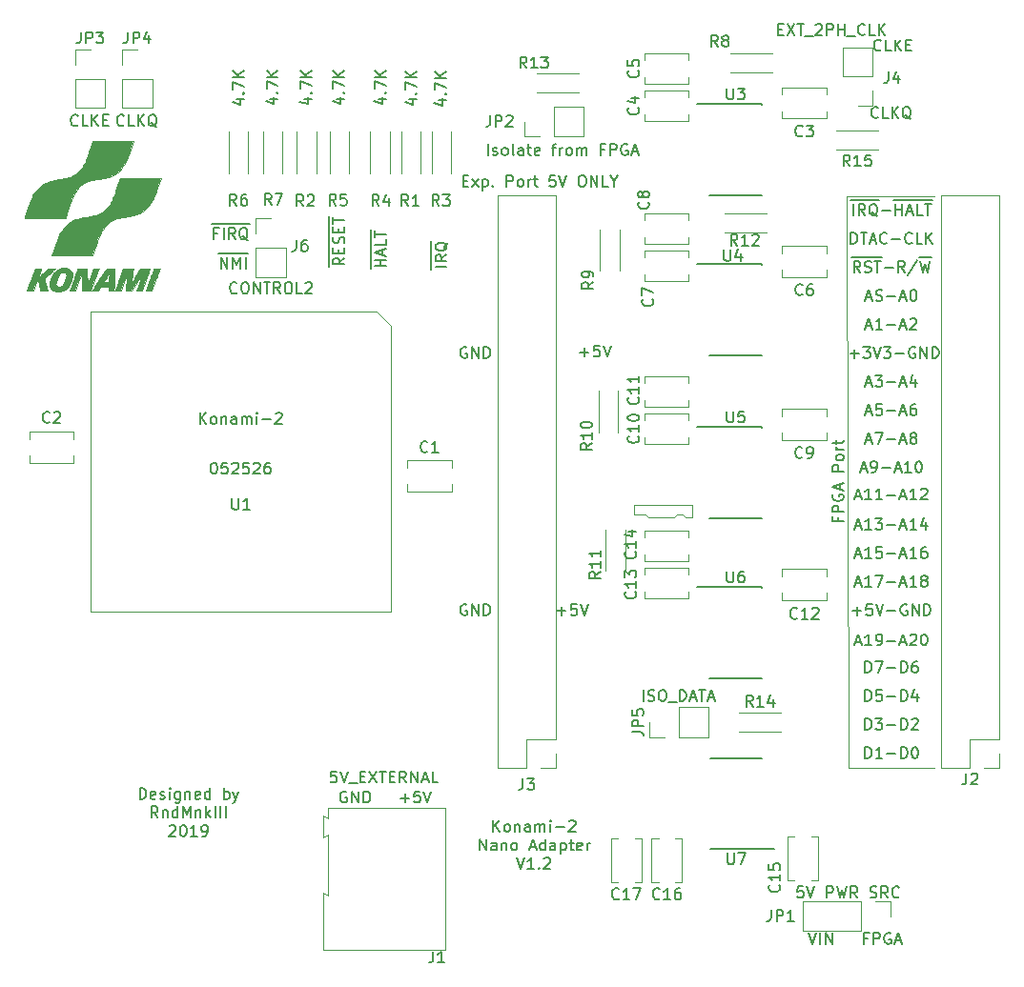
<source format=gbr>
G04 #@! TF.GenerationSoftware,KiCad,Pcbnew,(5.1.4)-1*
G04 #@! TF.CreationDate,2019-09-26T19:24:03+02:00*
G04 #@! TF.ProjectId,Konami-2_DE10Nano_adapter_V1_2,4b6f6e61-6d69-42d3-925f-444531304e61,1.1*
G04 #@! TF.SameCoordinates,Original*
G04 #@! TF.FileFunction,Legend,Top*
G04 #@! TF.FilePolarity,Positive*
%FSLAX46Y46*%
G04 Gerber Fmt 4.6, Leading zero omitted, Abs format (unit mm)*
G04 Created by KiCad (PCBNEW (5.1.4)-1) date 2019-09-26 19:24:03*
%MOMM*%
%LPD*%
G04 APERTURE LIST*
%ADD10C,0.150000*%
%ADD11C,0.120000*%
%ADD12C,0.010000*%
%ADD13C,0.101600*%
G04 APERTURE END LIST*
D10*
X217090785Y-73858428D02*
X217852690Y-73858428D01*
X217471738Y-74239380D02*
X217471738Y-73477476D01*
X218805071Y-73239380D02*
X218328880Y-73239380D01*
X218281261Y-73715571D01*
X218328880Y-73667952D01*
X218424119Y-73620333D01*
X218662214Y-73620333D01*
X218757452Y-73667952D01*
X218805071Y-73715571D01*
X218852690Y-73810809D01*
X218852690Y-74048904D01*
X218805071Y-74144142D01*
X218757452Y-74191761D01*
X218662214Y-74239380D01*
X218424119Y-74239380D01*
X218328880Y-74191761D01*
X218281261Y-74144142D01*
X219138404Y-73239380D02*
X219471738Y-74239380D01*
X219805071Y-73239380D01*
X207010095Y-73414000D02*
X206914857Y-73366380D01*
X206772000Y-73366380D01*
X206629142Y-73414000D01*
X206533904Y-73509238D01*
X206486285Y-73604476D01*
X206438666Y-73794952D01*
X206438666Y-73937809D01*
X206486285Y-74128285D01*
X206533904Y-74223523D01*
X206629142Y-74318761D01*
X206772000Y-74366380D01*
X206867238Y-74366380D01*
X207010095Y-74318761D01*
X207057714Y-74271142D01*
X207057714Y-73937809D01*
X206867238Y-73937809D01*
X207486285Y-74366380D02*
X207486285Y-73366380D01*
X208057714Y-74366380D01*
X208057714Y-73366380D01*
X208533904Y-74366380D02*
X208533904Y-73366380D01*
X208772000Y-73366380D01*
X208914857Y-73414000D01*
X209010095Y-73509238D01*
X209057714Y-73604476D01*
X209105333Y-73794952D01*
X209105333Y-73937809D01*
X209057714Y-74128285D01*
X209010095Y-74223523D01*
X208914857Y-74318761D01*
X208772000Y-74366380D01*
X208533904Y-74366380D01*
X215058785Y-96845428D02*
X215820690Y-96845428D01*
X215439738Y-97226380D02*
X215439738Y-96464476D01*
X216773071Y-96226380D02*
X216296880Y-96226380D01*
X216249261Y-96702571D01*
X216296880Y-96654952D01*
X216392119Y-96607333D01*
X216630214Y-96607333D01*
X216725452Y-96654952D01*
X216773071Y-96702571D01*
X216820690Y-96797809D01*
X216820690Y-97035904D01*
X216773071Y-97131142D01*
X216725452Y-97178761D01*
X216630214Y-97226380D01*
X216392119Y-97226380D01*
X216296880Y-97178761D01*
X216249261Y-97131142D01*
X217106404Y-96226380D02*
X217439738Y-97226380D01*
X217773071Y-96226380D01*
X207010095Y-96274000D02*
X206914857Y-96226380D01*
X206772000Y-96226380D01*
X206629142Y-96274000D01*
X206533904Y-96369238D01*
X206486285Y-96464476D01*
X206438666Y-96654952D01*
X206438666Y-96797809D01*
X206486285Y-96988285D01*
X206533904Y-97083523D01*
X206629142Y-97178761D01*
X206772000Y-97226380D01*
X206867238Y-97226380D01*
X207010095Y-97178761D01*
X207057714Y-97131142D01*
X207057714Y-96797809D01*
X206867238Y-96797809D01*
X207486285Y-97226380D02*
X207486285Y-96226380D01*
X208057714Y-97226380D01*
X208057714Y-96226380D01*
X208533904Y-97226380D02*
X208533904Y-96226380D01*
X208772000Y-96226380D01*
X208914857Y-96274000D01*
X209010095Y-96369238D01*
X209057714Y-96464476D01*
X209105333Y-96654952D01*
X209105333Y-96797809D01*
X209057714Y-96988285D01*
X209010095Y-97083523D01*
X208914857Y-97178761D01*
X208772000Y-97226380D01*
X208533904Y-97226380D01*
X242395666Y-109926380D02*
X242395666Y-108926380D01*
X242633761Y-108926380D01*
X242776619Y-108974000D01*
X242871857Y-109069238D01*
X242919476Y-109164476D01*
X242967095Y-109354952D01*
X242967095Y-109497809D01*
X242919476Y-109688285D01*
X242871857Y-109783523D01*
X242776619Y-109878761D01*
X242633761Y-109926380D01*
X242395666Y-109926380D01*
X243919476Y-109926380D02*
X243348047Y-109926380D01*
X243633761Y-109926380D02*
X243633761Y-108926380D01*
X243538523Y-109069238D01*
X243443285Y-109164476D01*
X243348047Y-109212095D01*
X244348047Y-109545428D02*
X245109952Y-109545428D01*
X245586142Y-109926380D02*
X245586142Y-108926380D01*
X245824238Y-108926380D01*
X245967095Y-108974000D01*
X246062333Y-109069238D01*
X246109952Y-109164476D01*
X246157571Y-109354952D01*
X246157571Y-109497809D01*
X246109952Y-109688285D01*
X246062333Y-109783523D01*
X245967095Y-109878761D01*
X245824238Y-109926380D01*
X245586142Y-109926380D01*
X246776619Y-108926380D02*
X246871857Y-108926380D01*
X246967095Y-108974000D01*
X247014714Y-109021619D01*
X247062333Y-109116857D01*
X247109952Y-109307333D01*
X247109952Y-109545428D01*
X247062333Y-109735904D01*
X247014714Y-109831142D01*
X246967095Y-109878761D01*
X246871857Y-109926380D01*
X246776619Y-109926380D01*
X246681380Y-109878761D01*
X246633761Y-109831142D01*
X246586142Y-109735904D01*
X246538523Y-109545428D01*
X246538523Y-109307333D01*
X246586142Y-109116857D01*
X246633761Y-109021619D01*
X246681380Y-108974000D01*
X246776619Y-108926380D01*
X242395666Y-107386380D02*
X242395666Y-106386380D01*
X242633761Y-106386380D01*
X242776619Y-106434000D01*
X242871857Y-106529238D01*
X242919476Y-106624476D01*
X242967095Y-106814952D01*
X242967095Y-106957809D01*
X242919476Y-107148285D01*
X242871857Y-107243523D01*
X242776619Y-107338761D01*
X242633761Y-107386380D01*
X242395666Y-107386380D01*
X243300428Y-106386380D02*
X243919476Y-106386380D01*
X243586142Y-106767333D01*
X243729000Y-106767333D01*
X243824238Y-106814952D01*
X243871857Y-106862571D01*
X243919476Y-106957809D01*
X243919476Y-107195904D01*
X243871857Y-107291142D01*
X243824238Y-107338761D01*
X243729000Y-107386380D01*
X243443285Y-107386380D01*
X243348047Y-107338761D01*
X243300428Y-107291142D01*
X244348047Y-107005428D02*
X245109952Y-107005428D01*
X245586142Y-107386380D02*
X245586142Y-106386380D01*
X245824238Y-106386380D01*
X245967095Y-106434000D01*
X246062333Y-106529238D01*
X246109952Y-106624476D01*
X246157571Y-106814952D01*
X246157571Y-106957809D01*
X246109952Y-107148285D01*
X246062333Y-107243523D01*
X245967095Y-107338761D01*
X245824238Y-107386380D01*
X245586142Y-107386380D01*
X246538523Y-106481619D02*
X246586142Y-106434000D01*
X246681380Y-106386380D01*
X246919476Y-106386380D01*
X247014714Y-106434000D01*
X247062333Y-106481619D01*
X247109952Y-106576857D01*
X247109952Y-106672095D01*
X247062333Y-106814952D01*
X246490904Y-107386380D01*
X247109952Y-107386380D01*
X242395666Y-104846380D02*
X242395666Y-103846380D01*
X242633761Y-103846380D01*
X242776619Y-103894000D01*
X242871857Y-103989238D01*
X242919476Y-104084476D01*
X242967095Y-104274952D01*
X242967095Y-104417809D01*
X242919476Y-104608285D01*
X242871857Y-104703523D01*
X242776619Y-104798761D01*
X242633761Y-104846380D01*
X242395666Y-104846380D01*
X243871857Y-103846380D02*
X243395666Y-103846380D01*
X243348047Y-104322571D01*
X243395666Y-104274952D01*
X243490904Y-104227333D01*
X243729000Y-104227333D01*
X243824238Y-104274952D01*
X243871857Y-104322571D01*
X243919476Y-104417809D01*
X243919476Y-104655904D01*
X243871857Y-104751142D01*
X243824238Y-104798761D01*
X243729000Y-104846380D01*
X243490904Y-104846380D01*
X243395666Y-104798761D01*
X243348047Y-104751142D01*
X244348047Y-104465428D02*
X245109952Y-104465428D01*
X245586142Y-104846380D02*
X245586142Y-103846380D01*
X245824238Y-103846380D01*
X245967095Y-103894000D01*
X246062333Y-103989238D01*
X246109952Y-104084476D01*
X246157571Y-104274952D01*
X246157571Y-104417809D01*
X246109952Y-104608285D01*
X246062333Y-104703523D01*
X245967095Y-104798761D01*
X245824238Y-104846380D01*
X245586142Y-104846380D01*
X247014714Y-104179714D02*
X247014714Y-104846380D01*
X246776619Y-103798761D02*
X246538523Y-104513047D01*
X247157571Y-104513047D01*
X242395666Y-102306380D02*
X242395666Y-101306380D01*
X242633761Y-101306380D01*
X242776619Y-101354000D01*
X242871857Y-101449238D01*
X242919476Y-101544476D01*
X242967095Y-101734952D01*
X242967095Y-101877809D01*
X242919476Y-102068285D01*
X242871857Y-102163523D01*
X242776619Y-102258761D01*
X242633761Y-102306380D01*
X242395666Y-102306380D01*
X243300428Y-101306380D02*
X243967095Y-101306380D01*
X243538523Y-102306380D01*
X244348047Y-101925428D02*
X245109952Y-101925428D01*
X245586142Y-102306380D02*
X245586142Y-101306380D01*
X245824238Y-101306380D01*
X245967095Y-101354000D01*
X246062333Y-101449238D01*
X246109952Y-101544476D01*
X246157571Y-101734952D01*
X246157571Y-101877809D01*
X246109952Y-102068285D01*
X246062333Y-102163523D01*
X245967095Y-102258761D01*
X245824238Y-102306380D01*
X245586142Y-102306380D01*
X247014714Y-101306380D02*
X246824238Y-101306380D01*
X246729000Y-101354000D01*
X246681380Y-101401619D01*
X246586142Y-101544476D01*
X246538523Y-101734952D01*
X246538523Y-102115904D01*
X246586142Y-102211142D01*
X246633761Y-102258761D01*
X246729000Y-102306380D01*
X246919476Y-102306380D01*
X247014714Y-102258761D01*
X247062333Y-102211142D01*
X247109952Y-102115904D01*
X247109952Y-101877809D01*
X247062333Y-101782571D01*
X247014714Y-101734952D01*
X246919476Y-101687333D01*
X246729000Y-101687333D01*
X246633761Y-101734952D01*
X246586142Y-101782571D01*
X246538523Y-101877809D01*
X241538523Y-99607666D02*
X242014714Y-99607666D01*
X241443285Y-99893380D02*
X241776619Y-98893380D01*
X242109952Y-99893380D01*
X242967095Y-99893380D02*
X242395666Y-99893380D01*
X242681380Y-99893380D02*
X242681380Y-98893380D01*
X242586142Y-99036238D01*
X242490904Y-99131476D01*
X242395666Y-99179095D01*
X243443285Y-99893380D02*
X243633761Y-99893380D01*
X243729000Y-99845761D01*
X243776619Y-99798142D01*
X243871857Y-99655285D01*
X243919476Y-99464809D01*
X243919476Y-99083857D01*
X243871857Y-98988619D01*
X243824238Y-98941000D01*
X243729000Y-98893380D01*
X243538523Y-98893380D01*
X243443285Y-98941000D01*
X243395666Y-98988619D01*
X243348047Y-99083857D01*
X243348047Y-99321952D01*
X243395666Y-99417190D01*
X243443285Y-99464809D01*
X243538523Y-99512428D01*
X243729000Y-99512428D01*
X243824238Y-99464809D01*
X243871857Y-99417190D01*
X243919476Y-99321952D01*
X244348047Y-99512428D02*
X245109952Y-99512428D01*
X245538523Y-99607666D02*
X246014714Y-99607666D01*
X245443285Y-99893380D02*
X245776619Y-98893380D01*
X246109952Y-99893380D01*
X246395666Y-98988619D02*
X246443285Y-98941000D01*
X246538523Y-98893380D01*
X246776619Y-98893380D01*
X246871857Y-98941000D01*
X246919476Y-98988619D01*
X246967095Y-99083857D01*
X246967095Y-99179095D01*
X246919476Y-99321952D01*
X246348047Y-99893380D01*
X246967095Y-99893380D01*
X247586142Y-98893380D02*
X247681380Y-98893380D01*
X247776619Y-98941000D01*
X247824238Y-98988619D01*
X247871857Y-99083857D01*
X247919476Y-99274333D01*
X247919476Y-99512428D01*
X247871857Y-99702904D01*
X247824238Y-99798142D01*
X247776619Y-99845761D01*
X247681380Y-99893380D01*
X247586142Y-99893380D01*
X247490904Y-99845761D01*
X247443285Y-99798142D01*
X247395666Y-99702904D01*
X247348047Y-99512428D01*
X247348047Y-99274333D01*
X247395666Y-99083857D01*
X247443285Y-98988619D01*
X247490904Y-98941000D01*
X247586142Y-98893380D01*
X241300428Y-96845428D02*
X242062333Y-96845428D01*
X241681380Y-97226380D02*
X241681380Y-96464476D01*
X243014714Y-96226380D02*
X242538523Y-96226380D01*
X242490904Y-96702571D01*
X242538523Y-96654952D01*
X242633761Y-96607333D01*
X242871857Y-96607333D01*
X242967095Y-96654952D01*
X243014714Y-96702571D01*
X243062333Y-96797809D01*
X243062333Y-97035904D01*
X243014714Y-97131142D01*
X242967095Y-97178761D01*
X242871857Y-97226380D01*
X242633761Y-97226380D01*
X242538523Y-97178761D01*
X242490904Y-97131142D01*
X243348047Y-96226380D02*
X243681380Y-97226380D01*
X244014714Y-96226380D01*
X244348047Y-96845428D02*
X245109952Y-96845428D01*
X246109952Y-96274000D02*
X246014714Y-96226380D01*
X245871857Y-96226380D01*
X245729000Y-96274000D01*
X245633761Y-96369238D01*
X245586142Y-96464476D01*
X245538523Y-96654952D01*
X245538523Y-96797809D01*
X245586142Y-96988285D01*
X245633761Y-97083523D01*
X245729000Y-97178761D01*
X245871857Y-97226380D01*
X245967095Y-97226380D01*
X246109952Y-97178761D01*
X246157571Y-97131142D01*
X246157571Y-96797809D01*
X245967095Y-96797809D01*
X246586142Y-97226380D02*
X246586142Y-96226380D01*
X247157571Y-97226380D01*
X247157571Y-96226380D01*
X247633761Y-97226380D02*
X247633761Y-96226380D01*
X247871857Y-96226380D01*
X248014714Y-96274000D01*
X248109952Y-96369238D01*
X248157571Y-96464476D01*
X248205190Y-96654952D01*
X248205190Y-96797809D01*
X248157571Y-96988285D01*
X248109952Y-97083523D01*
X248014714Y-97178761D01*
X247871857Y-97226380D01*
X247633761Y-97226380D01*
X241538523Y-94400666D02*
X242014714Y-94400666D01*
X241443285Y-94686380D02*
X241776619Y-93686380D01*
X242109952Y-94686380D01*
X242967095Y-94686380D02*
X242395666Y-94686380D01*
X242681380Y-94686380D02*
X242681380Y-93686380D01*
X242586142Y-93829238D01*
X242490904Y-93924476D01*
X242395666Y-93972095D01*
X243300428Y-93686380D02*
X243967095Y-93686380D01*
X243538523Y-94686380D01*
X244348047Y-94305428D02*
X245109952Y-94305428D01*
X245538523Y-94400666D02*
X246014714Y-94400666D01*
X245443285Y-94686380D02*
X245776619Y-93686380D01*
X246109952Y-94686380D01*
X246967095Y-94686380D02*
X246395666Y-94686380D01*
X246681380Y-94686380D02*
X246681380Y-93686380D01*
X246586142Y-93829238D01*
X246490904Y-93924476D01*
X246395666Y-93972095D01*
X247538523Y-94114952D02*
X247443285Y-94067333D01*
X247395666Y-94019714D01*
X247348047Y-93924476D01*
X247348047Y-93876857D01*
X247395666Y-93781619D01*
X247443285Y-93734000D01*
X247538523Y-93686380D01*
X247729000Y-93686380D01*
X247824238Y-93734000D01*
X247871857Y-93781619D01*
X247919476Y-93876857D01*
X247919476Y-93924476D01*
X247871857Y-94019714D01*
X247824238Y-94067333D01*
X247729000Y-94114952D01*
X247538523Y-94114952D01*
X247443285Y-94162571D01*
X247395666Y-94210190D01*
X247348047Y-94305428D01*
X247348047Y-94495904D01*
X247395666Y-94591142D01*
X247443285Y-94638761D01*
X247538523Y-94686380D01*
X247729000Y-94686380D01*
X247824238Y-94638761D01*
X247871857Y-94591142D01*
X247919476Y-94495904D01*
X247919476Y-94305428D01*
X247871857Y-94210190D01*
X247824238Y-94162571D01*
X247729000Y-94114952D01*
X241538523Y-91860666D02*
X242014714Y-91860666D01*
X241443285Y-92146380D02*
X241776619Y-91146380D01*
X242109952Y-92146380D01*
X242967095Y-92146380D02*
X242395666Y-92146380D01*
X242681380Y-92146380D02*
X242681380Y-91146380D01*
X242586142Y-91289238D01*
X242490904Y-91384476D01*
X242395666Y-91432095D01*
X243871857Y-91146380D02*
X243395666Y-91146380D01*
X243348047Y-91622571D01*
X243395666Y-91574952D01*
X243490904Y-91527333D01*
X243729000Y-91527333D01*
X243824238Y-91574952D01*
X243871857Y-91622571D01*
X243919476Y-91717809D01*
X243919476Y-91955904D01*
X243871857Y-92051142D01*
X243824238Y-92098761D01*
X243729000Y-92146380D01*
X243490904Y-92146380D01*
X243395666Y-92098761D01*
X243348047Y-92051142D01*
X244348047Y-91765428D02*
X245109952Y-91765428D01*
X245538523Y-91860666D02*
X246014714Y-91860666D01*
X245443285Y-92146380D02*
X245776619Y-91146380D01*
X246109952Y-92146380D01*
X246967095Y-92146380D02*
X246395666Y-92146380D01*
X246681380Y-92146380D02*
X246681380Y-91146380D01*
X246586142Y-91289238D01*
X246490904Y-91384476D01*
X246395666Y-91432095D01*
X247824238Y-91146380D02*
X247633761Y-91146380D01*
X247538523Y-91194000D01*
X247490904Y-91241619D01*
X247395666Y-91384476D01*
X247348047Y-91574952D01*
X247348047Y-91955904D01*
X247395666Y-92051142D01*
X247443285Y-92098761D01*
X247538523Y-92146380D01*
X247729000Y-92146380D01*
X247824238Y-92098761D01*
X247871857Y-92051142D01*
X247919476Y-91955904D01*
X247919476Y-91717809D01*
X247871857Y-91622571D01*
X247824238Y-91574952D01*
X247729000Y-91527333D01*
X247538523Y-91527333D01*
X247443285Y-91574952D01*
X247395666Y-91622571D01*
X247348047Y-91717809D01*
X241538523Y-89320666D02*
X242014714Y-89320666D01*
X241443285Y-89606380D02*
X241776619Y-88606380D01*
X242109952Y-89606380D01*
X242967095Y-89606380D02*
X242395666Y-89606380D01*
X242681380Y-89606380D02*
X242681380Y-88606380D01*
X242586142Y-88749238D01*
X242490904Y-88844476D01*
X242395666Y-88892095D01*
X243300428Y-88606380D02*
X243919476Y-88606380D01*
X243586142Y-88987333D01*
X243729000Y-88987333D01*
X243824238Y-89034952D01*
X243871857Y-89082571D01*
X243919476Y-89177809D01*
X243919476Y-89415904D01*
X243871857Y-89511142D01*
X243824238Y-89558761D01*
X243729000Y-89606380D01*
X243443285Y-89606380D01*
X243348047Y-89558761D01*
X243300428Y-89511142D01*
X244348047Y-89225428D02*
X245109952Y-89225428D01*
X245538523Y-89320666D02*
X246014714Y-89320666D01*
X245443285Y-89606380D02*
X245776619Y-88606380D01*
X246109952Y-89606380D01*
X246967095Y-89606380D02*
X246395666Y-89606380D01*
X246681380Y-89606380D02*
X246681380Y-88606380D01*
X246586142Y-88749238D01*
X246490904Y-88844476D01*
X246395666Y-88892095D01*
X247824238Y-88939714D02*
X247824238Y-89606380D01*
X247586142Y-88558761D02*
X247348047Y-89273047D01*
X247967095Y-89273047D01*
X241538523Y-86653666D02*
X242014714Y-86653666D01*
X241443285Y-86939380D02*
X241776619Y-85939380D01*
X242109952Y-86939380D01*
X242967095Y-86939380D02*
X242395666Y-86939380D01*
X242681380Y-86939380D02*
X242681380Y-85939380D01*
X242586142Y-86082238D01*
X242490904Y-86177476D01*
X242395666Y-86225095D01*
X243919476Y-86939380D02*
X243348047Y-86939380D01*
X243633761Y-86939380D02*
X243633761Y-85939380D01*
X243538523Y-86082238D01*
X243443285Y-86177476D01*
X243348047Y-86225095D01*
X244348047Y-86558428D02*
X245109952Y-86558428D01*
X245538523Y-86653666D02*
X246014714Y-86653666D01*
X245443285Y-86939380D02*
X245776619Y-85939380D01*
X246109952Y-86939380D01*
X246967095Y-86939380D02*
X246395666Y-86939380D01*
X246681380Y-86939380D02*
X246681380Y-85939380D01*
X246586142Y-86082238D01*
X246490904Y-86177476D01*
X246395666Y-86225095D01*
X247348047Y-86034619D02*
X247395666Y-85987000D01*
X247490904Y-85939380D01*
X247729000Y-85939380D01*
X247824238Y-85987000D01*
X247871857Y-86034619D01*
X247919476Y-86129857D01*
X247919476Y-86225095D01*
X247871857Y-86367952D01*
X247300428Y-86939380D01*
X247919476Y-86939380D01*
X242014714Y-84240666D02*
X242490904Y-84240666D01*
X241919476Y-84526380D02*
X242252809Y-83526380D01*
X242586142Y-84526380D01*
X242967095Y-84526380D02*
X243157571Y-84526380D01*
X243252809Y-84478761D01*
X243300428Y-84431142D01*
X243395666Y-84288285D01*
X243443285Y-84097809D01*
X243443285Y-83716857D01*
X243395666Y-83621619D01*
X243348047Y-83574000D01*
X243252809Y-83526380D01*
X243062333Y-83526380D01*
X242967095Y-83574000D01*
X242919476Y-83621619D01*
X242871857Y-83716857D01*
X242871857Y-83954952D01*
X242919476Y-84050190D01*
X242967095Y-84097809D01*
X243062333Y-84145428D01*
X243252809Y-84145428D01*
X243348047Y-84097809D01*
X243395666Y-84050190D01*
X243443285Y-83954952D01*
X243871857Y-84145428D02*
X244633761Y-84145428D01*
X245062333Y-84240666D02*
X245538523Y-84240666D01*
X244967095Y-84526380D02*
X245300428Y-83526380D01*
X245633761Y-84526380D01*
X246490904Y-84526380D02*
X245919476Y-84526380D01*
X246205190Y-84526380D02*
X246205190Y-83526380D01*
X246109952Y-83669238D01*
X246014714Y-83764476D01*
X245919476Y-83812095D01*
X247109952Y-83526380D02*
X247205190Y-83526380D01*
X247300428Y-83574000D01*
X247348047Y-83621619D01*
X247395666Y-83716857D01*
X247443285Y-83907333D01*
X247443285Y-84145428D01*
X247395666Y-84335904D01*
X247348047Y-84431142D01*
X247300428Y-84478761D01*
X247205190Y-84526380D01*
X247109952Y-84526380D01*
X247014714Y-84478761D01*
X246967095Y-84431142D01*
X246919476Y-84335904D01*
X246871857Y-84145428D01*
X246871857Y-83907333D01*
X246919476Y-83716857D01*
X246967095Y-83621619D01*
X247014714Y-83574000D01*
X247109952Y-83526380D01*
X242490904Y-81700666D02*
X242967095Y-81700666D01*
X242395666Y-81986380D02*
X242729000Y-80986380D01*
X243062333Y-81986380D01*
X243300428Y-80986380D02*
X243967095Y-80986380D01*
X243538523Y-81986380D01*
X244348047Y-81605428D02*
X245109952Y-81605428D01*
X245538523Y-81700666D02*
X246014714Y-81700666D01*
X245443285Y-81986380D02*
X245776619Y-80986380D01*
X246109952Y-81986380D01*
X246586142Y-81414952D02*
X246490904Y-81367333D01*
X246443285Y-81319714D01*
X246395666Y-81224476D01*
X246395666Y-81176857D01*
X246443285Y-81081619D01*
X246490904Y-81034000D01*
X246586142Y-80986380D01*
X246776619Y-80986380D01*
X246871857Y-81034000D01*
X246919476Y-81081619D01*
X246967095Y-81176857D01*
X246967095Y-81224476D01*
X246919476Y-81319714D01*
X246871857Y-81367333D01*
X246776619Y-81414952D01*
X246586142Y-81414952D01*
X246490904Y-81462571D01*
X246443285Y-81510190D01*
X246395666Y-81605428D01*
X246395666Y-81795904D01*
X246443285Y-81891142D01*
X246490904Y-81938761D01*
X246586142Y-81986380D01*
X246776619Y-81986380D01*
X246871857Y-81938761D01*
X246919476Y-81891142D01*
X246967095Y-81795904D01*
X246967095Y-81605428D01*
X246919476Y-81510190D01*
X246871857Y-81462571D01*
X246776619Y-81414952D01*
X242490904Y-79160666D02*
X242967095Y-79160666D01*
X242395666Y-79446380D02*
X242729000Y-78446380D01*
X243062333Y-79446380D01*
X243871857Y-78446380D02*
X243395666Y-78446380D01*
X243348047Y-78922571D01*
X243395666Y-78874952D01*
X243490904Y-78827333D01*
X243729000Y-78827333D01*
X243824238Y-78874952D01*
X243871857Y-78922571D01*
X243919476Y-79017809D01*
X243919476Y-79255904D01*
X243871857Y-79351142D01*
X243824238Y-79398761D01*
X243729000Y-79446380D01*
X243490904Y-79446380D01*
X243395666Y-79398761D01*
X243348047Y-79351142D01*
X244348047Y-79065428D02*
X245109952Y-79065428D01*
X245538523Y-79160666D02*
X246014714Y-79160666D01*
X245443285Y-79446380D02*
X245776619Y-78446380D01*
X246109952Y-79446380D01*
X246871857Y-78446380D02*
X246681380Y-78446380D01*
X246586142Y-78494000D01*
X246538523Y-78541619D01*
X246443285Y-78684476D01*
X246395666Y-78874952D01*
X246395666Y-79255904D01*
X246443285Y-79351142D01*
X246490904Y-79398761D01*
X246586142Y-79446380D01*
X246776619Y-79446380D01*
X246871857Y-79398761D01*
X246919476Y-79351142D01*
X246967095Y-79255904D01*
X246967095Y-79017809D01*
X246919476Y-78922571D01*
X246871857Y-78874952D01*
X246776619Y-78827333D01*
X246586142Y-78827333D01*
X246490904Y-78874952D01*
X246443285Y-78922571D01*
X246395666Y-79017809D01*
X242490904Y-76620666D02*
X242967095Y-76620666D01*
X242395666Y-76906380D02*
X242729000Y-75906380D01*
X243062333Y-76906380D01*
X243300428Y-75906380D02*
X243919476Y-75906380D01*
X243586142Y-76287333D01*
X243729000Y-76287333D01*
X243824238Y-76334952D01*
X243871857Y-76382571D01*
X243919476Y-76477809D01*
X243919476Y-76715904D01*
X243871857Y-76811142D01*
X243824238Y-76858761D01*
X243729000Y-76906380D01*
X243443285Y-76906380D01*
X243348047Y-76858761D01*
X243300428Y-76811142D01*
X244348047Y-76525428D02*
X245109952Y-76525428D01*
X245538523Y-76620666D02*
X246014714Y-76620666D01*
X245443285Y-76906380D02*
X245776619Y-75906380D01*
X246109952Y-76906380D01*
X246871857Y-76239714D02*
X246871857Y-76906380D01*
X246633761Y-75858761D02*
X246395666Y-76573047D01*
X247014714Y-76573047D01*
X241078238Y-73985428D02*
X241840142Y-73985428D01*
X241459190Y-74366380D02*
X241459190Y-73604476D01*
X242221095Y-73366380D02*
X242840142Y-73366380D01*
X242506809Y-73747333D01*
X242649666Y-73747333D01*
X242744904Y-73794952D01*
X242792523Y-73842571D01*
X242840142Y-73937809D01*
X242840142Y-74175904D01*
X242792523Y-74271142D01*
X242744904Y-74318761D01*
X242649666Y-74366380D01*
X242363952Y-74366380D01*
X242268714Y-74318761D01*
X242221095Y-74271142D01*
X243125857Y-73366380D02*
X243459190Y-74366380D01*
X243792523Y-73366380D01*
X244030619Y-73366380D02*
X244649666Y-73366380D01*
X244316333Y-73747333D01*
X244459190Y-73747333D01*
X244554428Y-73794952D01*
X244602047Y-73842571D01*
X244649666Y-73937809D01*
X244649666Y-74175904D01*
X244602047Y-74271142D01*
X244554428Y-74318761D01*
X244459190Y-74366380D01*
X244173476Y-74366380D01*
X244078238Y-74318761D01*
X244030619Y-74271142D01*
X245078238Y-73985428D02*
X245840142Y-73985428D01*
X246840142Y-73414000D02*
X246744904Y-73366380D01*
X246602047Y-73366380D01*
X246459190Y-73414000D01*
X246363952Y-73509238D01*
X246316333Y-73604476D01*
X246268714Y-73794952D01*
X246268714Y-73937809D01*
X246316333Y-74128285D01*
X246363952Y-74223523D01*
X246459190Y-74318761D01*
X246602047Y-74366380D01*
X246697285Y-74366380D01*
X246840142Y-74318761D01*
X246887761Y-74271142D01*
X246887761Y-73937809D01*
X246697285Y-73937809D01*
X247316333Y-74366380D02*
X247316333Y-73366380D01*
X247887761Y-74366380D01*
X247887761Y-73366380D01*
X248363952Y-74366380D02*
X248363952Y-73366380D01*
X248602047Y-73366380D01*
X248744904Y-73414000D01*
X248840142Y-73509238D01*
X248887761Y-73604476D01*
X248935380Y-73794952D01*
X248935380Y-73937809D01*
X248887761Y-74128285D01*
X248840142Y-74223523D01*
X248744904Y-74318761D01*
X248602047Y-74366380D01*
X248363952Y-74366380D01*
X242490904Y-71540666D02*
X242967095Y-71540666D01*
X242395666Y-71826380D02*
X242729000Y-70826380D01*
X243062333Y-71826380D01*
X243919476Y-71826380D02*
X243348047Y-71826380D01*
X243633761Y-71826380D02*
X243633761Y-70826380D01*
X243538523Y-70969238D01*
X243443285Y-71064476D01*
X243348047Y-71112095D01*
X244348047Y-71445428D02*
X245109952Y-71445428D01*
X245538523Y-71540666D02*
X246014714Y-71540666D01*
X245443285Y-71826380D02*
X245776619Y-70826380D01*
X246109952Y-71826380D01*
X246395666Y-70921619D02*
X246443285Y-70874000D01*
X246538523Y-70826380D01*
X246776619Y-70826380D01*
X246871857Y-70874000D01*
X246919476Y-70921619D01*
X246967095Y-71016857D01*
X246967095Y-71112095D01*
X246919476Y-71254952D01*
X246348047Y-71826380D01*
X246967095Y-71826380D01*
X242490904Y-69000666D02*
X242967095Y-69000666D01*
X242395666Y-69286380D02*
X242729000Y-68286380D01*
X243062333Y-69286380D01*
X243348047Y-69238761D02*
X243490904Y-69286380D01*
X243729000Y-69286380D01*
X243824238Y-69238761D01*
X243871857Y-69191142D01*
X243919476Y-69095904D01*
X243919476Y-69000666D01*
X243871857Y-68905428D01*
X243824238Y-68857809D01*
X243729000Y-68810190D01*
X243538523Y-68762571D01*
X243443285Y-68714952D01*
X243395666Y-68667333D01*
X243348047Y-68572095D01*
X243348047Y-68476857D01*
X243395666Y-68381619D01*
X243443285Y-68334000D01*
X243538523Y-68286380D01*
X243776619Y-68286380D01*
X243919476Y-68334000D01*
X244348047Y-68905428D02*
X245109952Y-68905428D01*
X245538523Y-69000666D02*
X246014714Y-69000666D01*
X245443285Y-69286380D02*
X245776619Y-68286380D01*
X246109952Y-69286380D01*
X246633761Y-68286380D02*
X246729000Y-68286380D01*
X246824238Y-68334000D01*
X246871857Y-68381619D01*
X246919476Y-68476857D01*
X246967095Y-68667333D01*
X246967095Y-68905428D01*
X246919476Y-69095904D01*
X246871857Y-69191142D01*
X246824238Y-69238761D01*
X246729000Y-69286380D01*
X246633761Y-69286380D01*
X246538523Y-69238761D01*
X246490904Y-69191142D01*
X246443285Y-69095904D01*
X246395666Y-68905428D01*
X246395666Y-68667333D01*
X246443285Y-68476857D01*
X246490904Y-68381619D01*
X246538523Y-68334000D01*
X246633761Y-68286380D01*
D11*
X240792000Y-59944000D02*
X248539000Y-59944000D01*
X240792000Y-60071000D02*
X240792000Y-59944000D01*
X240919000Y-110744000D02*
X248539000Y-110744000D01*
X240792000Y-60071000D02*
X240919000Y-110744000D01*
D10*
X241157571Y-65379000D02*
X242157571Y-65379000D01*
X241967095Y-66746380D02*
X241633761Y-66270190D01*
X241395666Y-66746380D02*
X241395666Y-65746380D01*
X241776619Y-65746380D01*
X241871857Y-65794000D01*
X241919476Y-65841619D01*
X241967095Y-65936857D01*
X241967095Y-66079714D01*
X241919476Y-66174952D01*
X241871857Y-66222571D01*
X241776619Y-66270190D01*
X241395666Y-66270190D01*
X242157571Y-65379000D02*
X243109952Y-65379000D01*
X242348047Y-66698761D02*
X242490904Y-66746380D01*
X242729000Y-66746380D01*
X242824238Y-66698761D01*
X242871857Y-66651142D01*
X242919476Y-66555904D01*
X242919476Y-66460666D01*
X242871857Y-66365428D01*
X242824238Y-66317809D01*
X242729000Y-66270190D01*
X242538523Y-66222571D01*
X242443285Y-66174952D01*
X242395666Y-66127333D01*
X242348047Y-66032095D01*
X242348047Y-65936857D01*
X242395666Y-65841619D01*
X242443285Y-65794000D01*
X242538523Y-65746380D01*
X242776619Y-65746380D01*
X242919476Y-65794000D01*
X243109952Y-65379000D02*
X243871857Y-65379000D01*
X243205190Y-65746380D02*
X243776619Y-65746380D01*
X243490904Y-66746380D02*
X243490904Y-65746380D01*
X244109952Y-66365428D02*
X244871857Y-66365428D01*
X245919476Y-66746380D02*
X245586142Y-66270190D01*
X245348047Y-66746380D02*
X245348047Y-65746380D01*
X245729000Y-65746380D01*
X245824238Y-65794000D01*
X245871857Y-65841619D01*
X245919476Y-65936857D01*
X245919476Y-66079714D01*
X245871857Y-66174952D01*
X245824238Y-66222571D01*
X245729000Y-66270190D01*
X245348047Y-66270190D01*
X247062333Y-65698761D02*
X246205190Y-66984476D01*
X247157571Y-65379000D02*
X248300428Y-65379000D01*
X247300428Y-65746380D02*
X247538523Y-66746380D01*
X247729000Y-66032095D01*
X247919476Y-66746380D01*
X248157571Y-65746380D01*
X241133761Y-64206380D02*
X241133761Y-63206380D01*
X241371857Y-63206380D01*
X241514714Y-63254000D01*
X241609952Y-63349238D01*
X241657571Y-63444476D01*
X241705190Y-63634952D01*
X241705190Y-63777809D01*
X241657571Y-63968285D01*
X241609952Y-64063523D01*
X241514714Y-64158761D01*
X241371857Y-64206380D01*
X241133761Y-64206380D01*
X241990904Y-63206380D02*
X242562333Y-63206380D01*
X242276619Y-64206380D02*
X242276619Y-63206380D01*
X242848047Y-63920666D02*
X243324238Y-63920666D01*
X242752809Y-64206380D02*
X243086142Y-63206380D01*
X243419476Y-64206380D01*
X244324238Y-64111142D02*
X244276619Y-64158761D01*
X244133761Y-64206380D01*
X244038523Y-64206380D01*
X243895666Y-64158761D01*
X243800428Y-64063523D01*
X243752809Y-63968285D01*
X243705190Y-63777809D01*
X243705190Y-63634952D01*
X243752809Y-63444476D01*
X243800428Y-63349238D01*
X243895666Y-63254000D01*
X244038523Y-63206380D01*
X244133761Y-63206380D01*
X244276619Y-63254000D01*
X244324238Y-63301619D01*
X244752809Y-63825428D02*
X245514714Y-63825428D01*
X246562333Y-64111142D02*
X246514714Y-64158761D01*
X246371857Y-64206380D01*
X246276619Y-64206380D01*
X246133761Y-64158761D01*
X246038523Y-64063523D01*
X245990904Y-63968285D01*
X245943285Y-63777809D01*
X245943285Y-63634952D01*
X245990904Y-63444476D01*
X246038523Y-63349238D01*
X246133761Y-63254000D01*
X246276619Y-63206380D01*
X246371857Y-63206380D01*
X246514714Y-63254000D01*
X246562333Y-63301619D01*
X247467095Y-64206380D02*
X246990904Y-64206380D01*
X246990904Y-63206380D01*
X247800428Y-64206380D02*
X247800428Y-63206380D01*
X248371857Y-64206380D02*
X247943285Y-63634952D01*
X248371857Y-63206380D02*
X247800428Y-63777809D01*
X241109952Y-60299000D02*
X241586142Y-60299000D01*
X241348047Y-61666380D02*
X241348047Y-60666380D01*
X241586142Y-60299000D02*
X242586142Y-60299000D01*
X242395666Y-61666380D02*
X242062333Y-61190190D01*
X241824238Y-61666380D02*
X241824238Y-60666380D01*
X242205190Y-60666380D01*
X242300428Y-60714000D01*
X242348047Y-60761619D01*
X242395666Y-60856857D01*
X242395666Y-60999714D01*
X242348047Y-61094952D01*
X242300428Y-61142571D01*
X242205190Y-61190190D01*
X241824238Y-61190190D01*
X242586142Y-60299000D02*
X243633761Y-60299000D01*
X243490904Y-61761619D02*
X243395666Y-61714000D01*
X243300428Y-61618761D01*
X243157571Y-61475904D01*
X243062333Y-61428285D01*
X242967095Y-61428285D01*
X243014714Y-61666380D02*
X242919476Y-61618761D01*
X242824238Y-61523523D01*
X242776619Y-61333047D01*
X242776619Y-60999714D01*
X242824238Y-60809238D01*
X242919476Y-60714000D01*
X243014714Y-60666380D01*
X243205190Y-60666380D01*
X243300428Y-60714000D01*
X243395666Y-60809238D01*
X243443285Y-60999714D01*
X243443285Y-61333047D01*
X243395666Y-61523523D01*
X243300428Y-61618761D01*
X243205190Y-61666380D01*
X243014714Y-61666380D01*
X243871857Y-61285428D02*
X244633761Y-61285428D01*
X244871857Y-60299000D02*
X245919476Y-60299000D01*
X245109952Y-61666380D02*
X245109952Y-60666380D01*
X245109952Y-61142571D02*
X245681380Y-61142571D01*
X245681380Y-61666380D02*
X245681380Y-60666380D01*
X245919476Y-60299000D02*
X246776619Y-60299000D01*
X246109952Y-61380666D02*
X246586142Y-61380666D01*
X246014714Y-61666380D02*
X246348047Y-60666380D01*
X246681380Y-61666380D01*
X246776619Y-60299000D02*
X247586142Y-60299000D01*
X247490904Y-61666380D02*
X247014714Y-61666380D01*
X247014714Y-60666380D01*
X247586142Y-60299000D02*
X248348047Y-60299000D01*
X247681380Y-60666380D02*
X248252809Y-60666380D01*
X247967095Y-61666380D02*
X247967095Y-60666380D01*
X237410761Y-125436380D02*
X237744095Y-126436380D01*
X238077428Y-125436380D01*
X238410761Y-126436380D02*
X238410761Y-125436380D01*
X238886952Y-126436380D02*
X238886952Y-125436380D01*
X239458380Y-126436380D01*
X239458380Y-125436380D01*
X242605085Y-125912571D02*
X242271752Y-125912571D01*
X242271752Y-126436380D02*
X242271752Y-125436380D01*
X242747942Y-125436380D01*
X243128895Y-126436380D02*
X243128895Y-125436380D01*
X243509847Y-125436380D01*
X243605085Y-125484000D01*
X243652704Y-125531619D01*
X243700323Y-125626857D01*
X243700323Y-125769714D01*
X243652704Y-125864952D01*
X243605085Y-125912571D01*
X243509847Y-125960190D01*
X243128895Y-125960190D01*
X244652704Y-125484000D02*
X244557466Y-125436380D01*
X244414609Y-125436380D01*
X244271752Y-125484000D01*
X244176514Y-125579238D01*
X244128895Y-125674476D01*
X244081276Y-125864952D01*
X244081276Y-126007809D01*
X244128895Y-126198285D01*
X244176514Y-126293523D01*
X244271752Y-126388761D01*
X244414609Y-126436380D01*
X244509847Y-126436380D01*
X244652704Y-126388761D01*
X244700323Y-126341142D01*
X244700323Y-126007809D01*
X244509847Y-126007809D01*
X245081276Y-126150666D02*
X245557466Y-126150666D01*
X244986038Y-126436380D02*
X245319371Y-125436380D01*
X245652704Y-126436380D01*
X209385352Y-116455180D02*
X209385352Y-115455180D01*
X209956780Y-116455180D02*
X209528209Y-115883752D01*
X209956780Y-115455180D02*
X209385352Y-116026609D01*
X210528209Y-116455180D02*
X210432971Y-116407561D01*
X210385352Y-116359942D01*
X210337733Y-116264704D01*
X210337733Y-115978990D01*
X210385352Y-115883752D01*
X210432971Y-115836133D01*
X210528209Y-115788514D01*
X210671066Y-115788514D01*
X210766304Y-115836133D01*
X210813923Y-115883752D01*
X210861542Y-115978990D01*
X210861542Y-116264704D01*
X210813923Y-116359942D01*
X210766304Y-116407561D01*
X210671066Y-116455180D01*
X210528209Y-116455180D01*
X211290114Y-115788514D02*
X211290114Y-116455180D01*
X211290114Y-115883752D02*
X211337733Y-115836133D01*
X211432971Y-115788514D01*
X211575828Y-115788514D01*
X211671066Y-115836133D01*
X211718685Y-115931371D01*
X211718685Y-116455180D01*
X212623447Y-116455180D02*
X212623447Y-115931371D01*
X212575828Y-115836133D01*
X212480590Y-115788514D01*
X212290114Y-115788514D01*
X212194876Y-115836133D01*
X212623447Y-116407561D02*
X212528209Y-116455180D01*
X212290114Y-116455180D01*
X212194876Y-116407561D01*
X212147257Y-116312323D01*
X212147257Y-116217085D01*
X212194876Y-116121847D01*
X212290114Y-116074228D01*
X212528209Y-116074228D01*
X212623447Y-116026609D01*
X213099638Y-116455180D02*
X213099638Y-115788514D01*
X213099638Y-115883752D02*
X213147257Y-115836133D01*
X213242495Y-115788514D01*
X213385352Y-115788514D01*
X213480590Y-115836133D01*
X213528209Y-115931371D01*
X213528209Y-116455180D01*
X213528209Y-115931371D02*
X213575828Y-115836133D01*
X213671066Y-115788514D01*
X213813923Y-115788514D01*
X213909161Y-115836133D01*
X213956780Y-115931371D01*
X213956780Y-116455180D01*
X214432971Y-116455180D02*
X214432971Y-115788514D01*
X214432971Y-115455180D02*
X214385352Y-115502800D01*
X214432971Y-115550419D01*
X214480590Y-115502800D01*
X214432971Y-115455180D01*
X214432971Y-115550419D01*
X214909161Y-116074228D02*
X215671066Y-116074228D01*
X216099638Y-115550419D02*
X216147257Y-115502800D01*
X216242495Y-115455180D01*
X216480590Y-115455180D01*
X216575828Y-115502800D01*
X216623447Y-115550419D01*
X216671066Y-115645657D01*
X216671066Y-115740895D01*
X216623447Y-115883752D01*
X216052019Y-116455180D01*
X216671066Y-116455180D01*
X208171066Y-118105180D02*
X208171066Y-117105180D01*
X208742495Y-118105180D01*
X208742495Y-117105180D01*
X209647257Y-118105180D02*
X209647257Y-117581371D01*
X209599638Y-117486133D01*
X209504400Y-117438514D01*
X209313923Y-117438514D01*
X209218685Y-117486133D01*
X209647257Y-118057561D02*
X209552019Y-118105180D01*
X209313923Y-118105180D01*
X209218685Y-118057561D01*
X209171066Y-117962323D01*
X209171066Y-117867085D01*
X209218685Y-117771847D01*
X209313923Y-117724228D01*
X209552019Y-117724228D01*
X209647257Y-117676609D01*
X210123447Y-117438514D02*
X210123447Y-118105180D01*
X210123447Y-117533752D02*
X210171066Y-117486133D01*
X210266304Y-117438514D01*
X210409161Y-117438514D01*
X210504400Y-117486133D01*
X210552019Y-117581371D01*
X210552019Y-118105180D01*
X211171066Y-118105180D02*
X211075828Y-118057561D01*
X211028209Y-118009942D01*
X210980590Y-117914704D01*
X210980590Y-117628990D01*
X211028209Y-117533752D01*
X211075828Y-117486133D01*
X211171066Y-117438514D01*
X211313923Y-117438514D01*
X211409161Y-117486133D01*
X211456780Y-117533752D01*
X211504400Y-117628990D01*
X211504400Y-117914704D01*
X211456780Y-118009942D01*
X211409161Y-118057561D01*
X211313923Y-118105180D01*
X211171066Y-118105180D01*
X212647257Y-117819466D02*
X213123447Y-117819466D01*
X212552019Y-118105180D02*
X212885352Y-117105180D01*
X213218685Y-118105180D01*
X213980590Y-118105180D02*
X213980590Y-117105180D01*
X213980590Y-118057561D02*
X213885352Y-118105180D01*
X213694876Y-118105180D01*
X213599638Y-118057561D01*
X213552019Y-118009942D01*
X213504400Y-117914704D01*
X213504400Y-117628990D01*
X213552019Y-117533752D01*
X213599638Y-117486133D01*
X213694876Y-117438514D01*
X213885352Y-117438514D01*
X213980590Y-117486133D01*
X214885352Y-118105180D02*
X214885352Y-117581371D01*
X214837733Y-117486133D01*
X214742495Y-117438514D01*
X214552019Y-117438514D01*
X214456780Y-117486133D01*
X214885352Y-118057561D02*
X214790114Y-118105180D01*
X214552019Y-118105180D01*
X214456780Y-118057561D01*
X214409161Y-117962323D01*
X214409161Y-117867085D01*
X214456780Y-117771847D01*
X214552019Y-117724228D01*
X214790114Y-117724228D01*
X214885352Y-117676609D01*
X215361542Y-117438514D02*
X215361542Y-118438514D01*
X215361542Y-117486133D02*
X215456780Y-117438514D01*
X215647257Y-117438514D01*
X215742495Y-117486133D01*
X215790114Y-117533752D01*
X215837733Y-117628990D01*
X215837733Y-117914704D01*
X215790114Y-118009942D01*
X215742495Y-118057561D01*
X215647257Y-118105180D01*
X215456780Y-118105180D01*
X215361542Y-118057561D01*
X216123447Y-117438514D02*
X216504400Y-117438514D01*
X216266304Y-117105180D02*
X216266304Y-117962323D01*
X216313923Y-118057561D01*
X216409161Y-118105180D01*
X216504400Y-118105180D01*
X217218685Y-118057561D02*
X217123447Y-118105180D01*
X216932971Y-118105180D01*
X216837733Y-118057561D01*
X216790114Y-117962323D01*
X216790114Y-117581371D01*
X216837733Y-117486133D01*
X216932971Y-117438514D01*
X217123447Y-117438514D01*
X217218685Y-117486133D01*
X217266304Y-117581371D01*
X217266304Y-117676609D01*
X216790114Y-117771847D01*
X217694876Y-118105180D02*
X217694876Y-117438514D01*
X217694876Y-117628990D02*
X217742495Y-117533752D01*
X217790114Y-117486133D01*
X217885352Y-117438514D01*
X217980590Y-117438514D01*
X211480590Y-118755180D02*
X211813923Y-119755180D01*
X212147257Y-118755180D01*
X213004400Y-119755180D02*
X212432971Y-119755180D01*
X212718685Y-119755180D02*
X212718685Y-118755180D01*
X212623447Y-118898038D01*
X212528209Y-118993276D01*
X212432971Y-119040895D01*
X213432971Y-119659942D02*
X213480590Y-119707561D01*
X213432971Y-119755180D01*
X213385352Y-119707561D01*
X213432971Y-119659942D01*
X213432971Y-119755180D01*
X213861542Y-118850419D02*
X213909161Y-118802800D01*
X214004400Y-118755180D01*
X214242495Y-118755180D01*
X214337733Y-118802800D01*
X214385352Y-118850419D01*
X214432971Y-118945657D01*
X214432971Y-119040895D01*
X214385352Y-119183752D01*
X213813923Y-119755180D01*
X214432971Y-119755180D01*
X177987866Y-113559580D02*
X177987866Y-112559580D01*
X178225961Y-112559580D01*
X178368819Y-112607200D01*
X178464057Y-112702438D01*
X178511676Y-112797676D01*
X178559295Y-112988152D01*
X178559295Y-113131009D01*
X178511676Y-113321485D01*
X178464057Y-113416723D01*
X178368819Y-113511961D01*
X178225961Y-113559580D01*
X177987866Y-113559580D01*
X179368819Y-113511961D02*
X179273580Y-113559580D01*
X179083104Y-113559580D01*
X178987866Y-113511961D01*
X178940247Y-113416723D01*
X178940247Y-113035771D01*
X178987866Y-112940533D01*
X179083104Y-112892914D01*
X179273580Y-112892914D01*
X179368819Y-112940533D01*
X179416438Y-113035771D01*
X179416438Y-113131009D01*
X178940247Y-113226247D01*
X179797390Y-113511961D02*
X179892628Y-113559580D01*
X180083104Y-113559580D01*
X180178342Y-113511961D01*
X180225961Y-113416723D01*
X180225961Y-113369104D01*
X180178342Y-113273866D01*
X180083104Y-113226247D01*
X179940247Y-113226247D01*
X179845009Y-113178628D01*
X179797390Y-113083390D01*
X179797390Y-113035771D01*
X179845009Y-112940533D01*
X179940247Y-112892914D01*
X180083104Y-112892914D01*
X180178342Y-112940533D01*
X180654533Y-113559580D02*
X180654533Y-112892914D01*
X180654533Y-112559580D02*
X180606914Y-112607200D01*
X180654533Y-112654819D01*
X180702152Y-112607200D01*
X180654533Y-112559580D01*
X180654533Y-112654819D01*
X181559295Y-112892914D02*
X181559295Y-113702438D01*
X181511676Y-113797676D01*
X181464057Y-113845295D01*
X181368819Y-113892914D01*
X181225961Y-113892914D01*
X181130723Y-113845295D01*
X181559295Y-113511961D02*
X181464057Y-113559580D01*
X181273580Y-113559580D01*
X181178342Y-113511961D01*
X181130723Y-113464342D01*
X181083104Y-113369104D01*
X181083104Y-113083390D01*
X181130723Y-112988152D01*
X181178342Y-112940533D01*
X181273580Y-112892914D01*
X181464057Y-112892914D01*
X181559295Y-112940533D01*
X182035485Y-112892914D02*
X182035485Y-113559580D01*
X182035485Y-112988152D02*
X182083104Y-112940533D01*
X182178342Y-112892914D01*
X182321200Y-112892914D01*
X182416438Y-112940533D01*
X182464057Y-113035771D01*
X182464057Y-113559580D01*
X183321200Y-113511961D02*
X183225961Y-113559580D01*
X183035485Y-113559580D01*
X182940247Y-113511961D01*
X182892628Y-113416723D01*
X182892628Y-113035771D01*
X182940247Y-112940533D01*
X183035485Y-112892914D01*
X183225961Y-112892914D01*
X183321200Y-112940533D01*
X183368819Y-113035771D01*
X183368819Y-113131009D01*
X182892628Y-113226247D01*
X184225961Y-113559580D02*
X184225961Y-112559580D01*
X184225961Y-113511961D02*
X184130723Y-113559580D01*
X183940247Y-113559580D01*
X183845009Y-113511961D01*
X183797390Y-113464342D01*
X183749771Y-113369104D01*
X183749771Y-113083390D01*
X183797390Y-112988152D01*
X183845009Y-112940533D01*
X183940247Y-112892914D01*
X184130723Y-112892914D01*
X184225961Y-112940533D01*
X185464057Y-113559580D02*
X185464057Y-112559580D01*
X185464057Y-112940533D02*
X185559295Y-112892914D01*
X185749771Y-112892914D01*
X185845009Y-112940533D01*
X185892628Y-112988152D01*
X185940247Y-113083390D01*
X185940247Y-113369104D01*
X185892628Y-113464342D01*
X185845009Y-113511961D01*
X185749771Y-113559580D01*
X185559295Y-113559580D01*
X185464057Y-113511961D01*
X186273580Y-112892914D02*
X186511676Y-113559580D01*
X186749771Y-112892914D02*
X186511676Y-113559580D01*
X186416438Y-113797676D01*
X186368819Y-113845295D01*
X186273580Y-113892914D01*
X179583104Y-115209580D02*
X179249771Y-114733390D01*
X179011676Y-115209580D02*
X179011676Y-114209580D01*
X179392628Y-114209580D01*
X179487866Y-114257200D01*
X179535485Y-114304819D01*
X179583104Y-114400057D01*
X179583104Y-114542914D01*
X179535485Y-114638152D01*
X179487866Y-114685771D01*
X179392628Y-114733390D01*
X179011676Y-114733390D01*
X180011676Y-114542914D02*
X180011676Y-115209580D01*
X180011676Y-114638152D02*
X180059295Y-114590533D01*
X180154533Y-114542914D01*
X180297390Y-114542914D01*
X180392628Y-114590533D01*
X180440247Y-114685771D01*
X180440247Y-115209580D01*
X181345009Y-115209580D02*
X181345009Y-114209580D01*
X181345009Y-115161961D02*
X181249771Y-115209580D01*
X181059295Y-115209580D01*
X180964057Y-115161961D01*
X180916438Y-115114342D01*
X180868819Y-115019104D01*
X180868819Y-114733390D01*
X180916438Y-114638152D01*
X180964057Y-114590533D01*
X181059295Y-114542914D01*
X181249771Y-114542914D01*
X181345009Y-114590533D01*
X181821200Y-115209580D02*
X181821200Y-114209580D01*
X182154533Y-114923866D01*
X182487866Y-114209580D01*
X182487866Y-115209580D01*
X182964057Y-114542914D02*
X182964057Y-115209580D01*
X182964057Y-114638152D02*
X183011676Y-114590533D01*
X183106914Y-114542914D01*
X183249771Y-114542914D01*
X183345009Y-114590533D01*
X183392628Y-114685771D01*
X183392628Y-115209580D01*
X183868819Y-115209580D02*
X183868819Y-114209580D01*
X183964057Y-114828628D02*
X184249771Y-115209580D01*
X184249771Y-114542914D02*
X183868819Y-114923866D01*
X184678342Y-115209580D02*
X184678342Y-114209580D01*
X185154533Y-115209580D02*
X185154533Y-114209580D01*
X185630723Y-115209580D02*
X185630723Y-114209580D01*
X180606914Y-115954819D02*
X180654533Y-115907200D01*
X180749771Y-115859580D01*
X180987866Y-115859580D01*
X181083104Y-115907200D01*
X181130723Y-115954819D01*
X181178342Y-116050057D01*
X181178342Y-116145295D01*
X181130723Y-116288152D01*
X180559295Y-116859580D01*
X181178342Y-116859580D01*
X181797390Y-115859580D02*
X181892628Y-115859580D01*
X181987866Y-115907200D01*
X182035485Y-115954819D01*
X182083104Y-116050057D01*
X182130723Y-116240533D01*
X182130723Y-116478628D01*
X182083104Y-116669104D01*
X182035485Y-116764342D01*
X181987866Y-116811961D01*
X181892628Y-116859580D01*
X181797390Y-116859580D01*
X181702152Y-116811961D01*
X181654533Y-116764342D01*
X181606914Y-116669104D01*
X181559295Y-116478628D01*
X181559295Y-116240533D01*
X181606914Y-116050057D01*
X181654533Y-115954819D01*
X181702152Y-115907200D01*
X181797390Y-115859580D01*
X183083104Y-116859580D02*
X182511676Y-116859580D01*
X182797390Y-116859580D02*
X182797390Y-115859580D01*
X182702152Y-116002438D01*
X182606914Y-116097676D01*
X182511676Y-116145295D01*
X183559295Y-116859580D02*
X183749771Y-116859580D01*
X183845009Y-116811961D01*
X183892628Y-116764342D01*
X183987866Y-116621485D01*
X184035485Y-116431009D01*
X184035485Y-116050057D01*
X183987866Y-115954819D01*
X183940247Y-115907200D01*
X183845009Y-115859580D01*
X183654533Y-115859580D01*
X183559295Y-115907200D01*
X183511676Y-115954819D01*
X183464057Y-116050057D01*
X183464057Y-116288152D01*
X183511676Y-116383390D01*
X183559295Y-116431009D01*
X183654533Y-116478628D01*
X183845009Y-116478628D01*
X183940247Y-116431009D01*
X183987866Y-116383390D01*
X184035485Y-116288152D01*
D11*
X225298000Y-87376000D02*
X224790000Y-87376000D01*
X227076000Y-87376000D02*
X221869000Y-87376000D01*
X227076000Y-88519000D02*
X227076000Y-87376000D01*
X226441000Y-88519000D02*
X227076000Y-88519000D01*
X226187000Y-88265000D02*
X226441000Y-88519000D01*
X225679000Y-88265000D02*
X226187000Y-88265000D01*
X225425000Y-88519000D02*
X225679000Y-88265000D01*
X223139000Y-88519000D02*
X225425000Y-88519000D01*
X222885000Y-88265000D02*
X223139000Y-88519000D01*
X221869000Y-88265000D02*
X222885000Y-88265000D01*
X221869000Y-87376000D02*
X221869000Y-88265000D01*
D12*
G36*
X171415201Y-66360961D02*
G01*
X171558453Y-66384681D01*
X171681371Y-66424563D01*
X171784764Y-66481052D01*
X171869438Y-66554592D01*
X171936200Y-66645629D01*
X171985856Y-66754607D01*
X171987456Y-66759221D01*
X172003445Y-66829423D01*
X172011116Y-66916917D01*
X172010572Y-67013620D01*
X172001915Y-67111449D01*
X171985248Y-67202319D01*
X171981666Y-67216342D01*
X171960621Y-67285574D01*
X171930534Y-67371942D01*
X171893861Y-67469428D01*
X171853060Y-67572017D01*
X171810587Y-67673692D01*
X171768899Y-67768437D01*
X171730454Y-67850234D01*
X171697709Y-67913067D01*
X171695674Y-67916635D01*
X171634414Y-68008906D01*
X171559048Y-68100129D01*
X171476081Y-68183485D01*
X171392017Y-68252155D01*
X171348294Y-68280825D01*
X171254779Y-68327597D01*
X171144768Y-68368816D01*
X171028432Y-68400909D01*
X170976758Y-68411416D01*
X170903863Y-68420567D01*
X170814306Y-68426030D01*
X170717920Y-68427687D01*
X170624541Y-68425420D01*
X170544004Y-68419111D01*
X170526443Y-68416803D01*
X170386811Y-68385920D01*
X170266809Y-68336922D01*
X170166320Y-68269725D01*
X170085228Y-68184239D01*
X170023417Y-68080378D01*
X170000057Y-68022537D01*
X169982248Y-67948249D01*
X169972967Y-67856401D01*
X169972587Y-67796578D01*
X170525176Y-67796578D01*
X170534501Y-67840329D01*
X170553282Y-67883206D01*
X170553289Y-67883220D01*
X170597140Y-67939034D01*
X170659179Y-67980984D01*
X170734017Y-68007808D01*
X170816260Y-68018242D01*
X170900519Y-68011026D01*
X170981401Y-67984896D01*
X170983442Y-67983938D01*
X171042180Y-67948990D01*
X171096785Y-67900726D01*
X171148521Y-67837038D01*
X171198653Y-67755815D01*
X171248446Y-67654949D01*
X171299165Y-67532329D01*
X171352075Y-67385847D01*
X171365064Y-67347432D01*
X171387506Y-67277233D01*
X171409356Y-67203422D01*
X171429330Y-67131001D01*
X171446143Y-67064971D01*
X171458512Y-67010332D01*
X171465153Y-66972085D01*
X171465426Y-66956466D01*
X171458796Y-66931332D01*
X171452261Y-66903177D01*
X171438466Y-66870552D01*
X171413425Y-66832390D01*
X171402935Y-66819585D01*
X171345956Y-66773927D01*
X171274550Y-66746284D01*
X171193685Y-66736263D01*
X171108325Y-66743473D01*
X171023439Y-66767521D01*
X170943991Y-66808015D01*
X170878440Y-66860992D01*
X170842359Y-66906448D01*
X170801341Y-66973405D01*
X170757294Y-67057518D01*
X170712124Y-67154442D01*
X170667740Y-67259833D01*
X170626048Y-67369345D01*
X170588956Y-67478635D01*
X170558372Y-67583356D01*
X170554106Y-67599804D01*
X170534961Y-67682342D01*
X170525323Y-67745924D01*
X170525176Y-67796578D01*
X169972587Y-67796578D01*
X169972321Y-67754809D01*
X169980417Y-67651291D01*
X169993830Y-67569622D01*
X170021440Y-67464132D01*
X170061550Y-67345537D01*
X170111328Y-67220031D01*
X170167941Y-67093809D01*
X170228557Y-66973065D01*
X170290342Y-66863993D01*
X170350465Y-66772786D01*
X170370091Y-66746861D01*
X170465186Y-66639914D01*
X170566381Y-66553991D01*
X170680681Y-66483396D01*
X170716074Y-66465558D01*
X170830923Y-66416526D01*
X170944073Y-66382621D01*
X171063455Y-66362172D01*
X171197002Y-66353511D01*
X171250811Y-66352957D01*
X171415201Y-66360961D01*
X171415201Y-66360961D01*
G37*
X171415201Y-66360961D02*
X171558453Y-66384681D01*
X171681371Y-66424563D01*
X171784764Y-66481052D01*
X171869438Y-66554592D01*
X171936200Y-66645629D01*
X171985856Y-66754607D01*
X171987456Y-66759221D01*
X172003445Y-66829423D01*
X172011116Y-66916917D01*
X172010572Y-67013620D01*
X172001915Y-67111449D01*
X171985248Y-67202319D01*
X171981666Y-67216342D01*
X171960621Y-67285574D01*
X171930534Y-67371942D01*
X171893861Y-67469428D01*
X171853060Y-67572017D01*
X171810587Y-67673692D01*
X171768899Y-67768437D01*
X171730454Y-67850234D01*
X171697709Y-67913067D01*
X171695674Y-67916635D01*
X171634414Y-68008906D01*
X171559048Y-68100129D01*
X171476081Y-68183485D01*
X171392017Y-68252155D01*
X171348294Y-68280825D01*
X171254779Y-68327597D01*
X171144768Y-68368816D01*
X171028432Y-68400909D01*
X170976758Y-68411416D01*
X170903863Y-68420567D01*
X170814306Y-68426030D01*
X170717920Y-68427687D01*
X170624541Y-68425420D01*
X170544004Y-68419111D01*
X170526443Y-68416803D01*
X170386811Y-68385920D01*
X170266809Y-68336922D01*
X170166320Y-68269725D01*
X170085228Y-68184239D01*
X170023417Y-68080378D01*
X170000057Y-68022537D01*
X169982248Y-67948249D01*
X169972967Y-67856401D01*
X169972587Y-67796578D01*
X170525176Y-67796578D01*
X170534501Y-67840329D01*
X170553282Y-67883206D01*
X170553289Y-67883220D01*
X170597140Y-67939034D01*
X170659179Y-67980984D01*
X170734017Y-68007808D01*
X170816260Y-68018242D01*
X170900519Y-68011026D01*
X170981401Y-67984896D01*
X170983442Y-67983938D01*
X171042180Y-67948990D01*
X171096785Y-67900726D01*
X171148521Y-67837038D01*
X171198653Y-67755815D01*
X171248446Y-67654949D01*
X171299165Y-67532329D01*
X171352075Y-67385847D01*
X171365064Y-67347432D01*
X171387506Y-67277233D01*
X171409356Y-67203422D01*
X171429330Y-67131001D01*
X171446143Y-67064971D01*
X171458512Y-67010332D01*
X171465153Y-66972085D01*
X171465426Y-66956466D01*
X171458796Y-66931332D01*
X171452261Y-66903177D01*
X171438466Y-66870552D01*
X171413425Y-66832390D01*
X171402935Y-66819585D01*
X171345956Y-66773927D01*
X171274550Y-66746284D01*
X171193685Y-66736263D01*
X171108325Y-66743473D01*
X171023439Y-66767521D01*
X170943991Y-66808015D01*
X170878440Y-66860992D01*
X170842359Y-66906448D01*
X170801341Y-66973405D01*
X170757294Y-67057518D01*
X170712124Y-67154442D01*
X170667740Y-67259833D01*
X170626048Y-67369345D01*
X170588956Y-67478635D01*
X170558372Y-67583356D01*
X170554106Y-67599804D01*
X170534961Y-67682342D01*
X170525323Y-67745924D01*
X170525176Y-67796578D01*
X169972587Y-67796578D01*
X169972321Y-67754809D01*
X169980417Y-67651291D01*
X169993830Y-67569622D01*
X170021440Y-67464132D01*
X170061550Y-67345537D01*
X170111328Y-67220031D01*
X170167941Y-67093809D01*
X170228557Y-66973065D01*
X170290342Y-66863993D01*
X170350465Y-66772786D01*
X170370091Y-66746861D01*
X170465186Y-66639914D01*
X170566381Y-66553991D01*
X170680681Y-66483396D01*
X170716074Y-66465558D01*
X170830923Y-66416526D01*
X170944073Y-66382621D01*
X171063455Y-66362172D01*
X171197002Y-66353511D01*
X171250811Y-66352957D01*
X171415201Y-66360961D01*
G36*
X169049620Y-66398439D02*
G01*
X169121562Y-66398900D01*
X169179614Y-66399606D01*
X169219802Y-66400505D01*
X169238150Y-66401545D01*
X169238863Y-66401801D01*
X169234542Y-66414777D01*
X169222299Y-66449878D01*
X169203212Y-66504051D01*
X169178362Y-66574245D01*
X169148827Y-66657407D01*
X169115687Y-66750486D01*
X169098572Y-66798475D01*
X169064238Y-66895339D01*
X169033295Y-66983885D01*
X169006780Y-67061045D01*
X168985731Y-67123752D01*
X168971184Y-67168939D01*
X168964175Y-67193538D01*
X168963803Y-67197143D01*
X168974514Y-67189598D01*
X169002966Y-67165801D01*
X169047153Y-67127525D01*
X169105070Y-67076543D01*
X169174709Y-67014629D01*
X169254065Y-66943557D01*
X169341133Y-66865100D01*
X169412500Y-66800469D01*
X169855674Y-66398274D01*
X170168901Y-66398274D01*
X170257137Y-66398682D01*
X170335671Y-66399826D01*
X170400821Y-66401590D01*
X170448903Y-66403854D01*
X170476237Y-66406501D01*
X170481148Y-66408300D01*
X170471311Y-66419010D01*
X170443520Y-66445745D01*
X170399742Y-66486698D01*
X170341942Y-66540060D01*
X170272088Y-66604024D01*
X170192145Y-66676781D01*
X170104080Y-66756524D01*
X170019527Y-66832747D01*
X169925041Y-66917830D01*
X169836192Y-66997985D01*
X169755056Y-67071329D01*
X169683709Y-67135978D01*
X169624227Y-67190050D01*
X169578688Y-67231659D01*
X169549166Y-67258922D01*
X169538140Y-67269493D01*
X169533488Y-67276829D01*
X169531114Y-67288336D01*
X169531532Y-67306399D01*
X169535259Y-67333404D01*
X169542811Y-67371735D01*
X169554702Y-67423776D01*
X169571450Y-67491913D01*
X169593569Y-67578531D01*
X169621576Y-67686013D01*
X169655986Y-67816746D01*
X169658866Y-67827654D01*
X169689230Y-67942816D01*
X169717361Y-68049809D01*
X169742547Y-68145901D01*
X169764075Y-68228361D01*
X169781233Y-68294457D01*
X169793308Y-68341457D01*
X169799589Y-68366629D01*
X169800337Y-68370145D01*
X169787584Y-68372019D01*
X169751787Y-68373688D01*
X169696637Y-68375075D01*
X169625826Y-68376102D01*
X169543046Y-68376690D01*
X169486179Y-68376800D01*
X169397736Y-68376458D01*
X169318926Y-68375498D01*
X169253441Y-68374018D01*
X169204973Y-68372119D01*
X169177214Y-68369898D01*
X169172021Y-68368373D01*
X169168774Y-68352209D01*
X169159621Y-68313842D01*
X169145450Y-68256681D01*
X169127144Y-68184132D01*
X169105591Y-68099604D01*
X169081675Y-68006506D01*
X169056283Y-67908244D01*
X169030300Y-67808227D01*
X169004611Y-67709863D01*
X168980102Y-67616560D01*
X168957660Y-67531726D01*
X168938168Y-67458768D01*
X168922514Y-67401096D01*
X168911582Y-67362115D01*
X168906258Y-67345236D01*
X168906042Y-67344861D01*
X168899688Y-67354902D01*
X168884860Y-67387401D01*
X168862593Y-67439828D01*
X168833918Y-67509651D01*
X168799868Y-67594340D01*
X168761478Y-67691364D01*
X168719779Y-67798191D01*
X168697442Y-67855966D01*
X168496916Y-68376326D01*
X167958990Y-68376800D01*
X168224985Y-67664932D01*
X168278026Y-67522940D01*
X168331432Y-67379896D01*
X168383883Y-67239340D01*
X168434059Y-67104811D01*
X168480641Y-66979849D01*
X168522309Y-66867993D01*
X168557744Y-66772781D01*
X168585626Y-66697755D01*
X168593820Y-66675668D01*
X168696659Y-66398274D01*
X168967761Y-66398274D01*
X169049620Y-66398439D01*
X169049620Y-66398439D01*
G37*
X169049620Y-66398439D02*
X169121562Y-66398900D01*
X169179614Y-66399606D01*
X169219802Y-66400505D01*
X169238150Y-66401545D01*
X169238863Y-66401801D01*
X169234542Y-66414777D01*
X169222299Y-66449878D01*
X169203212Y-66504051D01*
X169178362Y-66574245D01*
X169148827Y-66657407D01*
X169115687Y-66750486D01*
X169098572Y-66798475D01*
X169064238Y-66895339D01*
X169033295Y-66983885D01*
X169006780Y-67061045D01*
X168985731Y-67123752D01*
X168971184Y-67168939D01*
X168964175Y-67193538D01*
X168963803Y-67197143D01*
X168974514Y-67189598D01*
X169002966Y-67165801D01*
X169047153Y-67127525D01*
X169105070Y-67076543D01*
X169174709Y-67014629D01*
X169254065Y-66943557D01*
X169341133Y-66865100D01*
X169412500Y-66800469D01*
X169855674Y-66398274D01*
X170168901Y-66398274D01*
X170257137Y-66398682D01*
X170335671Y-66399826D01*
X170400821Y-66401590D01*
X170448903Y-66403854D01*
X170476237Y-66406501D01*
X170481148Y-66408300D01*
X170471311Y-66419010D01*
X170443520Y-66445745D01*
X170399742Y-66486698D01*
X170341942Y-66540060D01*
X170272088Y-66604024D01*
X170192145Y-66676781D01*
X170104080Y-66756524D01*
X170019527Y-66832747D01*
X169925041Y-66917830D01*
X169836192Y-66997985D01*
X169755056Y-67071329D01*
X169683709Y-67135978D01*
X169624227Y-67190050D01*
X169578688Y-67231659D01*
X169549166Y-67258922D01*
X169538140Y-67269493D01*
X169533488Y-67276829D01*
X169531114Y-67288336D01*
X169531532Y-67306399D01*
X169535259Y-67333404D01*
X169542811Y-67371735D01*
X169554702Y-67423776D01*
X169571450Y-67491913D01*
X169593569Y-67578531D01*
X169621576Y-67686013D01*
X169655986Y-67816746D01*
X169658866Y-67827654D01*
X169689230Y-67942816D01*
X169717361Y-68049809D01*
X169742547Y-68145901D01*
X169764075Y-68228361D01*
X169781233Y-68294457D01*
X169793308Y-68341457D01*
X169799589Y-68366629D01*
X169800337Y-68370145D01*
X169787584Y-68372019D01*
X169751787Y-68373688D01*
X169696637Y-68375075D01*
X169625826Y-68376102D01*
X169543046Y-68376690D01*
X169486179Y-68376800D01*
X169397736Y-68376458D01*
X169318926Y-68375498D01*
X169253441Y-68374018D01*
X169204973Y-68372119D01*
X169177214Y-68369898D01*
X169172021Y-68368373D01*
X169168774Y-68352209D01*
X169159621Y-68313842D01*
X169145450Y-68256681D01*
X169127144Y-68184132D01*
X169105591Y-68099604D01*
X169081675Y-68006506D01*
X169056283Y-67908244D01*
X169030300Y-67808227D01*
X169004611Y-67709863D01*
X168980102Y-67616560D01*
X168957660Y-67531726D01*
X168938168Y-67458768D01*
X168922514Y-67401096D01*
X168911582Y-67362115D01*
X168906258Y-67345236D01*
X168906042Y-67344861D01*
X168899688Y-67354902D01*
X168884860Y-67387401D01*
X168862593Y-67439828D01*
X168833918Y-67509651D01*
X168799868Y-67594340D01*
X168761478Y-67691364D01*
X168719779Y-67798191D01*
X168697442Y-67855966D01*
X168496916Y-68376326D01*
X167958990Y-68376800D01*
X168224985Y-67664932D01*
X168278026Y-67522940D01*
X168331432Y-67379896D01*
X168383883Y-67239340D01*
X168434059Y-67104811D01*
X168480641Y-66979849D01*
X168522309Y-66867993D01*
X168557744Y-66772781D01*
X168585626Y-66697755D01*
X168593820Y-66675668D01*
X168696659Y-66398274D01*
X168967761Y-66398274D01*
X169049620Y-66398439D01*
G36*
X173289559Y-66428353D02*
G01*
X173290092Y-66454431D01*
X173291553Y-66502721D01*
X173293827Y-66570252D01*
X173296797Y-66654055D01*
X173300347Y-66751162D01*
X173304361Y-66858602D01*
X173308722Y-66973407D01*
X173313314Y-67092607D01*
X173318021Y-67213234D01*
X173322727Y-67332317D01*
X173327316Y-67446887D01*
X173331671Y-67553975D01*
X173335676Y-67650613D01*
X173339215Y-67733830D01*
X173342172Y-67800657D01*
X173344430Y-67848126D01*
X173345874Y-67873266D01*
X173346242Y-67876530D01*
X173351049Y-67864901D01*
X173363613Y-67830137D01*
X173383173Y-67774447D01*
X173408970Y-67700041D01*
X173440243Y-67609128D01*
X173476232Y-67503916D01*
X173516177Y-67386615D01*
X173559317Y-67259434D01*
X173598827Y-67142557D01*
X173847784Y-66404958D01*
X174096692Y-66401321D01*
X174174959Y-66400703D01*
X174243161Y-66401169D01*
X174297146Y-66402608D01*
X174332763Y-66404908D01*
X174345859Y-66407959D01*
X174345862Y-66408005D01*
X174341348Y-66421869D01*
X174328191Y-66458858D01*
X174307101Y-66517049D01*
X174278785Y-66594520D01*
X174243952Y-66689346D01*
X174203309Y-66799606D01*
X174157565Y-66923375D01*
X174107427Y-67058730D01*
X174053605Y-67203749D01*
X173996805Y-67356508D01*
X173981573Y-67397428D01*
X173617021Y-68376529D01*
X173232679Y-68376664D01*
X172848337Y-68376800D01*
X172846453Y-68286563D01*
X172845919Y-68255367D01*
X172845109Y-68200427D01*
X172844060Y-68124736D01*
X172842814Y-68031284D01*
X172841409Y-67923063D01*
X172839884Y-67803065D01*
X172838278Y-67674281D01*
X172836632Y-67539703D01*
X172836427Y-67522762D01*
X172828285Y-66849199D01*
X172552310Y-67609657D01*
X172276335Y-68370116D01*
X171766479Y-68377374D01*
X171784721Y-68326955D01*
X171792215Y-68306401D01*
X171808145Y-68262833D01*
X171831744Y-68198344D01*
X171862247Y-68115024D01*
X171898888Y-68014964D01*
X171940901Y-67900255D01*
X171987521Y-67772988D01*
X172037981Y-67635255D01*
X172091516Y-67489145D01*
X172145176Y-67342709D01*
X172200408Y-67191924D01*
X172252878Y-67048544D01*
X172301871Y-66914531D01*
X172346671Y-66791848D01*
X172386565Y-66682459D01*
X172420835Y-66588324D01*
X172448768Y-66511408D01*
X172469648Y-66453673D01*
X172482760Y-66417081D01*
X172487389Y-66403595D01*
X172487390Y-66403578D01*
X172500214Y-66402249D01*
X172536506Y-66401042D01*
X172593001Y-66400000D01*
X172666429Y-66399167D01*
X172753523Y-66398584D01*
X172851016Y-66398297D01*
X172888442Y-66398274D01*
X173289495Y-66398274D01*
X173289559Y-66428353D01*
X173289559Y-66428353D01*
G37*
X173289559Y-66428353D02*
X173290092Y-66454431D01*
X173291553Y-66502721D01*
X173293827Y-66570252D01*
X173296797Y-66654055D01*
X173300347Y-66751162D01*
X173304361Y-66858602D01*
X173308722Y-66973407D01*
X173313314Y-67092607D01*
X173318021Y-67213234D01*
X173322727Y-67332317D01*
X173327316Y-67446887D01*
X173331671Y-67553975D01*
X173335676Y-67650613D01*
X173339215Y-67733830D01*
X173342172Y-67800657D01*
X173344430Y-67848126D01*
X173345874Y-67873266D01*
X173346242Y-67876530D01*
X173351049Y-67864901D01*
X173363613Y-67830137D01*
X173383173Y-67774447D01*
X173408970Y-67700041D01*
X173440243Y-67609128D01*
X173476232Y-67503916D01*
X173516177Y-67386615D01*
X173559317Y-67259434D01*
X173598827Y-67142557D01*
X173847784Y-66404958D01*
X174096692Y-66401321D01*
X174174959Y-66400703D01*
X174243161Y-66401169D01*
X174297146Y-66402608D01*
X174332763Y-66404908D01*
X174345859Y-66407959D01*
X174345862Y-66408005D01*
X174341348Y-66421869D01*
X174328191Y-66458858D01*
X174307101Y-66517049D01*
X174278785Y-66594520D01*
X174243952Y-66689346D01*
X174203309Y-66799606D01*
X174157565Y-66923375D01*
X174107427Y-67058730D01*
X174053605Y-67203749D01*
X173996805Y-67356508D01*
X173981573Y-67397428D01*
X173617021Y-68376529D01*
X173232679Y-68376664D01*
X172848337Y-68376800D01*
X172846453Y-68286563D01*
X172845919Y-68255367D01*
X172845109Y-68200427D01*
X172844060Y-68124736D01*
X172842814Y-68031284D01*
X172841409Y-67923063D01*
X172839884Y-67803065D01*
X172838278Y-67674281D01*
X172836632Y-67539703D01*
X172836427Y-67522762D01*
X172828285Y-66849199D01*
X172552310Y-67609657D01*
X172276335Y-68370116D01*
X171766479Y-68377374D01*
X171784721Y-68326955D01*
X171792215Y-68306401D01*
X171808145Y-68262833D01*
X171831744Y-68198344D01*
X171862247Y-68115024D01*
X171898888Y-68014964D01*
X171940901Y-67900255D01*
X171987521Y-67772988D01*
X172037981Y-67635255D01*
X172091516Y-67489145D01*
X172145176Y-67342709D01*
X172200408Y-67191924D01*
X172252878Y-67048544D01*
X172301871Y-66914531D01*
X172346671Y-66791848D01*
X172386565Y-66682459D01*
X172420835Y-66588324D01*
X172448768Y-66511408D01*
X172469648Y-66453673D01*
X172482760Y-66417081D01*
X172487389Y-66403595D01*
X172487390Y-66403578D01*
X172500214Y-66402249D01*
X172536506Y-66401042D01*
X172593001Y-66400000D01*
X172666429Y-66399167D01*
X172753523Y-66398584D01*
X172851016Y-66398297D01*
X172888442Y-66398274D01*
X173289495Y-66398274D01*
X173289559Y-66428353D01*
G36*
X175717853Y-66715548D02*
G01*
X175715698Y-66803504D01*
X175713349Y-66912766D01*
X175710904Y-67037904D01*
X175708461Y-67173488D01*
X175706118Y-67314088D01*
X175703974Y-67454276D01*
X175702219Y-67581379D01*
X175700461Y-67705533D01*
X175698475Y-67826082D01*
X175696343Y-67939326D01*
X175694146Y-68041564D01*
X175691964Y-68129097D01*
X175689878Y-68198224D01*
X175687970Y-68245245D01*
X175687529Y-68253142D01*
X175679947Y-68376800D01*
X175183967Y-68376800D01*
X175192854Y-68266511D01*
X175198370Y-68200571D01*
X175204444Y-68131800D01*
X175209801Y-68074604D01*
X175210014Y-68072439D01*
X175218287Y-67988657D01*
X174873497Y-67992228D01*
X174528707Y-67995800D01*
X174400391Y-68185688D01*
X174272074Y-68375576D01*
X174000893Y-68376188D01*
X173909398Y-68376266D01*
X173841422Y-68375839D01*
X173793746Y-68374622D01*
X173763155Y-68372332D01*
X173746431Y-68368684D01*
X173740355Y-68363393D01*
X173741712Y-68356176D01*
X173743195Y-68353405D01*
X173752428Y-68338925D01*
X173775264Y-68303772D01*
X173810614Y-68249607D01*
X173857387Y-68178095D01*
X173914493Y-68090899D01*
X173980842Y-67989682D01*
X174055343Y-67876108D01*
X174136906Y-67751840D01*
X174224441Y-67618540D01*
X174244464Y-67588063D01*
X174797920Y-67588063D01*
X175226705Y-67588063D01*
X175233422Y-67544616D01*
X175236653Y-67515972D01*
X175240875Y-67467116D01*
X175245826Y-67402295D01*
X175251240Y-67325758D01*
X175256854Y-67241752D01*
X175262406Y-67154526D01*
X175267630Y-67068327D01*
X175272263Y-66987404D01*
X175276042Y-66916005D01*
X175278703Y-66858377D01*
X175279982Y-66818768D01*
X175279615Y-66801428D01*
X175279568Y-66801273D01*
X175271858Y-66809036D01*
X175252046Y-66837568D01*
X175221548Y-66884566D01*
X175181777Y-66947731D01*
X175134148Y-67024760D01*
X175080074Y-67113352D01*
X175020971Y-67211207D01*
X174958252Y-67316022D01*
X174893332Y-67425498D01*
X174835786Y-67523381D01*
X174797920Y-67588063D01*
X174244464Y-67588063D01*
X174316859Y-67477873D01*
X174389413Y-67367484D01*
X175022149Y-66404958D01*
X175374264Y-66401390D01*
X175726378Y-66397822D01*
X175717853Y-66715548D01*
X175717853Y-66715548D01*
G37*
X175717853Y-66715548D02*
X175715698Y-66803504D01*
X175713349Y-66912766D01*
X175710904Y-67037904D01*
X175708461Y-67173488D01*
X175706118Y-67314088D01*
X175703974Y-67454276D01*
X175702219Y-67581379D01*
X175700461Y-67705533D01*
X175698475Y-67826082D01*
X175696343Y-67939326D01*
X175694146Y-68041564D01*
X175691964Y-68129097D01*
X175689878Y-68198224D01*
X175687970Y-68245245D01*
X175687529Y-68253142D01*
X175679947Y-68376800D01*
X175183967Y-68376800D01*
X175192854Y-68266511D01*
X175198370Y-68200571D01*
X175204444Y-68131800D01*
X175209801Y-68074604D01*
X175210014Y-68072439D01*
X175218287Y-67988657D01*
X174873497Y-67992228D01*
X174528707Y-67995800D01*
X174400391Y-68185688D01*
X174272074Y-68375576D01*
X174000893Y-68376188D01*
X173909398Y-68376266D01*
X173841422Y-68375839D01*
X173793746Y-68374622D01*
X173763155Y-68372332D01*
X173746431Y-68368684D01*
X173740355Y-68363393D01*
X173741712Y-68356176D01*
X173743195Y-68353405D01*
X173752428Y-68338925D01*
X173775264Y-68303772D01*
X173810614Y-68249607D01*
X173857387Y-68178095D01*
X173914493Y-68090899D01*
X173980842Y-67989682D01*
X174055343Y-67876108D01*
X174136906Y-67751840D01*
X174224441Y-67618540D01*
X174244464Y-67588063D01*
X174797920Y-67588063D01*
X175226705Y-67588063D01*
X175233422Y-67544616D01*
X175236653Y-67515972D01*
X175240875Y-67467116D01*
X175245826Y-67402295D01*
X175251240Y-67325758D01*
X175256854Y-67241752D01*
X175262406Y-67154526D01*
X175267630Y-67068327D01*
X175272263Y-66987404D01*
X175276042Y-66916005D01*
X175278703Y-66858377D01*
X175279982Y-66818768D01*
X175279615Y-66801428D01*
X175279568Y-66801273D01*
X175271858Y-66809036D01*
X175252046Y-66837568D01*
X175221548Y-66884566D01*
X175181777Y-66947731D01*
X175134148Y-67024760D01*
X175080074Y-67113352D01*
X175020971Y-67211207D01*
X174958252Y-67316022D01*
X174893332Y-67425498D01*
X174835786Y-67523381D01*
X174797920Y-67588063D01*
X174244464Y-67588063D01*
X174316859Y-67477873D01*
X174389413Y-67367484D01*
X175022149Y-66404958D01*
X175374264Y-66401390D01*
X175726378Y-66397822D01*
X175717853Y-66715548D01*
G36*
X177393600Y-66433038D02*
G01*
X177391847Y-66452927D01*
X177386821Y-66496589D01*
X177378869Y-66561304D01*
X177368341Y-66644354D01*
X177355585Y-66743020D01*
X177340950Y-66854585D01*
X177324785Y-66976329D01*
X177307437Y-67105534D01*
X177305979Y-67116329D01*
X177288721Y-67244738D01*
X177272753Y-67364854D01*
X177258402Y-67474124D01*
X177245995Y-67569994D01*
X177235859Y-67649908D01*
X177228322Y-67711314D01*
X177223710Y-67751656D01*
X177222352Y-67768381D01*
X177222427Y-67768684D01*
X177229573Y-67758096D01*
X177248730Y-67726258D01*
X177278732Y-67675187D01*
X177318416Y-67606900D01*
X177366618Y-67523411D01*
X177422172Y-67426738D01*
X177483915Y-67318897D01*
X177550683Y-67201904D01*
X177615083Y-67088735D01*
X178003670Y-66404958D01*
X178448221Y-66401434D01*
X178568866Y-66400530D01*
X178665421Y-66400020D01*
X178740531Y-66400038D01*
X178796839Y-66400714D01*
X178836992Y-66402180D01*
X178863634Y-66404566D01*
X178879410Y-66408005D01*
X178886965Y-66412627D01*
X178888944Y-66418564D01*
X178888475Y-66423297D01*
X178883198Y-66439602D01*
X178869247Y-66478959D01*
X178847354Y-66539391D01*
X178818246Y-66618922D01*
X178782655Y-66715575D01*
X178741309Y-66827373D01*
X178694940Y-66952340D01*
X178644276Y-67088498D01*
X178590048Y-67233871D01*
X178532985Y-67386483D01*
X178523232Y-67412532D01*
X178162285Y-68376381D01*
X177918311Y-68376590D01*
X177840880Y-68376136D01*
X177773580Y-68374747D01*
X177720600Y-68372591D01*
X177686128Y-68369836D01*
X177674338Y-68366774D01*
X177678954Y-68352796D01*
X177692250Y-68316041D01*
X177713399Y-68258721D01*
X177741572Y-68183048D01*
X177775942Y-68091235D01*
X177815680Y-67985493D01*
X177859958Y-67868035D01*
X177907949Y-67741073D01*
X177955292Y-67616131D01*
X178005884Y-67482561D01*
X178053434Y-67356632D01*
X178097126Y-67240528D01*
X178136145Y-67136433D01*
X178169676Y-67046531D01*
X178196905Y-66973007D01*
X178217018Y-66918044D01*
X178229198Y-66883827D01*
X178232686Y-66872529D01*
X178225014Y-66882937D01*
X178204028Y-66913975D01*
X178170925Y-66963821D01*
X178126899Y-67030646D01*
X178073148Y-67112627D01*
X178010867Y-67207936D01*
X177941251Y-67314750D01*
X177865497Y-67431241D01*
X177784801Y-67555584D01*
X177741179Y-67622899D01*
X177253232Y-68376253D01*
X177002574Y-68376527D01*
X176914750Y-68376452D01*
X176850139Y-68375790D01*
X176805215Y-68374208D01*
X176776456Y-68371377D01*
X176760337Y-68366965D01*
X176753335Y-68360641D01*
X176751916Y-68352998D01*
X176752875Y-68335493D01*
X176755632Y-68293848D01*
X176760007Y-68230586D01*
X176765821Y-68148232D01*
X176772892Y-68049310D01*
X176781042Y-67936342D01*
X176790090Y-67811853D01*
X176799856Y-67678365D01*
X176805456Y-67602204D01*
X176815432Y-67465600D01*
X176824645Y-67337204D01*
X176832933Y-67219451D01*
X176840131Y-67114778D01*
X176846075Y-67025622D01*
X176850602Y-66954419D01*
X176853549Y-66903605D01*
X176854751Y-66875617D01*
X176854590Y-66870807D01*
X176849248Y-66882168D01*
X176835387Y-66916432D01*
X176813828Y-66971453D01*
X176785392Y-67045083D01*
X176750903Y-67135174D01*
X176711182Y-67239578D01*
X176667052Y-67356148D01*
X176619334Y-67482736D01*
X176568851Y-67617195D01*
X176568453Y-67618258D01*
X176286722Y-68370116D01*
X176031071Y-68373748D01*
X175775420Y-68377379D01*
X175793396Y-68333642D01*
X175800892Y-68314274D01*
X175816961Y-68271904D01*
X175840834Y-68208584D01*
X175871743Y-68126364D01*
X175908918Y-68027295D01*
X175951590Y-67913427D01*
X175998991Y-67786812D01*
X176050352Y-67649499D01*
X176104903Y-67503540D01*
X176161876Y-67350984D01*
X176164450Y-67344089D01*
X176517528Y-66398274D01*
X177393600Y-66398274D01*
X177393600Y-66433038D01*
X177393600Y-66433038D01*
G37*
X177393600Y-66433038D02*
X177391847Y-66452927D01*
X177386821Y-66496589D01*
X177378869Y-66561304D01*
X177368341Y-66644354D01*
X177355585Y-66743020D01*
X177340950Y-66854585D01*
X177324785Y-66976329D01*
X177307437Y-67105534D01*
X177305979Y-67116329D01*
X177288721Y-67244738D01*
X177272753Y-67364854D01*
X177258402Y-67474124D01*
X177245995Y-67569994D01*
X177235859Y-67649908D01*
X177228322Y-67711314D01*
X177223710Y-67751656D01*
X177222352Y-67768381D01*
X177222427Y-67768684D01*
X177229573Y-67758096D01*
X177248730Y-67726258D01*
X177278732Y-67675187D01*
X177318416Y-67606900D01*
X177366618Y-67523411D01*
X177422172Y-67426738D01*
X177483915Y-67318897D01*
X177550683Y-67201904D01*
X177615083Y-67088735D01*
X178003670Y-66404958D01*
X178448221Y-66401434D01*
X178568866Y-66400530D01*
X178665421Y-66400020D01*
X178740531Y-66400038D01*
X178796839Y-66400714D01*
X178836992Y-66402180D01*
X178863634Y-66404566D01*
X178879410Y-66408005D01*
X178886965Y-66412627D01*
X178888944Y-66418564D01*
X178888475Y-66423297D01*
X178883198Y-66439602D01*
X178869247Y-66478959D01*
X178847354Y-66539391D01*
X178818246Y-66618922D01*
X178782655Y-66715575D01*
X178741309Y-66827373D01*
X178694940Y-66952340D01*
X178644276Y-67088498D01*
X178590048Y-67233871D01*
X178532985Y-67386483D01*
X178523232Y-67412532D01*
X178162285Y-68376381D01*
X177918311Y-68376590D01*
X177840880Y-68376136D01*
X177773580Y-68374747D01*
X177720600Y-68372591D01*
X177686128Y-68369836D01*
X177674338Y-68366774D01*
X177678954Y-68352796D01*
X177692250Y-68316041D01*
X177713399Y-68258721D01*
X177741572Y-68183048D01*
X177775942Y-68091235D01*
X177815680Y-67985493D01*
X177859958Y-67868035D01*
X177907949Y-67741073D01*
X177955292Y-67616131D01*
X178005884Y-67482561D01*
X178053434Y-67356632D01*
X178097126Y-67240528D01*
X178136145Y-67136433D01*
X178169676Y-67046531D01*
X178196905Y-66973007D01*
X178217018Y-66918044D01*
X178229198Y-66883827D01*
X178232686Y-66872529D01*
X178225014Y-66882937D01*
X178204028Y-66913975D01*
X178170925Y-66963821D01*
X178126899Y-67030646D01*
X178073148Y-67112627D01*
X178010867Y-67207936D01*
X177941251Y-67314750D01*
X177865497Y-67431241D01*
X177784801Y-67555584D01*
X177741179Y-67622899D01*
X177253232Y-68376253D01*
X177002574Y-68376527D01*
X176914750Y-68376452D01*
X176850139Y-68375790D01*
X176805215Y-68374208D01*
X176776456Y-68371377D01*
X176760337Y-68366965D01*
X176753335Y-68360641D01*
X176751916Y-68352998D01*
X176752875Y-68335493D01*
X176755632Y-68293848D01*
X176760007Y-68230586D01*
X176765821Y-68148232D01*
X176772892Y-68049310D01*
X176781042Y-67936342D01*
X176790090Y-67811853D01*
X176799856Y-67678365D01*
X176805456Y-67602204D01*
X176815432Y-67465600D01*
X176824645Y-67337204D01*
X176832933Y-67219451D01*
X176840131Y-67114778D01*
X176846075Y-67025622D01*
X176850602Y-66954419D01*
X176853549Y-66903605D01*
X176854751Y-66875617D01*
X176854590Y-66870807D01*
X176849248Y-66882168D01*
X176835387Y-66916432D01*
X176813828Y-66971453D01*
X176785392Y-67045083D01*
X176750903Y-67135174D01*
X176711182Y-67239578D01*
X176667052Y-67356148D01*
X176619334Y-67482736D01*
X176568851Y-67617195D01*
X176568453Y-67618258D01*
X176286722Y-68370116D01*
X176031071Y-68373748D01*
X175775420Y-68377379D01*
X175793396Y-68333642D01*
X175800892Y-68314274D01*
X175816961Y-68271904D01*
X175840834Y-68208584D01*
X175871743Y-68126364D01*
X175908918Y-68027295D01*
X175951590Y-67913427D01*
X175998991Y-67786812D01*
X176050352Y-67649499D01*
X176104903Y-67503540D01*
X176161876Y-67350984D01*
X176164450Y-67344089D01*
X176517528Y-66398274D01*
X177393600Y-66398274D01*
X177393600Y-66433038D01*
G36*
X179596453Y-66398381D02*
G01*
X179661440Y-66398946D01*
X179706551Y-66400331D01*
X179735215Y-66402900D01*
X179750863Y-66407016D01*
X179756925Y-66413042D01*
X179756831Y-66421342D01*
X179756062Y-66424533D01*
X179750334Y-66440966D01*
X179735872Y-66480424D01*
X179713419Y-66540930D01*
X179683716Y-66620508D01*
X179647505Y-66717180D01*
X179605527Y-66828970D01*
X179558523Y-66953901D01*
X179507236Y-67089997D01*
X179452407Y-67235279D01*
X179394777Y-67387773D01*
X179384935Y-67413796D01*
X179020675Y-68376800D01*
X178506882Y-68376800D01*
X178871486Y-67401532D01*
X178929202Y-67247262D01*
X178984323Y-67100153D01*
X179036118Y-66962142D01*
X179083855Y-66835166D01*
X179126804Y-66721161D01*
X179164234Y-66622064D01*
X179195415Y-66539812D01*
X179219615Y-66476343D01*
X179236104Y-66433592D01*
X179244151Y-66413497D01*
X179244739Y-66412269D01*
X179261567Y-66406869D01*
X179303693Y-66402715D01*
X179369708Y-66399882D01*
X179458199Y-66398445D01*
X179508159Y-66398274D01*
X179596453Y-66398381D01*
X179596453Y-66398381D01*
G37*
X179596453Y-66398381D02*
X179661440Y-66398946D01*
X179706551Y-66400331D01*
X179735215Y-66402900D01*
X179750863Y-66407016D01*
X179756925Y-66413042D01*
X179756831Y-66421342D01*
X179756062Y-66424533D01*
X179750334Y-66440966D01*
X179735872Y-66480424D01*
X179713419Y-66540930D01*
X179683716Y-66620508D01*
X179647505Y-66717180D01*
X179605527Y-66828970D01*
X179558523Y-66953901D01*
X179507236Y-67089997D01*
X179452407Y-67235279D01*
X179394777Y-67387773D01*
X179384935Y-67413796D01*
X179020675Y-68376800D01*
X178506882Y-68376800D01*
X178871486Y-67401532D01*
X178929202Y-67247262D01*
X178984323Y-67100153D01*
X179036118Y-66962142D01*
X179083855Y-66835166D01*
X179126804Y-66721161D01*
X179164234Y-66622064D01*
X179195415Y-66539812D01*
X179219615Y-66476343D01*
X179236104Y-66433592D01*
X179244151Y-66413497D01*
X179244739Y-66412269D01*
X179261567Y-66406869D01*
X179303693Y-66402715D01*
X179369708Y-66399882D01*
X179458199Y-66398445D01*
X179508159Y-66398274D01*
X179596453Y-66398381D01*
G36*
X177697245Y-58406797D02*
G01*
X177912078Y-58407042D01*
X178038050Y-58407252D01*
X179864173Y-58410642D01*
X179567456Y-59219432D01*
X179495002Y-59416098D01*
X179430173Y-59589849D01*
X179371849Y-59743033D01*
X179318908Y-59877999D01*
X179270228Y-59997097D01*
X179224688Y-60102676D01*
X179181168Y-60197084D01*
X179138544Y-60282673D01*
X179095697Y-60361790D01*
X179051504Y-60436785D01*
X179004845Y-60510008D01*
X178954597Y-60583807D01*
X178899640Y-60660533D01*
X178843189Y-60736747D01*
X178678794Y-60938899D01*
X178506345Y-61116353D01*
X178323871Y-61270446D01*
X178129405Y-61402516D01*
X177920978Y-61513901D01*
X177696620Y-61605936D01*
X177454491Y-61679926D01*
X177377626Y-61699006D01*
X177297766Y-61716853D01*
X177211237Y-61734108D01*
X177114363Y-61751415D01*
X177003467Y-61769416D01*
X176874875Y-61788755D01*
X176724911Y-61810073D01*
X176655224Y-61819696D01*
X176482505Y-61844221D01*
X176332870Y-61867470D01*
X176202747Y-61890240D01*
X176088563Y-61913329D01*
X175986747Y-61937532D01*
X175893725Y-61963649D01*
X175805927Y-61992476D01*
X175719778Y-62024809D01*
X175699295Y-62033040D01*
X175562329Y-62095115D01*
X175435933Y-62166733D01*
X175314871Y-62251587D01*
X175193906Y-62353366D01*
X175067803Y-62475762D01*
X175060441Y-62483344D01*
X174881831Y-62685763D01*
X174718229Y-62908721D01*
X174569352Y-63152721D01*
X174434914Y-63418271D01*
X174314632Y-63705876D01*
X174219958Y-63978589D01*
X174201776Y-64034632D01*
X174176111Y-64111897D01*
X174144326Y-64206375D01*
X174107781Y-64314056D01*
X174067840Y-64430932D01*
X174025865Y-64552993D01*
X173983216Y-64676230D01*
X173972464Y-64707168D01*
X173786455Y-65241905D01*
X171973870Y-65245295D01*
X171711149Y-65245695D01*
X171466136Y-65245882D01*
X171239621Y-65245859D01*
X171032395Y-65245632D01*
X170845247Y-65245204D01*
X170678967Y-65244579D01*
X170534345Y-65243761D01*
X170412170Y-65242755D01*
X170313233Y-65241563D01*
X170238323Y-65240190D01*
X170188230Y-65238640D01*
X170163744Y-65236918D01*
X170161285Y-65236125D01*
X170165699Y-65220882D01*
X170178308Y-65183171D01*
X170198156Y-65125645D01*
X170224292Y-65050960D01*
X170255761Y-64961770D01*
X170291610Y-64860730D01*
X170330885Y-64750493D01*
X170372633Y-64633716D01*
X170415900Y-64513052D01*
X170459733Y-64391157D01*
X170503179Y-64270684D01*
X170545283Y-64154289D01*
X170585093Y-64044625D01*
X170621655Y-63944349D01*
X170654016Y-63856113D01*
X170681221Y-63782574D01*
X170702318Y-63726385D01*
X170716353Y-63690201D01*
X170718019Y-63686107D01*
X170842497Y-63410557D01*
X170979275Y-63158635D01*
X171128574Y-62930117D01*
X171290612Y-62724777D01*
X171465610Y-62542392D01*
X171653786Y-62382737D01*
X171855361Y-62245588D01*
X172070554Y-62130721D01*
X172299584Y-62037911D01*
X172347021Y-62021992D01*
X172424125Y-61997430D01*
X172496231Y-61975645D01*
X172566753Y-61955896D01*
X172639105Y-61937438D01*
X172716702Y-61919529D01*
X172802957Y-61901424D01*
X172901284Y-61882382D01*
X173015098Y-61861659D01*
X173147813Y-61838511D01*
X173302843Y-61812195D01*
X173337569Y-61806362D01*
X173527560Y-61773194D01*
X173694502Y-61741038D01*
X173842009Y-61708899D01*
X173973693Y-61675785D01*
X174093167Y-61640701D01*
X174204044Y-61602654D01*
X174309936Y-61560649D01*
X174414458Y-61513693D01*
X174432001Y-61505314D01*
X174633659Y-61393480D01*
X174821480Y-61258892D01*
X174995111Y-61101887D01*
X175154200Y-60922798D01*
X175298394Y-60721962D01*
X175356222Y-60628164D01*
X175419765Y-60516482D01*
X175480509Y-60401606D01*
X175539471Y-60281012D01*
X175597670Y-60152178D01*
X175656125Y-60012580D01*
X175715855Y-59859696D01*
X175777877Y-59691003D01*
X175843212Y-59503977D01*
X175912877Y-59296095D01*
X175987891Y-59064836D01*
X175989754Y-59059011D01*
X176029833Y-58934101D01*
X176067664Y-58816935D01*
X176102434Y-58709982D01*
X176133329Y-58615709D01*
X176159537Y-58536583D01*
X176180243Y-58475073D01*
X176194634Y-58433644D01*
X176201898Y-58414767D01*
X176202401Y-58413936D01*
X176216671Y-58412754D01*
X176256135Y-58411659D01*
X176319252Y-58410659D01*
X176404479Y-58409757D01*
X176510276Y-58408961D01*
X176635099Y-58408275D01*
X176777406Y-58407705D01*
X176935657Y-58407258D01*
X177108308Y-58406937D01*
X177293817Y-58406750D01*
X177490644Y-58406701D01*
X177697245Y-58406797D01*
X177697245Y-58406797D01*
G37*
X177697245Y-58406797D02*
X177912078Y-58407042D01*
X178038050Y-58407252D01*
X179864173Y-58410642D01*
X179567456Y-59219432D01*
X179495002Y-59416098D01*
X179430173Y-59589849D01*
X179371849Y-59743033D01*
X179318908Y-59877999D01*
X179270228Y-59997097D01*
X179224688Y-60102676D01*
X179181168Y-60197084D01*
X179138544Y-60282673D01*
X179095697Y-60361790D01*
X179051504Y-60436785D01*
X179004845Y-60510008D01*
X178954597Y-60583807D01*
X178899640Y-60660533D01*
X178843189Y-60736747D01*
X178678794Y-60938899D01*
X178506345Y-61116353D01*
X178323871Y-61270446D01*
X178129405Y-61402516D01*
X177920978Y-61513901D01*
X177696620Y-61605936D01*
X177454491Y-61679926D01*
X177377626Y-61699006D01*
X177297766Y-61716853D01*
X177211237Y-61734108D01*
X177114363Y-61751415D01*
X177003467Y-61769416D01*
X176874875Y-61788755D01*
X176724911Y-61810073D01*
X176655224Y-61819696D01*
X176482505Y-61844221D01*
X176332870Y-61867470D01*
X176202747Y-61890240D01*
X176088563Y-61913329D01*
X175986747Y-61937532D01*
X175893725Y-61963649D01*
X175805927Y-61992476D01*
X175719778Y-62024809D01*
X175699295Y-62033040D01*
X175562329Y-62095115D01*
X175435933Y-62166733D01*
X175314871Y-62251587D01*
X175193906Y-62353366D01*
X175067803Y-62475762D01*
X175060441Y-62483344D01*
X174881831Y-62685763D01*
X174718229Y-62908721D01*
X174569352Y-63152721D01*
X174434914Y-63418271D01*
X174314632Y-63705876D01*
X174219958Y-63978589D01*
X174201776Y-64034632D01*
X174176111Y-64111897D01*
X174144326Y-64206375D01*
X174107781Y-64314056D01*
X174067840Y-64430932D01*
X174025865Y-64552993D01*
X173983216Y-64676230D01*
X173972464Y-64707168D01*
X173786455Y-65241905D01*
X171973870Y-65245295D01*
X171711149Y-65245695D01*
X171466136Y-65245882D01*
X171239621Y-65245859D01*
X171032395Y-65245632D01*
X170845247Y-65245204D01*
X170678967Y-65244579D01*
X170534345Y-65243761D01*
X170412170Y-65242755D01*
X170313233Y-65241563D01*
X170238323Y-65240190D01*
X170188230Y-65238640D01*
X170163744Y-65236918D01*
X170161285Y-65236125D01*
X170165699Y-65220882D01*
X170178308Y-65183171D01*
X170198156Y-65125645D01*
X170224292Y-65050960D01*
X170255761Y-64961770D01*
X170291610Y-64860730D01*
X170330885Y-64750493D01*
X170372633Y-64633716D01*
X170415900Y-64513052D01*
X170459733Y-64391157D01*
X170503179Y-64270684D01*
X170545283Y-64154289D01*
X170585093Y-64044625D01*
X170621655Y-63944349D01*
X170654016Y-63856113D01*
X170681221Y-63782574D01*
X170702318Y-63726385D01*
X170716353Y-63690201D01*
X170718019Y-63686107D01*
X170842497Y-63410557D01*
X170979275Y-63158635D01*
X171128574Y-62930117D01*
X171290612Y-62724777D01*
X171465610Y-62542392D01*
X171653786Y-62382737D01*
X171855361Y-62245588D01*
X172070554Y-62130721D01*
X172299584Y-62037911D01*
X172347021Y-62021992D01*
X172424125Y-61997430D01*
X172496231Y-61975645D01*
X172566753Y-61955896D01*
X172639105Y-61937438D01*
X172716702Y-61919529D01*
X172802957Y-61901424D01*
X172901284Y-61882382D01*
X173015098Y-61861659D01*
X173147813Y-61838511D01*
X173302843Y-61812195D01*
X173337569Y-61806362D01*
X173527560Y-61773194D01*
X173694502Y-61741038D01*
X173842009Y-61708899D01*
X173973693Y-61675785D01*
X174093167Y-61640701D01*
X174204044Y-61602654D01*
X174309936Y-61560649D01*
X174414458Y-61513693D01*
X174432001Y-61505314D01*
X174633659Y-61393480D01*
X174821480Y-61258892D01*
X174995111Y-61101887D01*
X175154200Y-60922798D01*
X175298394Y-60721962D01*
X175356222Y-60628164D01*
X175419765Y-60516482D01*
X175480509Y-60401606D01*
X175539471Y-60281012D01*
X175597670Y-60152178D01*
X175656125Y-60012580D01*
X175715855Y-59859696D01*
X175777877Y-59691003D01*
X175843212Y-59503977D01*
X175912877Y-59296095D01*
X175987891Y-59064836D01*
X175989754Y-59059011D01*
X176029833Y-58934101D01*
X176067664Y-58816935D01*
X176102434Y-58709982D01*
X176133329Y-58615709D01*
X176159537Y-58536583D01*
X176180243Y-58475073D01*
X176194634Y-58433644D01*
X176201898Y-58414767D01*
X176202401Y-58413936D01*
X176216671Y-58412754D01*
X176256135Y-58411659D01*
X176319252Y-58410659D01*
X176404479Y-58409757D01*
X176510276Y-58408961D01*
X176635099Y-58408275D01*
X176777406Y-58407705D01*
X176935657Y-58407258D01*
X177108308Y-58406937D01*
X177293817Y-58406750D01*
X177490644Y-58406701D01*
X177697245Y-58406797D01*
G36*
X174887225Y-55064248D02*
G01*
X175083455Y-55064392D01*
X175289438Y-55064623D01*
X175503631Y-55064944D01*
X175617459Y-55065147D01*
X177428416Y-55068537D01*
X177159150Y-55817168D01*
X177099147Y-55983927D01*
X177047261Y-56127845D01*
X177002579Y-56251252D01*
X176964189Y-56356472D01*
X176931180Y-56445834D01*
X176902640Y-56521663D01*
X176877656Y-56586288D01*
X176855316Y-56642034D01*
X176834708Y-56691229D01*
X176814921Y-56736199D01*
X176795042Y-56779271D01*
X176774158Y-56822772D01*
X176751359Y-56869030D01*
X176730346Y-56911146D01*
X176595679Y-57157528D01*
X176449774Y-57380002D01*
X176291810Y-57579282D01*
X176120967Y-57756084D01*
X175936424Y-57911124D01*
X175737361Y-58045116D01*
X175522959Y-58158776D01*
X175292396Y-58252818D01*
X175132874Y-58303938D01*
X175045062Y-58327992D01*
X174952299Y-58350603D01*
X174851109Y-58372430D01*
X174738016Y-58394131D01*
X174609543Y-58416365D01*
X174462214Y-58439791D01*
X174292553Y-58465067D01*
X174250219Y-58471181D01*
X174051212Y-58500719D01*
X173876140Y-58528995D01*
X173722285Y-58556838D01*
X173586926Y-58585077D01*
X173467344Y-58614541D01*
X173360819Y-58646060D01*
X173264632Y-58680462D01*
X173176063Y-58718577D01*
X173092393Y-58761235D01*
X173010903Y-58809264D01*
X172928873Y-58863494D01*
X172902136Y-58882241D01*
X172839934Y-58931037D01*
X172767025Y-58995669D01*
X172688864Y-59070673D01*
X172610908Y-59150586D01*
X172538611Y-59229946D01*
X172477429Y-59303288D01*
X172463174Y-59321815D01*
X172322154Y-59525514D01*
X172185898Y-59755475D01*
X172054398Y-60011715D01*
X171935548Y-60275537D01*
X171908835Y-60338653D01*
X171885439Y-60394515D01*
X171864396Y-60445879D01*
X171844741Y-60495502D01*
X171825509Y-60546138D01*
X171805736Y-60600545D01*
X171784456Y-60661478D01*
X171760705Y-60731692D01*
X171733518Y-60813945D01*
X171701931Y-60910992D01*
X171664979Y-61025589D01*
X171621697Y-61160493D01*
X171577971Y-61297053D01*
X171539482Y-61417082D01*
X171503350Y-61529337D01*
X171470414Y-61631244D01*
X171441512Y-61720225D01*
X171417484Y-61793705D01*
X171399169Y-61849109D01*
X171387405Y-61883859D01*
X171383151Y-61895290D01*
X171369197Y-61896634D01*
X171330049Y-61897931D01*
X171267248Y-61899173D01*
X171182337Y-61900350D01*
X171076858Y-61901453D01*
X170952353Y-61902472D01*
X170810365Y-61903397D01*
X170652436Y-61904220D01*
X170480108Y-61904930D01*
X170294924Y-61905519D01*
X170098425Y-61905976D01*
X169892153Y-61906293D01*
X169677652Y-61906460D01*
X169557486Y-61906484D01*
X169291543Y-61906441D01*
X169051211Y-61906303D01*
X168835368Y-61906060D01*
X168642889Y-61905703D01*
X168472650Y-61905220D01*
X168323526Y-61904601D01*
X168194394Y-61903837D01*
X168084128Y-61902916D01*
X167991606Y-61901828D01*
X167915702Y-61900563D01*
X167855292Y-61899110D01*
X167809252Y-61897460D01*
X167776459Y-61895601D01*
X167755787Y-61893524D01*
X167746112Y-61891217D01*
X167745096Y-61889774D01*
X167750595Y-61874614D01*
X167764352Y-61836419D01*
X167785602Y-61777320D01*
X167813580Y-61699450D01*
X167847519Y-61604939D01*
X167886654Y-61495922D01*
X167930220Y-61374528D01*
X167977450Y-61242892D01*
X168027580Y-61103144D01*
X168048714Y-61044221D01*
X168116717Y-60855279D01*
X168176867Y-60689659D01*
X168229929Y-60545376D01*
X168276666Y-60420441D01*
X168317842Y-60312868D01*
X168354219Y-60220668D01*
X168386562Y-60141855D01*
X168415635Y-60074442D01*
X168442200Y-60016440D01*
X168449356Y-60001484D01*
X168576687Y-59763276D01*
X168717782Y-59547756D01*
X168873490Y-59354201D01*
X169044660Y-59181889D01*
X169232140Y-59030096D01*
X169436781Y-58898101D01*
X169659429Y-58785181D01*
X169900935Y-58690613D01*
X170040969Y-58646492D01*
X170107456Y-58627552D01*
X170171154Y-58610338D01*
X170235526Y-58594114D01*
X170304035Y-58578140D01*
X170380144Y-58561678D01*
X170467317Y-58543991D01*
X170569016Y-58524339D01*
X170688706Y-58501984D01*
X170829848Y-58476188D01*
X170895737Y-58464262D01*
X171081269Y-58430104D01*
X171243264Y-58398720D01*
X171384685Y-58369301D01*
X171508490Y-58341038D01*
X171617640Y-58313124D01*
X171715094Y-58284749D01*
X171803814Y-58255105D01*
X171886759Y-58223383D01*
X171966890Y-58188776D01*
X172047166Y-58150474D01*
X172050271Y-58148928D01*
X172251999Y-58033515D01*
X172440571Y-57895033D01*
X172615563Y-57733925D01*
X172776548Y-57550635D01*
X172923100Y-57345606D01*
X173054794Y-57119282D01*
X173072738Y-57084511D01*
X173118189Y-56993076D01*
X173157792Y-56908334D01*
X173193798Y-56824620D01*
X173228456Y-56736269D01*
X173264015Y-56637616D01*
X173302725Y-56522995D01*
X173334443Y-56425432D01*
X173354953Y-56362465D01*
X173381088Y-56283566D01*
X173411889Y-56191524D01*
X173446399Y-56089126D01*
X173483661Y-55979160D01*
X173522716Y-55864414D01*
X173562606Y-55747676D01*
X173602376Y-55631733D01*
X173641065Y-55519374D01*
X173677717Y-55413386D01*
X173711375Y-55316558D01*
X173741079Y-55231676D01*
X173765873Y-55161529D01*
X173784800Y-55108905D01*
X173796900Y-55076592D01*
X173801024Y-55067236D01*
X173814804Y-55066601D01*
X173853777Y-55066037D01*
X173916398Y-55065544D01*
X174001125Y-55065124D01*
X174106412Y-55064780D01*
X174230716Y-55064512D01*
X174372494Y-55064324D01*
X174530200Y-55064216D01*
X174702292Y-55064190D01*
X174887225Y-55064248D01*
X174887225Y-55064248D01*
G37*
X174887225Y-55064248D02*
X175083455Y-55064392D01*
X175289438Y-55064623D01*
X175503631Y-55064944D01*
X175617459Y-55065147D01*
X177428416Y-55068537D01*
X177159150Y-55817168D01*
X177099147Y-55983927D01*
X177047261Y-56127845D01*
X177002579Y-56251252D01*
X176964189Y-56356472D01*
X176931180Y-56445834D01*
X176902640Y-56521663D01*
X176877656Y-56586288D01*
X176855316Y-56642034D01*
X176834708Y-56691229D01*
X176814921Y-56736199D01*
X176795042Y-56779271D01*
X176774158Y-56822772D01*
X176751359Y-56869030D01*
X176730346Y-56911146D01*
X176595679Y-57157528D01*
X176449774Y-57380002D01*
X176291810Y-57579282D01*
X176120967Y-57756084D01*
X175936424Y-57911124D01*
X175737361Y-58045116D01*
X175522959Y-58158776D01*
X175292396Y-58252818D01*
X175132874Y-58303938D01*
X175045062Y-58327992D01*
X174952299Y-58350603D01*
X174851109Y-58372430D01*
X174738016Y-58394131D01*
X174609543Y-58416365D01*
X174462214Y-58439791D01*
X174292553Y-58465067D01*
X174250219Y-58471181D01*
X174051212Y-58500719D01*
X173876140Y-58528995D01*
X173722285Y-58556838D01*
X173586926Y-58585077D01*
X173467344Y-58614541D01*
X173360819Y-58646060D01*
X173264632Y-58680462D01*
X173176063Y-58718577D01*
X173092393Y-58761235D01*
X173010903Y-58809264D01*
X172928873Y-58863494D01*
X172902136Y-58882241D01*
X172839934Y-58931037D01*
X172767025Y-58995669D01*
X172688864Y-59070673D01*
X172610908Y-59150586D01*
X172538611Y-59229946D01*
X172477429Y-59303288D01*
X172463174Y-59321815D01*
X172322154Y-59525514D01*
X172185898Y-59755475D01*
X172054398Y-60011715D01*
X171935548Y-60275537D01*
X171908835Y-60338653D01*
X171885439Y-60394515D01*
X171864396Y-60445879D01*
X171844741Y-60495502D01*
X171825509Y-60546138D01*
X171805736Y-60600545D01*
X171784456Y-60661478D01*
X171760705Y-60731692D01*
X171733518Y-60813945D01*
X171701931Y-60910992D01*
X171664979Y-61025589D01*
X171621697Y-61160493D01*
X171577971Y-61297053D01*
X171539482Y-61417082D01*
X171503350Y-61529337D01*
X171470414Y-61631244D01*
X171441512Y-61720225D01*
X171417484Y-61793705D01*
X171399169Y-61849109D01*
X171387405Y-61883859D01*
X171383151Y-61895290D01*
X171369197Y-61896634D01*
X171330049Y-61897931D01*
X171267248Y-61899173D01*
X171182337Y-61900350D01*
X171076858Y-61901453D01*
X170952353Y-61902472D01*
X170810365Y-61903397D01*
X170652436Y-61904220D01*
X170480108Y-61904930D01*
X170294924Y-61905519D01*
X170098425Y-61905976D01*
X169892153Y-61906293D01*
X169677652Y-61906460D01*
X169557486Y-61906484D01*
X169291543Y-61906441D01*
X169051211Y-61906303D01*
X168835368Y-61906060D01*
X168642889Y-61905703D01*
X168472650Y-61905220D01*
X168323526Y-61904601D01*
X168194394Y-61903837D01*
X168084128Y-61902916D01*
X167991606Y-61901828D01*
X167915702Y-61900563D01*
X167855292Y-61899110D01*
X167809252Y-61897460D01*
X167776459Y-61895601D01*
X167755787Y-61893524D01*
X167746112Y-61891217D01*
X167745096Y-61889774D01*
X167750595Y-61874614D01*
X167764352Y-61836419D01*
X167785602Y-61777320D01*
X167813580Y-61699450D01*
X167847519Y-61604939D01*
X167886654Y-61495922D01*
X167930220Y-61374528D01*
X167977450Y-61242892D01*
X168027580Y-61103144D01*
X168048714Y-61044221D01*
X168116717Y-60855279D01*
X168176867Y-60689659D01*
X168229929Y-60545376D01*
X168276666Y-60420441D01*
X168317842Y-60312868D01*
X168354219Y-60220668D01*
X168386562Y-60141855D01*
X168415635Y-60074442D01*
X168442200Y-60016440D01*
X168449356Y-60001484D01*
X168576687Y-59763276D01*
X168717782Y-59547756D01*
X168873490Y-59354201D01*
X169044660Y-59181889D01*
X169232140Y-59030096D01*
X169436781Y-58898101D01*
X169659429Y-58785181D01*
X169900935Y-58690613D01*
X170040969Y-58646492D01*
X170107456Y-58627552D01*
X170171154Y-58610338D01*
X170235526Y-58594114D01*
X170304035Y-58578140D01*
X170380144Y-58561678D01*
X170467317Y-58543991D01*
X170569016Y-58524339D01*
X170688706Y-58501984D01*
X170829848Y-58476188D01*
X170895737Y-58464262D01*
X171081269Y-58430104D01*
X171243264Y-58398720D01*
X171384685Y-58369301D01*
X171508490Y-58341038D01*
X171617640Y-58313124D01*
X171715094Y-58284749D01*
X171803814Y-58255105D01*
X171886759Y-58223383D01*
X171966890Y-58188776D01*
X172047166Y-58150474D01*
X172050271Y-58148928D01*
X172251999Y-58033515D01*
X172440571Y-57895033D01*
X172615563Y-57733925D01*
X172776548Y-57550635D01*
X172923100Y-57345606D01*
X173054794Y-57119282D01*
X173072738Y-57084511D01*
X173118189Y-56993076D01*
X173157792Y-56908334D01*
X173193798Y-56824620D01*
X173228456Y-56736269D01*
X173264015Y-56637616D01*
X173302725Y-56522995D01*
X173334443Y-56425432D01*
X173354953Y-56362465D01*
X173381088Y-56283566D01*
X173411889Y-56191524D01*
X173446399Y-56089126D01*
X173483661Y-55979160D01*
X173522716Y-55864414D01*
X173562606Y-55747676D01*
X173602376Y-55631733D01*
X173641065Y-55519374D01*
X173677717Y-55413386D01*
X173711375Y-55316558D01*
X173741079Y-55231676D01*
X173765873Y-55161529D01*
X173784800Y-55108905D01*
X173796900Y-55076592D01*
X173801024Y-55067236D01*
X173814804Y-55066601D01*
X173853777Y-55066037D01*
X173916398Y-55065544D01*
X174001125Y-55065124D01*
X174106412Y-55064780D01*
X174230716Y-55064512D01*
X174372494Y-55064324D01*
X174530200Y-55064216D01*
X174702292Y-55064190D01*
X174887225Y-55064248D01*
D11*
X194238000Y-126950000D02*
X205088000Y-126950000D01*
X194238000Y-121850000D02*
X194238000Y-126950000D01*
X194738000Y-122150000D02*
X194238000Y-121850000D01*
X194738000Y-116750000D02*
X194738000Y-122150000D01*
X194238000Y-117000000D02*
X194738000Y-116750000D01*
X194238000Y-116950000D02*
X194238000Y-117000000D01*
X194238000Y-115050000D02*
X194238000Y-116950000D01*
X194738000Y-115300000D02*
X194238000Y-115050000D01*
X194738000Y-114350000D02*
X194738000Y-115300000D01*
X205088000Y-114350000D02*
X194738000Y-114350000D01*
X205088000Y-126950000D02*
X205088000Y-114350000D01*
X214944000Y-110804000D02*
X213614000Y-110804000D01*
X214944000Y-109474000D02*
X214944000Y-110804000D01*
X212344000Y-110804000D02*
X209744000Y-110804000D01*
X212344000Y-108204000D02*
X212344000Y-110804000D01*
X214944000Y-108204000D02*
X212344000Y-108204000D01*
X209744000Y-110804000D02*
X209744000Y-59884000D01*
X214944000Y-108204000D02*
X214944000Y-59884000D01*
X214944000Y-59884000D02*
X209744000Y-59884000D01*
X243074500Y-51939500D02*
X241744500Y-51939500D01*
X243074500Y-50609500D02*
X243074500Y-51939500D01*
X243074500Y-49339500D02*
X240414500Y-49339500D01*
X240414500Y-49339500D02*
X240414500Y-46739500D01*
X243074500Y-49339500D02*
X243074500Y-46739500D01*
X243074500Y-46739500D02*
X240414500Y-46739500D01*
X244611200Y-122622000D02*
X244611200Y-123952000D01*
X243281200Y-122622000D02*
X244611200Y-122622000D01*
X242011200Y-122622000D02*
X242011200Y-125282000D01*
X242011200Y-125282000D02*
X236871200Y-125282000D01*
X242011200Y-122622000D02*
X236871200Y-122622000D01*
X236871200Y-122622000D02*
X236871200Y-125282000D01*
X212157000Y-54670000D02*
X212157000Y-53340000D01*
X213487000Y-54670000D02*
X212157000Y-54670000D01*
X214757000Y-54670000D02*
X214757000Y-52010000D01*
X214757000Y-52010000D02*
X217357000Y-52010000D01*
X214757000Y-54670000D02*
X217357000Y-54670000D01*
X217357000Y-54670000D02*
X217357000Y-52010000D01*
D13*
X200279000Y-71501000D02*
X199009000Y-70231000D01*
X199009000Y-70231000D02*
X173609000Y-70231000D01*
X173609000Y-70231000D02*
X173609000Y-96901000D01*
X173609000Y-96901000D02*
X200279000Y-96901000D01*
X200279000Y-96901000D02*
X200279000Y-71501000D01*
D11*
X254314000Y-110804000D02*
X252984000Y-110804000D01*
X254314000Y-109474000D02*
X254314000Y-110804000D01*
X251714000Y-110804000D02*
X249114000Y-110804000D01*
X251714000Y-108204000D02*
X251714000Y-110804000D01*
X254314000Y-108204000D02*
X251714000Y-108204000D01*
X249114000Y-110804000D02*
X249114000Y-59884000D01*
X254314000Y-108204000D02*
X254314000Y-59884000D01*
X254314000Y-59884000D02*
X249114000Y-59884000D01*
X201768000Y-84086000D02*
X201768000Y-83476000D01*
X201768000Y-86196000D02*
X201768000Y-85586000D01*
X205688000Y-84086000D02*
X205688000Y-83476000D01*
X205688000Y-86196000D02*
X205688000Y-85586000D01*
X205688000Y-83476000D02*
X201768000Y-83476000D01*
X205688000Y-86196000D02*
X201768000Y-86196000D01*
X168200000Y-80936000D02*
X172120000Y-80936000D01*
X168200000Y-83656000D02*
X172120000Y-83656000D01*
X168200000Y-80936000D02*
X168200000Y-81546000D01*
X168200000Y-83046000D02*
X168200000Y-83656000D01*
X172120000Y-80936000D02*
X172120000Y-81546000D01*
X172120000Y-83046000D02*
X172120000Y-83656000D01*
X235042000Y-50939000D02*
X235042000Y-50329000D01*
X235042000Y-53049000D02*
X235042000Y-52439000D01*
X238962000Y-50939000D02*
X238962000Y-50329000D01*
X238962000Y-53049000D02*
X238962000Y-52439000D01*
X238962000Y-50329000D02*
X235042000Y-50329000D01*
X238962000Y-53049000D02*
X235042000Y-53049000D01*
X222810000Y-50583000D02*
X226730000Y-50583000D01*
X222810000Y-53303000D02*
X226730000Y-53303000D01*
X222810000Y-50583000D02*
X222810000Y-51193000D01*
X222810000Y-52693000D02*
X222810000Y-53303000D01*
X226730000Y-50583000D02*
X226730000Y-51193000D01*
X226730000Y-52693000D02*
X226730000Y-53303000D01*
X226730000Y-49391000D02*
X226730000Y-50001000D01*
X226730000Y-47281000D02*
X226730000Y-47891000D01*
X222810000Y-49391000D02*
X222810000Y-50001000D01*
X222810000Y-47281000D02*
X222810000Y-47891000D01*
X222810000Y-50001000D02*
X226730000Y-50001000D01*
X222810000Y-47281000D02*
X226730000Y-47281000D01*
X238962000Y-67146000D02*
X235042000Y-67146000D01*
X238962000Y-64426000D02*
X235042000Y-64426000D01*
X238962000Y-67146000D02*
X238962000Y-66536000D01*
X238962000Y-65036000D02*
X238962000Y-64426000D01*
X235042000Y-67146000D02*
X235042000Y-66536000D01*
X235042000Y-65036000D02*
X235042000Y-64426000D01*
X222810000Y-64807000D02*
X226730000Y-64807000D01*
X222810000Y-67527000D02*
X226730000Y-67527000D01*
X222810000Y-64807000D02*
X222810000Y-65417000D01*
X222810000Y-66917000D02*
X222810000Y-67527000D01*
X226730000Y-64807000D02*
X226730000Y-65417000D01*
X226730000Y-66917000D02*
X226730000Y-67527000D01*
X226730000Y-63615000D02*
X226730000Y-64225000D01*
X226730000Y-61505000D02*
X226730000Y-62115000D01*
X222810000Y-63615000D02*
X222810000Y-64225000D01*
X222810000Y-61505000D02*
X222810000Y-62115000D01*
X222810000Y-64225000D02*
X226730000Y-64225000D01*
X222810000Y-61505000D02*
X226730000Y-61505000D01*
X235042000Y-79514000D02*
X235042000Y-78904000D01*
X235042000Y-81624000D02*
X235042000Y-81014000D01*
X238962000Y-79514000D02*
X238962000Y-78904000D01*
X238962000Y-81624000D02*
X238962000Y-81014000D01*
X238962000Y-78904000D02*
X235042000Y-78904000D01*
X238962000Y-81624000D02*
X235042000Y-81624000D01*
X222810000Y-79285000D02*
X226730000Y-79285000D01*
X222810000Y-82005000D02*
X226730000Y-82005000D01*
X222810000Y-79285000D02*
X222810000Y-79895000D01*
X222810000Y-81395000D02*
X222810000Y-82005000D01*
X226730000Y-79285000D02*
X226730000Y-79895000D01*
X226730000Y-81395000D02*
X226730000Y-82005000D01*
X226730000Y-78093000D02*
X226730000Y-78703000D01*
X226730000Y-75983000D02*
X226730000Y-76593000D01*
X222810000Y-78093000D02*
X222810000Y-78703000D01*
X222810000Y-75983000D02*
X222810000Y-76593000D01*
X222810000Y-78703000D02*
X226730000Y-78703000D01*
X222810000Y-75983000D02*
X226730000Y-75983000D01*
X238962000Y-95848000D02*
X235042000Y-95848000D01*
X238962000Y-93128000D02*
X235042000Y-93128000D01*
X238962000Y-95848000D02*
X238962000Y-95238000D01*
X238962000Y-93738000D02*
X238962000Y-93128000D01*
X235042000Y-95848000D02*
X235042000Y-95238000D01*
X235042000Y-93738000D02*
X235042000Y-93128000D01*
X222810000Y-93001000D02*
X226730000Y-93001000D01*
X222810000Y-95721000D02*
X226730000Y-95721000D01*
X222810000Y-93001000D02*
X222810000Y-93611000D01*
X222810000Y-95111000D02*
X222810000Y-95721000D01*
X226730000Y-93001000D02*
X226730000Y-93611000D01*
X226730000Y-95111000D02*
X226730000Y-95721000D01*
X226730000Y-91809000D02*
X226730000Y-92419000D01*
X226730000Y-89699000D02*
X226730000Y-90309000D01*
X222810000Y-91809000D02*
X222810000Y-92419000D01*
X222810000Y-89699000D02*
X222810000Y-90309000D01*
X222810000Y-92419000D02*
X226730000Y-92419000D01*
X222810000Y-89699000D02*
X226730000Y-89699000D01*
X237630400Y-116881200D02*
X238240400Y-116881200D01*
X235520400Y-116881200D02*
X236130400Y-116881200D01*
X237630400Y-120801200D02*
X238240400Y-120801200D01*
X235520400Y-120801200D02*
X236130400Y-120801200D01*
X238240400Y-120801200D02*
X238240400Y-116881200D01*
X235520400Y-120801200D02*
X235520400Y-116881200D01*
X223430000Y-120953600D02*
X223430000Y-117033600D01*
X226150000Y-120953600D02*
X226150000Y-117033600D01*
X223430000Y-120953600D02*
X224040000Y-120953600D01*
X225540000Y-120953600D02*
X226150000Y-120953600D01*
X223430000Y-117033600D02*
X224040000Y-117033600D01*
X225540000Y-117033600D02*
X226150000Y-117033600D01*
X221933200Y-117033600D02*
X222543200Y-117033600D01*
X219823200Y-117033600D02*
X220433200Y-117033600D01*
X221933200Y-120953600D02*
X222543200Y-120953600D01*
X219823200Y-120953600D02*
X220433200Y-120953600D01*
X222543200Y-120953600D02*
X222543200Y-117033600D01*
X219823200Y-120953600D02*
X219823200Y-117033600D01*
X202917000Y-54210500D02*
X202917000Y-57930500D01*
X201197000Y-54210500D02*
X201197000Y-57930500D01*
X191926000Y-54223200D02*
X191926000Y-57943200D01*
X193646000Y-54223200D02*
X193646000Y-57943200D01*
X205647500Y-54210500D02*
X205647500Y-57930500D01*
X203927500Y-54210500D02*
X203927500Y-57930500D01*
X198466500Y-54210500D02*
X198466500Y-57930500D01*
X200186500Y-54210500D02*
X200186500Y-57930500D01*
X194847000Y-54210500D02*
X194847000Y-57930500D01*
X196567000Y-54210500D02*
X196567000Y-57930500D01*
X234143000Y-48993000D02*
X230423000Y-48993000D01*
X234143000Y-47273000D02*
X230423000Y-47273000D01*
X220570000Y-66630000D02*
X220570000Y-62910000D01*
X218850000Y-66630000D02*
X218850000Y-62910000D01*
X218723000Y-80981000D02*
X218723000Y-77261000D01*
X220443000Y-80981000D02*
X220443000Y-77261000D01*
X219358000Y-93300000D02*
X219358000Y-89580000D01*
X221078000Y-93300000D02*
X221078000Y-89580000D01*
X213278000Y-50771000D02*
X216998000Y-50771000D01*
X213278000Y-49051000D02*
X216998000Y-49051000D01*
X243541000Y-54131000D02*
X239821000Y-54131000D01*
X243541000Y-55851000D02*
X239821000Y-55851000D01*
D10*
X233211000Y-51855000D02*
X233211000Y-51880000D01*
X233211000Y-59905000D02*
X233211000Y-59880000D01*
X228561000Y-59905000D02*
X228561000Y-59880000D01*
X227486000Y-51805000D02*
X233211000Y-51805000D01*
X228561000Y-59905000D02*
X233211000Y-59905000D01*
X228561000Y-74129000D02*
X233211000Y-74129000D01*
X227486000Y-66029000D02*
X233211000Y-66029000D01*
X228561000Y-74129000D02*
X228561000Y-74104000D01*
X233211000Y-74129000D02*
X233211000Y-74104000D01*
X233211000Y-66079000D02*
X233211000Y-66104000D01*
X228561000Y-88607000D02*
X233211000Y-88607000D01*
X227486000Y-80507000D02*
X233211000Y-80507000D01*
X228561000Y-88607000D02*
X228561000Y-88582000D01*
X233211000Y-88607000D02*
X233211000Y-88582000D01*
X233211000Y-80557000D02*
X233211000Y-80582000D01*
X233211000Y-94781000D02*
X233211000Y-94806000D01*
X233211000Y-102831000D02*
X233211000Y-102806000D01*
X228561000Y-102831000D02*
X228561000Y-102806000D01*
X227486000Y-94731000D02*
X233211000Y-94731000D01*
X228561000Y-102831000D02*
X233211000Y-102831000D01*
X233261800Y-109919400D02*
X228611800Y-109919400D01*
X234336800Y-118019400D02*
X228611800Y-118019400D01*
X233261800Y-109919400D02*
X233261800Y-109944400D01*
X228611800Y-109919400D02*
X228611800Y-109944400D01*
X228611800Y-117969400D02*
X228611800Y-117944400D01*
D11*
X188306400Y-61966800D02*
X189636400Y-61966800D01*
X188306400Y-63296800D02*
X188306400Y-61966800D01*
X188306400Y-64566800D02*
X190966400Y-64566800D01*
X190966400Y-64566800D02*
X190966400Y-67166800D01*
X188306400Y-64566800D02*
X188306400Y-67166800D01*
X188306400Y-67166800D02*
X190966400Y-67166800D01*
X172253600Y-46930000D02*
X173583600Y-46930000D01*
X172253600Y-48260000D02*
X172253600Y-46930000D01*
X172253600Y-49530000D02*
X174913600Y-49530000D01*
X174913600Y-49530000D02*
X174913600Y-52130000D01*
X172253600Y-49530000D02*
X172253600Y-52130000D01*
X172253600Y-52130000D02*
X174913600Y-52130000D01*
X176419200Y-52130000D02*
X179079200Y-52130000D01*
X176419200Y-49530000D02*
X176419200Y-52130000D01*
X179079200Y-49530000D02*
X179079200Y-52130000D01*
X176419200Y-49530000D02*
X179079200Y-49530000D01*
X176419200Y-48260000D02*
X176419200Y-46930000D01*
X176419200Y-46930000D02*
X177749200Y-46930000D01*
X185880800Y-54223200D02*
X185880800Y-57943200D01*
X187600800Y-54223200D02*
X187600800Y-57943200D01*
X190648800Y-54223200D02*
X190648800Y-57943200D01*
X188928800Y-54223200D02*
X188928800Y-57943200D01*
X223256800Y-108060800D02*
X223256800Y-106730800D01*
X224586800Y-108060800D02*
X223256800Y-108060800D01*
X225856800Y-108060800D02*
X225856800Y-105400800D01*
X225856800Y-105400800D02*
X228456800Y-105400800D01*
X225856800Y-108060800D02*
X228456800Y-108060800D01*
X228456800Y-108060800D02*
X228456800Y-105400800D01*
X233609600Y-61471600D02*
X229889600Y-61471600D01*
X233609600Y-63191600D02*
X229889600Y-63191600D01*
X231210400Y-105870800D02*
X234930400Y-105870800D01*
X231210400Y-107590800D02*
X234930400Y-107590800D01*
D10*
X204024666Y-127092380D02*
X204024666Y-127806666D01*
X203977047Y-127949523D01*
X203881809Y-128044761D01*
X203738952Y-128092380D01*
X203643714Y-128092380D01*
X205024666Y-128092380D02*
X204453238Y-128092380D01*
X204738952Y-128092380D02*
X204738952Y-127092380D01*
X204643714Y-127235238D01*
X204548476Y-127330476D01*
X204453238Y-127378095D01*
X196342095Y-112911000D02*
X196246857Y-112863380D01*
X196104000Y-112863380D01*
X195961142Y-112911000D01*
X195865904Y-113006238D01*
X195818285Y-113101476D01*
X195770666Y-113291952D01*
X195770666Y-113434809D01*
X195818285Y-113625285D01*
X195865904Y-113720523D01*
X195961142Y-113815761D01*
X196104000Y-113863380D01*
X196199238Y-113863380D01*
X196342095Y-113815761D01*
X196389714Y-113768142D01*
X196389714Y-113434809D01*
X196199238Y-113434809D01*
X196818285Y-113863380D02*
X196818285Y-112863380D01*
X197389714Y-113863380D01*
X197389714Y-112863380D01*
X197865904Y-113863380D02*
X197865904Y-112863380D01*
X198104000Y-112863380D01*
X198246857Y-112911000D01*
X198342095Y-113006238D01*
X198389714Y-113101476D01*
X198437333Y-113291952D01*
X198437333Y-113434809D01*
X198389714Y-113625285D01*
X198342095Y-113720523D01*
X198246857Y-113815761D01*
X198104000Y-113863380D01*
X197865904Y-113863380D01*
X201152285Y-113482428D02*
X201914190Y-113482428D01*
X201533238Y-113863380D02*
X201533238Y-113101476D01*
X202866571Y-112863380D02*
X202390380Y-112863380D01*
X202342761Y-113339571D01*
X202390380Y-113291952D01*
X202485619Y-113244333D01*
X202723714Y-113244333D01*
X202818952Y-113291952D01*
X202866571Y-113339571D01*
X202914190Y-113434809D01*
X202914190Y-113672904D01*
X202866571Y-113768142D01*
X202818952Y-113815761D01*
X202723714Y-113863380D01*
X202485619Y-113863380D01*
X202390380Y-113815761D01*
X202342761Y-113768142D01*
X203199904Y-112863380D02*
X203533238Y-113863380D01*
X203866571Y-112863380D01*
X195453523Y-111085380D02*
X194977333Y-111085380D01*
X194929714Y-111561571D01*
X194977333Y-111513952D01*
X195072571Y-111466333D01*
X195310666Y-111466333D01*
X195405904Y-111513952D01*
X195453523Y-111561571D01*
X195501142Y-111656809D01*
X195501142Y-111894904D01*
X195453523Y-111990142D01*
X195405904Y-112037761D01*
X195310666Y-112085380D01*
X195072571Y-112085380D01*
X194977333Y-112037761D01*
X194929714Y-111990142D01*
X195786857Y-111085380D02*
X196120190Y-112085380D01*
X196453523Y-111085380D01*
X196548761Y-112180619D02*
X197310666Y-112180619D01*
X197548761Y-111561571D02*
X197882095Y-111561571D01*
X198024952Y-112085380D02*
X197548761Y-112085380D01*
X197548761Y-111085380D01*
X198024952Y-111085380D01*
X198358285Y-111085380D02*
X199024952Y-112085380D01*
X199024952Y-111085380D02*
X198358285Y-112085380D01*
X199263047Y-111085380D02*
X199834476Y-111085380D01*
X199548761Y-112085380D02*
X199548761Y-111085380D01*
X200167809Y-111561571D02*
X200501142Y-111561571D01*
X200644000Y-112085380D02*
X200167809Y-112085380D01*
X200167809Y-111085380D01*
X200644000Y-111085380D01*
X201644000Y-112085380D02*
X201310666Y-111609190D01*
X201072571Y-112085380D02*
X201072571Y-111085380D01*
X201453523Y-111085380D01*
X201548761Y-111133000D01*
X201596380Y-111180619D01*
X201644000Y-111275857D01*
X201644000Y-111418714D01*
X201596380Y-111513952D01*
X201548761Y-111561571D01*
X201453523Y-111609190D01*
X201072571Y-111609190D01*
X202072571Y-112085380D02*
X202072571Y-111085380D01*
X202644000Y-112085380D01*
X202644000Y-111085380D01*
X203072571Y-111799666D02*
X203548761Y-111799666D01*
X202977333Y-112085380D02*
X203310666Y-111085380D01*
X203644000Y-112085380D01*
X204453523Y-112085380D02*
X203977333Y-112085380D01*
X203977333Y-111085380D01*
X212010666Y-111720380D02*
X212010666Y-112434666D01*
X211963047Y-112577523D01*
X211867809Y-112672761D01*
X211724952Y-112720380D01*
X211629714Y-112720380D01*
X212391619Y-111720380D02*
X213010666Y-111720380D01*
X212677333Y-112101333D01*
X212820190Y-112101333D01*
X212915428Y-112148952D01*
X212963047Y-112196571D01*
X213010666Y-112291809D01*
X213010666Y-112529904D01*
X212963047Y-112625142D01*
X212915428Y-112672761D01*
X212820190Y-112720380D01*
X212534476Y-112720380D01*
X212439238Y-112672761D01*
X212391619Y-112625142D01*
X206701285Y-58602571D02*
X207034619Y-58602571D01*
X207177476Y-59126380D02*
X206701285Y-59126380D01*
X206701285Y-58126380D01*
X207177476Y-58126380D01*
X207510809Y-59126380D02*
X208034619Y-58459714D01*
X207510809Y-58459714D02*
X208034619Y-59126380D01*
X208415571Y-58459714D02*
X208415571Y-59459714D01*
X208415571Y-58507333D02*
X208510809Y-58459714D01*
X208701285Y-58459714D01*
X208796523Y-58507333D01*
X208844142Y-58554952D01*
X208891761Y-58650190D01*
X208891761Y-58935904D01*
X208844142Y-59031142D01*
X208796523Y-59078761D01*
X208701285Y-59126380D01*
X208510809Y-59126380D01*
X208415571Y-59078761D01*
X209320333Y-59031142D02*
X209367952Y-59078761D01*
X209320333Y-59126380D01*
X209272714Y-59078761D01*
X209320333Y-59031142D01*
X209320333Y-59126380D01*
X210558428Y-59126380D02*
X210558428Y-58126380D01*
X210939380Y-58126380D01*
X211034619Y-58174000D01*
X211082238Y-58221619D01*
X211129857Y-58316857D01*
X211129857Y-58459714D01*
X211082238Y-58554952D01*
X211034619Y-58602571D01*
X210939380Y-58650190D01*
X210558428Y-58650190D01*
X211701285Y-59126380D02*
X211606047Y-59078761D01*
X211558428Y-59031142D01*
X211510809Y-58935904D01*
X211510809Y-58650190D01*
X211558428Y-58554952D01*
X211606047Y-58507333D01*
X211701285Y-58459714D01*
X211844142Y-58459714D01*
X211939380Y-58507333D01*
X211987000Y-58554952D01*
X212034619Y-58650190D01*
X212034619Y-58935904D01*
X211987000Y-59031142D01*
X211939380Y-59078761D01*
X211844142Y-59126380D01*
X211701285Y-59126380D01*
X212463190Y-59126380D02*
X212463190Y-58459714D01*
X212463190Y-58650190D02*
X212510809Y-58554952D01*
X212558428Y-58507333D01*
X212653666Y-58459714D01*
X212748904Y-58459714D01*
X212939380Y-58459714D02*
X213320333Y-58459714D01*
X213082238Y-58126380D02*
X213082238Y-58983523D01*
X213129857Y-59078761D01*
X213225095Y-59126380D01*
X213320333Y-59126380D01*
X214891761Y-58126380D02*
X214415571Y-58126380D01*
X214367952Y-58602571D01*
X214415571Y-58554952D01*
X214510809Y-58507333D01*
X214748904Y-58507333D01*
X214844142Y-58554952D01*
X214891761Y-58602571D01*
X214939380Y-58697809D01*
X214939380Y-58935904D01*
X214891761Y-59031142D01*
X214844142Y-59078761D01*
X214748904Y-59126380D01*
X214510809Y-59126380D01*
X214415571Y-59078761D01*
X214367952Y-59031142D01*
X215225095Y-58126380D02*
X215558428Y-59126380D01*
X215891761Y-58126380D01*
X217177476Y-58126380D02*
X217367952Y-58126380D01*
X217463190Y-58174000D01*
X217558428Y-58269238D01*
X217606047Y-58459714D01*
X217606047Y-58793047D01*
X217558428Y-58983523D01*
X217463190Y-59078761D01*
X217367952Y-59126380D01*
X217177476Y-59126380D01*
X217082238Y-59078761D01*
X216987000Y-58983523D01*
X216939380Y-58793047D01*
X216939380Y-58459714D01*
X216987000Y-58269238D01*
X217082238Y-58174000D01*
X217177476Y-58126380D01*
X218034619Y-59126380D02*
X218034619Y-58126380D01*
X218606047Y-59126380D01*
X218606047Y-58126380D01*
X219558428Y-59126380D02*
X219082238Y-59126380D01*
X219082238Y-58126380D01*
X220082238Y-58650190D02*
X220082238Y-59126380D01*
X219748904Y-58126380D02*
X220082238Y-58650190D01*
X220415571Y-58126380D01*
X244459166Y-48918880D02*
X244459166Y-49633166D01*
X244411547Y-49776023D01*
X244316309Y-49871261D01*
X244173452Y-49918880D01*
X244078214Y-49918880D01*
X245363928Y-49252214D02*
X245363928Y-49918880D01*
X245125833Y-48871261D02*
X244887738Y-49585547D01*
X245506785Y-49585547D01*
X234656904Y-45140571D02*
X234990238Y-45140571D01*
X235133095Y-45664380D02*
X234656904Y-45664380D01*
X234656904Y-44664380D01*
X235133095Y-44664380D01*
X235466428Y-44664380D02*
X236133095Y-45664380D01*
X236133095Y-44664380D02*
X235466428Y-45664380D01*
X236371190Y-44664380D02*
X236942619Y-44664380D01*
X236656904Y-45664380D02*
X236656904Y-44664380D01*
X237037857Y-45759619D02*
X237799761Y-45759619D01*
X237990238Y-44759619D02*
X238037857Y-44712000D01*
X238133095Y-44664380D01*
X238371190Y-44664380D01*
X238466428Y-44712000D01*
X238514047Y-44759619D01*
X238561666Y-44854857D01*
X238561666Y-44950095D01*
X238514047Y-45092952D01*
X237942619Y-45664380D01*
X238561666Y-45664380D01*
X238990238Y-45664380D02*
X238990238Y-44664380D01*
X239371190Y-44664380D01*
X239466428Y-44712000D01*
X239514047Y-44759619D01*
X239561666Y-44854857D01*
X239561666Y-44997714D01*
X239514047Y-45092952D01*
X239466428Y-45140571D01*
X239371190Y-45188190D01*
X238990238Y-45188190D01*
X239990238Y-45664380D02*
X239990238Y-44664380D01*
X239990238Y-45140571D02*
X240561666Y-45140571D01*
X240561666Y-45664380D02*
X240561666Y-44664380D01*
X240799761Y-45759619D02*
X241561666Y-45759619D01*
X242371190Y-45569142D02*
X242323571Y-45616761D01*
X242180714Y-45664380D01*
X242085476Y-45664380D01*
X241942619Y-45616761D01*
X241847380Y-45521523D01*
X241799761Y-45426285D01*
X241752142Y-45235809D01*
X241752142Y-45092952D01*
X241799761Y-44902476D01*
X241847380Y-44807238D01*
X241942619Y-44712000D01*
X242085476Y-44664380D01*
X242180714Y-44664380D01*
X242323571Y-44712000D01*
X242371190Y-44759619D01*
X243275952Y-45664380D02*
X242799761Y-45664380D01*
X242799761Y-44664380D01*
X243609285Y-45664380D02*
X243609285Y-44664380D01*
X244180714Y-45664380D02*
X243752142Y-45092952D01*
X244180714Y-44664380D02*
X243609285Y-45235809D01*
X243808380Y-46966142D02*
X243760761Y-47013761D01*
X243617904Y-47061380D01*
X243522666Y-47061380D01*
X243379809Y-47013761D01*
X243284571Y-46918523D01*
X243236952Y-46823285D01*
X243189333Y-46632809D01*
X243189333Y-46489952D01*
X243236952Y-46299476D01*
X243284571Y-46204238D01*
X243379809Y-46109000D01*
X243522666Y-46061380D01*
X243617904Y-46061380D01*
X243760761Y-46109000D01*
X243808380Y-46156619D01*
X244713142Y-47061380D02*
X244236952Y-47061380D01*
X244236952Y-46061380D01*
X245046476Y-47061380D02*
X245046476Y-46061380D01*
X245617904Y-47061380D02*
X245189333Y-46489952D01*
X245617904Y-46061380D02*
X245046476Y-46632809D01*
X246046476Y-46537571D02*
X246379809Y-46537571D01*
X246522666Y-47061380D02*
X246046476Y-47061380D01*
X246046476Y-46061380D01*
X246522666Y-46061380D01*
X243546452Y-52935142D02*
X243498833Y-52982761D01*
X243355976Y-53030380D01*
X243260738Y-53030380D01*
X243117880Y-52982761D01*
X243022642Y-52887523D01*
X242975023Y-52792285D01*
X242927404Y-52601809D01*
X242927404Y-52458952D01*
X242975023Y-52268476D01*
X243022642Y-52173238D01*
X243117880Y-52078000D01*
X243260738Y-52030380D01*
X243355976Y-52030380D01*
X243498833Y-52078000D01*
X243546452Y-52125619D01*
X244451214Y-53030380D02*
X243975023Y-53030380D01*
X243975023Y-52030380D01*
X244784547Y-53030380D02*
X244784547Y-52030380D01*
X245355976Y-53030380D02*
X244927404Y-52458952D01*
X245355976Y-52030380D02*
X244784547Y-52601809D01*
X246451214Y-53125619D02*
X246355976Y-53078000D01*
X246260738Y-52982761D01*
X246117880Y-52839904D01*
X246022642Y-52792285D01*
X245927404Y-52792285D01*
X245975023Y-53030380D02*
X245879785Y-52982761D01*
X245784547Y-52887523D01*
X245736928Y-52697047D01*
X245736928Y-52363714D01*
X245784547Y-52173238D01*
X245879785Y-52078000D01*
X245975023Y-52030380D01*
X246165500Y-52030380D01*
X246260738Y-52078000D01*
X246355976Y-52173238D01*
X246403595Y-52363714D01*
X246403595Y-52697047D01*
X246355976Y-52887523D01*
X246260738Y-52982761D01*
X246165500Y-53030380D01*
X245975023Y-53030380D01*
X234065866Y-123404380D02*
X234065866Y-124118666D01*
X234018247Y-124261523D01*
X233923009Y-124356761D01*
X233780152Y-124404380D01*
X233684914Y-124404380D01*
X234542057Y-124404380D02*
X234542057Y-123404380D01*
X234923009Y-123404380D01*
X235018247Y-123452000D01*
X235065866Y-123499619D01*
X235113485Y-123594857D01*
X235113485Y-123737714D01*
X235065866Y-123832952D01*
X235018247Y-123880571D01*
X234923009Y-123928190D01*
X234542057Y-123928190D01*
X236065866Y-124404380D02*
X235494438Y-124404380D01*
X235780152Y-124404380D02*
X235780152Y-123404380D01*
X235684914Y-123547238D01*
X235589676Y-123642476D01*
X235494438Y-123690095D01*
X236893600Y-121321580D02*
X236417409Y-121321580D01*
X236369790Y-121797771D01*
X236417409Y-121750152D01*
X236512647Y-121702533D01*
X236750742Y-121702533D01*
X236845980Y-121750152D01*
X236893600Y-121797771D01*
X236941219Y-121893009D01*
X236941219Y-122131104D01*
X236893600Y-122226342D01*
X236845980Y-122273961D01*
X236750742Y-122321580D01*
X236512647Y-122321580D01*
X236417409Y-122273961D01*
X236369790Y-122226342D01*
X237226933Y-121321580D02*
X237560266Y-122321580D01*
X237893600Y-121321580D01*
X238988838Y-122321580D02*
X238988838Y-121321580D01*
X239369790Y-121321580D01*
X239465028Y-121369200D01*
X239512647Y-121416819D01*
X239560266Y-121512057D01*
X239560266Y-121654914D01*
X239512647Y-121750152D01*
X239465028Y-121797771D01*
X239369790Y-121845390D01*
X238988838Y-121845390D01*
X239893600Y-121321580D02*
X240131695Y-122321580D01*
X240322171Y-121607295D01*
X240512647Y-122321580D01*
X240750742Y-121321580D01*
X241703123Y-122321580D02*
X241369790Y-121845390D01*
X241131695Y-122321580D02*
X241131695Y-121321580D01*
X241512647Y-121321580D01*
X241607885Y-121369200D01*
X241655504Y-121416819D01*
X241703123Y-121512057D01*
X241703123Y-121654914D01*
X241655504Y-121750152D01*
X241607885Y-121797771D01*
X241512647Y-121845390D01*
X241131695Y-121845390D01*
X242845980Y-122273961D02*
X242988838Y-122321580D01*
X243226933Y-122321580D01*
X243322171Y-122273961D01*
X243369790Y-122226342D01*
X243417409Y-122131104D01*
X243417409Y-122035866D01*
X243369790Y-121940628D01*
X243322171Y-121893009D01*
X243226933Y-121845390D01*
X243036457Y-121797771D01*
X242941219Y-121750152D01*
X242893600Y-121702533D01*
X242845980Y-121607295D01*
X242845980Y-121512057D01*
X242893600Y-121416819D01*
X242941219Y-121369200D01*
X243036457Y-121321580D01*
X243274552Y-121321580D01*
X243417409Y-121369200D01*
X244417409Y-122321580D02*
X244084076Y-121845390D01*
X243845980Y-122321580D02*
X243845980Y-121321580D01*
X244226933Y-121321580D01*
X244322171Y-121369200D01*
X244369790Y-121416819D01*
X244417409Y-121512057D01*
X244417409Y-121654914D01*
X244369790Y-121750152D01*
X244322171Y-121797771D01*
X244226933Y-121845390D01*
X243845980Y-121845390D01*
X245417409Y-122226342D02*
X245369790Y-122273961D01*
X245226933Y-122321580D01*
X245131695Y-122321580D01*
X244988838Y-122273961D01*
X244893600Y-122178723D01*
X244845980Y-122083485D01*
X244798361Y-121893009D01*
X244798361Y-121750152D01*
X244845980Y-121559676D01*
X244893600Y-121464438D01*
X244988838Y-121369200D01*
X245131695Y-121321580D01*
X245226933Y-121321580D01*
X245369790Y-121369200D01*
X245417409Y-121416819D01*
X209097666Y-52792380D02*
X209097666Y-53506666D01*
X209050047Y-53649523D01*
X208954809Y-53744761D01*
X208811952Y-53792380D01*
X208716714Y-53792380D01*
X209573857Y-53792380D02*
X209573857Y-52792380D01*
X209954809Y-52792380D01*
X210050047Y-52840000D01*
X210097666Y-52887619D01*
X210145285Y-52982857D01*
X210145285Y-53125714D01*
X210097666Y-53220952D01*
X210050047Y-53268571D01*
X209954809Y-53316190D01*
X209573857Y-53316190D01*
X210526238Y-52887619D02*
X210573857Y-52840000D01*
X210669095Y-52792380D01*
X210907190Y-52792380D01*
X211002428Y-52840000D01*
X211050047Y-52887619D01*
X211097666Y-52982857D01*
X211097666Y-53078095D01*
X211050047Y-53220952D01*
X210478619Y-53792380D01*
X211097666Y-53792380D01*
X208899952Y-56332380D02*
X208899952Y-55332380D01*
X209328523Y-56284761D02*
X209423761Y-56332380D01*
X209614238Y-56332380D01*
X209709476Y-56284761D01*
X209757095Y-56189523D01*
X209757095Y-56141904D01*
X209709476Y-56046666D01*
X209614238Y-55999047D01*
X209471380Y-55999047D01*
X209376142Y-55951428D01*
X209328523Y-55856190D01*
X209328523Y-55808571D01*
X209376142Y-55713333D01*
X209471380Y-55665714D01*
X209614238Y-55665714D01*
X209709476Y-55713333D01*
X210328523Y-56332380D02*
X210233285Y-56284761D01*
X210185666Y-56237142D01*
X210138047Y-56141904D01*
X210138047Y-55856190D01*
X210185666Y-55760952D01*
X210233285Y-55713333D01*
X210328523Y-55665714D01*
X210471380Y-55665714D01*
X210566619Y-55713333D01*
X210614238Y-55760952D01*
X210661857Y-55856190D01*
X210661857Y-56141904D01*
X210614238Y-56237142D01*
X210566619Y-56284761D01*
X210471380Y-56332380D01*
X210328523Y-56332380D01*
X211233285Y-56332380D02*
X211138047Y-56284761D01*
X211090428Y-56189523D01*
X211090428Y-55332380D01*
X212042809Y-56332380D02*
X212042809Y-55808571D01*
X211995190Y-55713333D01*
X211899952Y-55665714D01*
X211709476Y-55665714D01*
X211614238Y-55713333D01*
X212042809Y-56284761D02*
X211947571Y-56332380D01*
X211709476Y-56332380D01*
X211614238Y-56284761D01*
X211566619Y-56189523D01*
X211566619Y-56094285D01*
X211614238Y-55999047D01*
X211709476Y-55951428D01*
X211947571Y-55951428D01*
X212042809Y-55903809D01*
X212376142Y-55665714D02*
X212757095Y-55665714D01*
X212519000Y-55332380D02*
X212519000Y-56189523D01*
X212566619Y-56284761D01*
X212661857Y-56332380D01*
X212757095Y-56332380D01*
X213471380Y-56284761D02*
X213376142Y-56332380D01*
X213185666Y-56332380D01*
X213090428Y-56284761D01*
X213042809Y-56189523D01*
X213042809Y-55808571D01*
X213090428Y-55713333D01*
X213185666Y-55665714D01*
X213376142Y-55665714D01*
X213471380Y-55713333D01*
X213519000Y-55808571D01*
X213519000Y-55903809D01*
X213042809Y-55999047D01*
X214566619Y-55665714D02*
X214947571Y-55665714D01*
X214709476Y-56332380D02*
X214709476Y-55475238D01*
X214757095Y-55380000D01*
X214852333Y-55332380D01*
X214947571Y-55332380D01*
X215280904Y-56332380D02*
X215280904Y-55665714D01*
X215280904Y-55856190D02*
X215328523Y-55760952D01*
X215376142Y-55713333D01*
X215471380Y-55665714D01*
X215566619Y-55665714D01*
X216042809Y-56332380D02*
X215947571Y-56284761D01*
X215899952Y-56237142D01*
X215852333Y-56141904D01*
X215852333Y-55856190D01*
X215899952Y-55760952D01*
X215947571Y-55713333D01*
X216042809Y-55665714D01*
X216185666Y-55665714D01*
X216280904Y-55713333D01*
X216328523Y-55760952D01*
X216376142Y-55856190D01*
X216376142Y-56141904D01*
X216328523Y-56237142D01*
X216280904Y-56284761D01*
X216185666Y-56332380D01*
X216042809Y-56332380D01*
X216804714Y-56332380D02*
X216804714Y-55665714D01*
X216804714Y-55760952D02*
X216852333Y-55713333D01*
X216947571Y-55665714D01*
X217090428Y-55665714D01*
X217185666Y-55713333D01*
X217233285Y-55808571D01*
X217233285Y-56332380D01*
X217233285Y-55808571D02*
X217280904Y-55713333D01*
X217376142Y-55665714D01*
X217519000Y-55665714D01*
X217614238Y-55713333D01*
X217661857Y-55808571D01*
X217661857Y-56332380D01*
X219233285Y-55808571D02*
X218899952Y-55808571D01*
X218899952Y-56332380D02*
X218899952Y-55332380D01*
X219376142Y-55332380D01*
X219757095Y-56332380D02*
X219757095Y-55332380D01*
X220138047Y-55332380D01*
X220233285Y-55380000D01*
X220280904Y-55427619D01*
X220328523Y-55522857D01*
X220328523Y-55665714D01*
X220280904Y-55760952D01*
X220233285Y-55808571D01*
X220138047Y-55856190D01*
X219757095Y-55856190D01*
X221280904Y-55380000D02*
X221185666Y-55332380D01*
X221042809Y-55332380D01*
X220899952Y-55380000D01*
X220804714Y-55475238D01*
X220757095Y-55570476D01*
X220709476Y-55760952D01*
X220709476Y-55903809D01*
X220757095Y-56094285D01*
X220804714Y-56189523D01*
X220899952Y-56284761D01*
X221042809Y-56332380D01*
X221138047Y-56332380D01*
X221280904Y-56284761D01*
X221328523Y-56237142D01*
X221328523Y-55903809D01*
X221138047Y-55903809D01*
X221709476Y-56046666D02*
X222185666Y-56046666D01*
X221614238Y-56332380D02*
X221947571Y-55332380D01*
X222280904Y-56332380D01*
X186182095Y-86828380D02*
X186182095Y-87637904D01*
X186229714Y-87733142D01*
X186277333Y-87780761D01*
X186372571Y-87828380D01*
X186563047Y-87828380D01*
X186658285Y-87780761D01*
X186705904Y-87733142D01*
X186753523Y-87637904D01*
X186753523Y-86828380D01*
X187753523Y-87828380D02*
X187182095Y-87828380D01*
X187467809Y-87828380D02*
X187467809Y-86828380D01*
X187372571Y-86971238D01*
X187277333Y-87066476D01*
X187182095Y-87114095D01*
X183324952Y-80208380D02*
X183324952Y-79208380D01*
X183896380Y-80208380D02*
X183467809Y-79636952D01*
X183896380Y-79208380D02*
X183324952Y-79779809D01*
X184467809Y-80208380D02*
X184372571Y-80160761D01*
X184324952Y-80113142D01*
X184277333Y-80017904D01*
X184277333Y-79732190D01*
X184324952Y-79636952D01*
X184372571Y-79589333D01*
X184467809Y-79541714D01*
X184610666Y-79541714D01*
X184705904Y-79589333D01*
X184753523Y-79636952D01*
X184801142Y-79732190D01*
X184801142Y-80017904D01*
X184753523Y-80113142D01*
X184705904Y-80160761D01*
X184610666Y-80208380D01*
X184467809Y-80208380D01*
X185229714Y-79541714D02*
X185229714Y-80208380D01*
X185229714Y-79636952D02*
X185277333Y-79589333D01*
X185372571Y-79541714D01*
X185515428Y-79541714D01*
X185610666Y-79589333D01*
X185658285Y-79684571D01*
X185658285Y-80208380D01*
X186563047Y-80208380D02*
X186563047Y-79684571D01*
X186515428Y-79589333D01*
X186420190Y-79541714D01*
X186229714Y-79541714D01*
X186134476Y-79589333D01*
X186563047Y-80160761D02*
X186467809Y-80208380D01*
X186229714Y-80208380D01*
X186134476Y-80160761D01*
X186086857Y-80065523D01*
X186086857Y-79970285D01*
X186134476Y-79875047D01*
X186229714Y-79827428D01*
X186467809Y-79827428D01*
X186563047Y-79779809D01*
X187039238Y-80208380D02*
X187039238Y-79541714D01*
X187039238Y-79636952D02*
X187086857Y-79589333D01*
X187182095Y-79541714D01*
X187324952Y-79541714D01*
X187420190Y-79589333D01*
X187467809Y-79684571D01*
X187467809Y-80208380D01*
X187467809Y-79684571D02*
X187515428Y-79589333D01*
X187610666Y-79541714D01*
X187753523Y-79541714D01*
X187848761Y-79589333D01*
X187896380Y-79684571D01*
X187896380Y-80208380D01*
X188372571Y-80208380D02*
X188372571Y-79541714D01*
X188372571Y-79208380D02*
X188324952Y-79256000D01*
X188372571Y-79303619D01*
X188420190Y-79256000D01*
X188372571Y-79208380D01*
X188372571Y-79303619D01*
X188848761Y-79827428D02*
X189610666Y-79827428D01*
X190039238Y-79303619D02*
X190086857Y-79256000D01*
X190182095Y-79208380D01*
X190420190Y-79208380D01*
X190515428Y-79256000D01*
X190563047Y-79303619D01*
X190610666Y-79398857D01*
X190610666Y-79494095D01*
X190563047Y-79636952D01*
X189991619Y-80208380D01*
X190610666Y-80208380D01*
X184515428Y-83653380D02*
X184610666Y-83653380D01*
X184705904Y-83701000D01*
X184753523Y-83748619D01*
X184801142Y-83843857D01*
X184848761Y-84034333D01*
X184848761Y-84272428D01*
X184801142Y-84462904D01*
X184753523Y-84558142D01*
X184705904Y-84605761D01*
X184610666Y-84653380D01*
X184515428Y-84653380D01*
X184420190Y-84605761D01*
X184372571Y-84558142D01*
X184324952Y-84462904D01*
X184277333Y-84272428D01*
X184277333Y-84034333D01*
X184324952Y-83843857D01*
X184372571Y-83748619D01*
X184420190Y-83701000D01*
X184515428Y-83653380D01*
X185753523Y-83653380D02*
X185277333Y-83653380D01*
X185229714Y-84129571D01*
X185277333Y-84081952D01*
X185372571Y-84034333D01*
X185610666Y-84034333D01*
X185705904Y-84081952D01*
X185753523Y-84129571D01*
X185801142Y-84224809D01*
X185801142Y-84462904D01*
X185753523Y-84558142D01*
X185705904Y-84605761D01*
X185610666Y-84653380D01*
X185372571Y-84653380D01*
X185277333Y-84605761D01*
X185229714Y-84558142D01*
X186182095Y-83748619D02*
X186229714Y-83701000D01*
X186324952Y-83653380D01*
X186563047Y-83653380D01*
X186658285Y-83701000D01*
X186705904Y-83748619D01*
X186753523Y-83843857D01*
X186753523Y-83939095D01*
X186705904Y-84081952D01*
X186134476Y-84653380D01*
X186753523Y-84653380D01*
X187658285Y-83653380D02*
X187182095Y-83653380D01*
X187134476Y-84129571D01*
X187182095Y-84081952D01*
X187277333Y-84034333D01*
X187515428Y-84034333D01*
X187610666Y-84081952D01*
X187658285Y-84129571D01*
X187705904Y-84224809D01*
X187705904Y-84462904D01*
X187658285Y-84558142D01*
X187610666Y-84605761D01*
X187515428Y-84653380D01*
X187277333Y-84653380D01*
X187182095Y-84605761D01*
X187134476Y-84558142D01*
X188086857Y-83748619D02*
X188134476Y-83701000D01*
X188229714Y-83653380D01*
X188467809Y-83653380D01*
X188563047Y-83701000D01*
X188610666Y-83748619D01*
X188658285Y-83843857D01*
X188658285Y-83939095D01*
X188610666Y-84081952D01*
X188039238Y-84653380D01*
X188658285Y-84653380D01*
X189515428Y-83653380D02*
X189324952Y-83653380D01*
X189229714Y-83701000D01*
X189182095Y-83748619D01*
X189086857Y-83891476D01*
X189039238Y-84081952D01*
X189039238Y-84462904D01*
X189086857Y-84558142D01*
X189134476Y-84605761D01*
X189229714Y-84653380D01*
X189420190Y-84653380D01*
X189515428Y-84605761D01*
X189563047Y-84558142D01*
X189610666Y-84462904D01*
X189610666Y-84224809D01*
X189563047Y-84129571D01*
X189515428Y-84081952D01*
X189420190Y-84034333D01*
X189229714Y-84034333D01*
X189134476Y-84081952D01*
X189086857Y-84129571D01*
X189039238Y-84224809D01*
X251380666Y-111256380D02*
X251380666Y-111970666D01*
X251333047Y-112113523D01*
X251237809Y-112208761D01*
X251094952Y-112256380D01*
X250999714Y-112256380D01*
X251809238Y-111351619D02*
X251856857Y-111304000D01*
X251952095Y-111256380D01*
X252190190Y-111256380D01*
X252285428Y-111304000D01*
X252333047Y-111351619D01*
X252380666Y-111446857D01*
X252380666Y-111542095D01*
X252333047Y-111684952D01*
X251761619Y-112256380D01*
X252380666Y-112256380D01*
X239958571Y-88558285D02*
X239958571Y-88891619D01*
X240482380Y-88891619D02*
X239482380Y-88891619D01*
X239482380Y-88415428D01*
X240482380Y-88034476D02*
X239482380Y-88034476D01*
X239482380Y-87653523D01*
X239530000Y-87558285D01*
X239577619Y-87510666D01*
X239672857Y-87463047D01*
X239815714Y-87463047D01*
X239910952Y-87510666D01*
X239958571Y-87558285D01*
X240006190Y-87653523D01*
X240006190Y-88034476D01*
X239530000Y-86510666D02*
X239482380Y-86605904D01*
X239482380Y-86748761D01*
X239530000Y-86891619D01*
X239625238Y-86986857D01*
X239720476Y-87034476D01*
X239910952Y-87082095D01*
X240053809Y-87082095D01*
X240244285Y-87034476D01*
X240339523Y-86986857D01*
X240434761Y-86891619D01*
X240482380Y-86748761D01*
X240482380Y-86653523D01*
X240434761Y-86510666D01*
X240387142Y-86463047D01*
X240053809Y-86463047D01*
X240053809Y-86653523D01*
X240196666Y-86082095D02*
X240196666Y-85605904D01*
X240482380Y-86177333D02*
X239482380Y-85844000D01*
X240482380Y-85510666D01*
X240482380Y-84415428D02*
X239482380Y-84415428D01*
X239482380Y-84034476D01*
X239530000Y-83939238D01*
X239577619Y-83891619D01*
X239672857Y-83844000D01*
X239815714Y-83844000D01*
X239910952Y-83891619D01*
X239958571Y-83939238D01*
X240006190Y-84034476D01*
X240006190Y-84415428D01*
X240482380Y-83272571D02*
X240434761Y-83367809D01*
X240387142Y-83415428D01*
X240291904Y-83463047D01*
X240006190Y-83463047D01*
X239910952Y-83415428D01*
X239863333Y-83367809D01*
X239815714Y-83272571D01*
X239815714Y-83129714D01*
X239863333Y-83034476D01*
X239910952Y-82986857D01*
X240006190Y-82939238D01*
X240291904Y-82939238D01*
X240387142Y-82986857D01*
X240434761Y-83034476D01*
X240482380Y-83129714D01*
X240482380Y-83272571D01*
X240482380Y-82510666D02*
X239815714Y-82510666D01*
X240006190Y-82510666D02*
X239910952Y-82463047D01*
X239863333Y-82415428D01*
X239815714Y-82320190D01*
X239815714Y-82224952D01*
X239815714Y-82034476D02*
X239815714Y-81653523D01*
X239482380Y-81891619D02*
X240339523Y-81891619D01*
X240434761Y-81844000D01*
X240482380Y-81748761D01*
X240482380Y-81653523D01*
X203541333Y-82653142D02*
X203493714Y-82700761D01*
X203350857Y-82748380D01*
X203255619Y-82748380D01*
X203112761Y-82700761D01*
X203017523Y-82605523D01*
X202969904Y-82510285D01*
X202922285Y-82319809D01*
X202922285Y-82176952D01*
X202969904Y-81986476D01*
X203017523Y-81891238D01*
X203112761Y-81796000D01*
X203255619Y-81748380D01*
X203350857Y-81748380D01*
X203493714Y-81796000D01*
X203541333Y-81843619D01*
X204493714Y-82748380D02*
X203922285Y-82748380D01*
X204208000Y-82748380D02*
X204208000Y-81748380D01*
X204112761Y-81891238D01*
X204017523Y-81986476D01*
X203922285Y-82034095D01*
X169993333Y-80043142D02*
X169945714Y-80090761D01*
X169802857Y-80138380D01*
X169707619Y-80138380D01*
X169564761Y-80090761D01*
X169469523Y-79995523D01*
X169421904Y-79900285D01*
X169374285Y-79709809D01*
X169374285Y-79566952D01*
X169421904Y-79376476D01*
X169469523Y-79281238D01*
X169564761Y-79186000D01*
X169707619Y-79138380D01*
X169802857Y-79138380D01*
X169945714Y-79186000D01*
X169993333Y-79233619D01*
X170374285Y-79233619D02*
X170421904Y-79186000D01*
X170517142Y-79138380D01*
X170755238Y-79138380D01*
X170850476Y-79186000D01*
X170898095Y-79233619D01*
X170945714Y-79328857D01*
X170945714Y-79424095D01*
X170898095Y-79566952D01*
X170326666Y-80138380D01*
X170945714Y-80138380D01*
X236835333Y-54586142D02*
X236787714Y-54633761D01*
X236644857Y-54681380D01*
X236549619Y-54681380D01*
X236406761Y-54633761D01*
X236311523Y-54538523D01*
X236263904Y-54443285D01*
X236216285Y-54252809D01*
X236216285Y-54109952D01*
X236263904Y-53919476D01*
X236311523Y-53824238D01*
X236406761Y-53729000D01*
X236549619Y-53681380D01*
X236644857Y-53681380D01*
X236787714Y-53729000D01*
X236835333Y-53776619D01*
X237168666Y-53681380D02*
X237787714Y-53681380D01*
X237454380Y-54062333D01*
X237597238Y-54062333D01*
X237692476Y-54109952D01*
X237740095Y-54157571D01*
X237787714Y-54252809D01*
X237787714Y-54490904D01*
X237740095Y-54586142D01*
X237692476Y-54633761D01*
X237597238Y-54681380D01*
X237311523Y-54681380D01*
X237216285Y-54633761D01*
X237168666Y-54586142D01*
X222226142Y-52109666D02*
X222273761Y-52157285D01*
X222321380Y-52300142D01*
X222321380Y-52395380D01*
X222273761Y-52538238D01*
X222178523Y-52633476D01*
X222083285Y-52681095D01*
X221892809Y-52728714D01*
X221749952Y-52728714D01*
X221559476Y-52681095D01*
X221464238Y-52633476D01*
X221369000Y-52538238D01*
X221321380Y-52395380D01*
X221321380Y-52300142D01*
X221369000Y-52157285D01*
X221416619Y-52109666D01*
X221654714Y-51252523D02*
X222321380Y-51252523D01*
X221273761Y-51490619D02*
X221988047Y-51728714D01*
X221988047Y-51109666D01*
X222226142Y-48807666D02*
X222273761Y-48855285D01*
X222321380Y-48998142D01*
X222321380Y-49093380D01*
X222273761Y-49236238D01*
X222178523Y-49331476D01*
X222083285Y-49379095D01*
X221892809Y-49426714D01*
X221749952Y-49426714D01*
X221559476Y-49379095D01*
X221464238Y-49331476D01*
X221369000Y-49236238D01*
X221321380Y-49093380D01*
X221321380Y-48998142D01*
X221369000Y-48855285D01*
X221416619Y-48807666D01*
X221321380Y-47902904D02*
X221321380Y-48379095D01*
X221797571Y-48426714D01*
X221749952Y-48379095D01*
X221702333Y-48283857D01*
X221702333Y-48045761D01*
X221749952Y-47950523D01*
X221797571Y-47902904D01*
X221892809Y-47855285D01*
X222130904Y-47855285D01*
X222226142Y-47902904D01*
X222273761Y-47950523D01*
X222321380Y-48045761D01*
X222321380Y-48283857D01*
X222273761Y-48379095D01*
X222226142Y-48426714D01*
X236835333Y-68683142D02*
X236787714Y-68730761D01*
X236644857Y-68778380D01*
X236549619Y-68778380D01*
X236406761Y-68730761D01*
X236311523Y-68635523D01*
X236263904Y-68540285D01*
X236216285Y-68349809D01*
X236216285Y-68206952D01*
X236263904Y-68016476D01*
X236311523Y-67921238D01*
X236406761Y-67826000D01*
X236549619Y-67778380D01*
X236644857Y-67778380D01*
X236787714Y-67826000D01*
X236835333Y-67873619D01*
X237692476Y-67778380D02*
X237502000Y-67778380D01*
X237406761Y-67826000D01*
X237359142Y-67873619D01*
X237263904Y-68016476D01*
X237216285Y-68206952D01*
X237216285Y-68587904D01*
X237263904Y-68683142D01*
X237311523Y-68730761D01*
X237406761Y-68778380D01*
X237597238Y-68778380D01*
X237692476Y-68730761D01*
X237740095Y-68683142D01*
X237787714Y-68587904D01*
X237787714Y-68349809D01*
X237740095Y-68254571D01*
X237692476Y-68206952D01*
X237597238Y-68159333D01*
X237406761Y-68159333D01*
X237311523Y-68206952D01*
X237263904Y-68254571D01*
X237216285Y-68349809D01*
X223496142Y-69127666D02*
X223543761Y-69175285D01*
X223591380Y-69318142D01*
X223591380Y-69413380D01*
X223543761Y-69556238D01*
X223448523Y-69651476D01*
X223353285Y-69699095D01*
X223162809Y-69746714D01*
X223019952Y-69746714D01*
X222829476Y-69699095D01*
X222734238Y-69651476D01*
X222639000Y-69556238D01*
X222591380Y-69413380D01*
X222591380Y-69318142D01*
X222639000Y-69175285D01*
X222686619Y-69127666D01*
X222591380Y-68794333D02*
X222591380Y-68127666D01*
X223591380Y-68556238D01*
X223115142Y-60491666D02*
X223162761Y-60539285D01*
X223210380Y-60682142D01*
X223210380Y-60777380D01*
X223162761Y-60920238D01*
X223067523Y-61015476D01*
X222972285Y-61063095D01*
X222781809Y-61110714D01*
X222638952Y-61110714D01*
X222448476Y-61063095D01*
X222353238Y-61015476D01*
X222258000Y-60920238D01*
X222210380Y-60777380D01*
X222210380Y-60682142D01*
X222258000Y-60539285D01*
X222305619Y-60491666D01*
X222638952Y-59920238D02*
X222591333Y-60015476D01*
X222543714Y-60063095D01*
X222448476Y-60110714D01*
X222400857Y-60110714D01*
X222305619Y-60063095D01*
X222258000Y-60015476D01*
X222210380Y-59920238D01*
X222210380Y-59729761D01*
X222258000Y-59634523D01*
X222305619Y-59586904D01*
X222400857Y-59539285D01*
X222448476Y-59539285D01*
X222543714Y-59586904D01*
X222591333Y-59634523D01*
X222638952Y-59729761D01*
X222638952Y-59920238D01*
X222686571Y-60015476D01*
X222734190Y-60063095D01*
X222829428Y-60110714D01*
X223019904Y-60110714D01*
X223115142Y-60063095D01*
X223162761Y-60015476D01*
X223210380Y-59920238D01*
X223210380Y-59729761D01*
X223162761Y-59634523D01*
X223115142Y-59586904D01*
X223019904Y-59539285D01*
X222829428Y-59539285D01*
X222734190Y-59586904D01*
X222686571Y-59634523D01*
X222638952Y-59729761D01*
X236815333Y-83161142D02*
X236767714Y-83208761D01*
X236624857Y-83256380D01*
X236529619Y-83256380D01*
X236386761Y-83208761D01*
X236291523Y-83113523D01*
X236243904Y-83018285D01*
X236196285Y-82827809D01*
X236196285Y-82684952D01*
X236243904Y-82494476D01*
X236291523Y-82399238D01*
X236386761Y-82304000D01*
X236529619Y-82256380D01*
X236624857Y-82256380D01*
X236767714Y-82304000D01*
X236815333Y-82351619D01*
X237291523Y-83256380D02*
X237482000Y-83256380D01*
X237577238Y-83208761D01*
X237624857Y-83161142D01*
X237720095Y-83018285D01*
X237767714Y-82827809D01*
X237767714Y-82446857D01*
X237720095Y-82351619D01*
X237672476Y-82304000D01*
X237577238Y-82256380D01*
X237386761Y-82256380D01*
X237291523Y-82304000D01*
X237243904Y-82351619D01*
X237196285Y-82446857D01*
X237196285Y-82684952D01*
X237243904Y-82780190D01*
X237291523Y-82827809D01*
X237386761Y-82875428D01*
X237577238Y-82875428D01*
X237672476Y-82827809D01*
X237720095Y-82780190D01*
X237767714Y-82684952D01*
X222226142Y-81287857D02*
X222273761Y-81335476D01*
X222321380Y-81478333D01*
X222321380Y-81573571D01*
X222273761Y-81716428D01*
X222178523Y-81811666D01*
X222083285Y-81859285D01*
X221892809Y-81906904D01*
X221749952Y-81906904D01*
X221559476Y-81859285D01*
X221464238Y-81811666D01*
X221369000Y-81716428D01*
X221321380Y-81573571D01*
X221321380Y-81478333D01*
X221369000Y-81335476D01*
X221416619Y-81287857D01*
X222321380Y-80335476D02*
X222321380Y-80906904D01*
X222321380Y-80621190D02*
X221321380Y-80621190D01*
X221464238Y-80716428D01*
X221559476Y-80811666D01*
X221607095Y-80906904D01*
X221321380Y-79716428D02*
X221321380Y-79621190D01*
X221369000Y-79525952D01*
X221416619Y-79478333D01*
X221511857Y-79430714D01*
X221702333Y-79383095D01*
X221940428Y-79383095D01*
X222130904Y-79430714D01*
X222226142Y-79478333D01*
X222273761Y-79525952D01*
X222321380Y-79621190D01*
X222321380Y-79716428D01*
X222273761Y-79811666D01*
X222226142Y-79859285D01*
X222130904Y-79906904D01*
X221940428Y-79954523D01*
X221702333Y-79954523D01*
X221511857Y-79906904D01*
X221416619Y-79859285D01*
X221369000Y-79811666D01*
X221321380Y-79716428D01*
X222226142Y-77858857D02*
X222273761Y-77906476D01*
X222321380Y-78049333D01*
X222321380Y-78144571D01*
X222273761Y-78287428D01*
X222178523Y-78382666D01*
X222083285Y-78430285D01*
X221892809Y-78477904D01*
X221749952Y-78477904D01*
X221559476Y-78430285D01*
X221464238Y-78382666D01*
X221369000Y-78287428D01*
X221321380Y-78144571D01*
X221321380Y-78049333D01*
X221369000Y-77906476D01*
X221416619Y-77858857D01*
X222321380Y-76906476D02*
X222321380Y-77477904D01*
X222321380Y-77192190D02*
X221321380Y-77192190D01*
X221464238Y-77287428D01*
X221559476Y-77382666D01*
X221607095Y-77477904D01*
X222321380Y-75954095D02*
X222321380Y-76525523D01*
X222321380Y-76239809D02*
X221321380Y-76239809D01*
X221464238Y-76335047D01*
X221559476Y-76430285D01*
X221607095Y-76525523D01*
X236359142Y-97455142D02*
X236311523Y-97502761D01*
X236168666Y-97550380D01*
X236073428Y-97550380D01*
X235930571Y-97502761D01*
X235835333Y-97407523D01*
X235787714Y-97312285D01*
X235740095Y-97121809D01*
X235740095Y-96978952D01*
X235787714Y-96788476D01*
X235835333Y-96693238D01*
X235930571Y-96598000D01*
X236073428Y-96550380D01*
X236168666Y-96550380D01*
X236311523Y-96598000D01*
X236359142Y-96645619D01*
X237311523Y-97550380D02*
X236740095Y-97550380D01*
X237025809Y-97550380D02*
X237025809Y-96550380D01*
X236930571Y-96693238D01*
X236835333Y-96788476D01*
X236740095Y-96836095D01*
X237692476Y-96645619D02*
X237740095Y-96598000D01*
X237835333Y-96550380D01*
X238073428Y-96550380D01*
X238168666Y-96598000D01*
X238216285Y-96645619D01*
X238263904Y-96740857D01*
X238263904Y-96836095D01*
X238216285Y-96978952D01*
X237644857Y-97550380D01*
X238263904Y-97550380D01*
X221972142Y-95130857D02*
X222019761Y-95178476D01*
X222067380Y-95321333D01*
X222067380Y-95416571D01*
X222019761Y-95559428D01*
X221924523Y-95654666D01*
X221829285Y-95702285D01*
X221638809Y-95749904D01*
X221495952Y-95749904D01*
X221305476Y-95702285D01*
X221210238Y-95654666D01*
X221115000Y-95559428D01*
X221067380Y-95416571D01*
X221067380Y-95321333D01*
X221115000Y-95178476D01*
X221162619Y-95130857D01*
X222067380Y-94178476D02*
X222067380Y-94749904D01*
X222067380Y-94464190D02*
X221067380Y-94464190D01*
X221210238Y-94559428D01*
X221305476Y-94654666D01*
X221353095Y-94749904D01*
X221067380Y-93845142D02*
X221067380Y-93226095D01*
X221448333Y-93559428D01*
X221448333Y-93416571D01*
X221495952Y-93321333D01*
X221543571Y-93273714D01*
X221638809Y-93226095D01*
X221876904Y-93226095D01*
X221972142Y-93273714D01*
X222019761Y-93321333D01*
X222067380Y-93416571D01*
X222067380Y-93702285D01*
X222019761Y-93797523D01*
X221972142Y-93845142D01*
X221972142Y-91574857D02*
X222019761Y-91622476D01*
X222067380Y-91765333D01*
X222067380Y-91860571D01*
X222019761Y-92003428D01*
X221924523Y-92098666D01*
X221829285Y-92146285D01*
X221638809Y-92193904D01*
X221495952Y-92193904D01*
X221305476Y-92146285D01*
X221210238Y-92098666D01*
X221115000Y-92003428D01*
X221067380Y-91860571D01*
X221067380Y-91765333D01*
X221115000Y-91622476D01*
X221162619Y-91574857D01*
X222067380Y-90622476D02*
X222067380Y-91193904D01*
X222067380Y-90908190D02*
X221067380Y-90908190D01*
X221210238Y-91003428D01*
X221305476Y-91098666D01*
X221353095Y-91193904D01*
X221400714Y-89765333D02*
X222067380Y-89765333D01*
X221019761Y-90003428D02*
X221734047Y-90241523D01*
X221734047Y-89622476D01*
X234748342Y-121191257D02*
X234795961Y-121238876D01*
X234843580Y-121381733D01*
X234843580Y-121476971D01*
X234795961Y-121619828D01*
X234700723Y-121715066D01*
X234605485Y-121762685D01*
X234415009Y-121810304D01*
X234272152Y-121810304D01*
X234081676Y-121762685D01*
X233986438Y-121715066D01*
X233891200Y-121619828D01*
X233843580Y-121476971D01*
X233843580Y-121381733D01*
X233891200Y-121238876D01*
X233938819Y-121191257D01*
X234843580Y-120238876D02*
X234843580Y-120810304D01*
X234843580Y-120524590D02*
X233843580Y-120524590D01*
X233986438Y-120619828D01*
X234081676Y-120715066D01*
X234129295Y-120810304D01*
X233843580Y-119334114D02*
X233843580Y-119810304D01*
X234319771Y-119857923D01*
X234272152Y-119810304D01*
X234224533Y-119715066D01*
X234224533Y-119476971D01*
X234272152Y-119381733D01*
X234319771Y-119334114D01*
X234415009Y-119286495D01*
X234653104Y-119286495D01*
X234748342Y-119334114D01*
X234795961Y-119381733D01*
X234843580Y-119476971D01*
X234843580Y-119715066D01*
X234795961Y-119810304D01*
X234748342Y-119857923D01*
X224147142Y-122378742D02*
X224099523Y-122426361D01*
X223956666Y-122473980D01*
X223861428Y-122473980D01*
X223718571Y-122426361D01*
X223623333Y-122331123D01*
X223575714Y-122235885D01*
X223528095Y-122045409D01*
X223528095Y-121902552D01*
X223575714Y-121712076D01*
X223623333Y-121616838D01*
X223718571Y-121521600D01*
X223861428Y-121473980D01*
X223956666Y-121473980D01*
X224099523Y-121521600D01*
X224147142Y-121569219D01*
X225099523Y-122473980D02*
X224528095Y-122473980D01*
X224813809Y-122473980D02*
X224813809Y-121473980D01*
X224718571Y-121616838D01*
X224623333Y-121712076D01*
X224528095Y-121759695D01*
X225956666Y-121473980D02*
X225766190Y-121473980D01*
X225670952Y-121521600D01*
X225623333Y-121569219D01*
X225528095Y-121712076D01*
X225480476Y-121902552D01*
X225480476Y-122283504D01*
X225528095Y-122378742D01*
X225575714Y-122426361D01*
X225670952Y-122473980D01*
X225861428Y-122473980D01*
X225956666Y-122426361D01*
X226004285Y-122378742D01*
X226051904Y-122283504D01*
X226051904Y-122045409D01*
X226004285Y-121950171D01*
X225956666Y-121902552D01*
X225861428Y-121854933D01*
X225670952Y-121854933D01*
X225575714Y-121902552D01*
X225528095Y-121950171D01*
X225480476Y-122045409D01*
X220540342Y-122378742D02*
X220492723Y-122426361D01*
X220349866Y-122473980D01*
X220254628Y-122473980D01*
X220111771Y-122426361D01*
X220016533Y-122331123D01*
X219968914Y-122235885D01*
X219921295Y-122045409D01*
X219921295Y-121902552D01*
X219968914Y-121712076D01*
X220016533Y-121616838D01*
X220111771Y-121521600D01*
X220254628Y-121473980D01*
X220349866Y-121473980D01*
X220492723Y-121521600D01*
X220540342Y-121569219D01*
X221492723Y-122473980D02*
X220921295Y-122473980D01*
X221207009Y-122473980D02*
X221207009Y-121473980D01*
X221111771Y-121616838D01*
X221016533Y-121712076D01*
X220921295Y-121759695D01*
X221826057Y-121473980D02*
X222492723Y-121473980D01*
X222064152Y-122473980D01*
X201826833Y-60840880D02*
X201493500Y-60364690D01*
X201255404Y-60840880D02*
X201255404Y-59840880D01*
X201636357Y-59840880D01*
X201731595Y-59888500D01*
X201779214Y-59936119D01*
X201826833Y-60031357D01*
X201826833Y-60174214D01*
X201779214Y-60269452D01*
X201731595Y-60317071D01*
X201636357Y-60364690D01*
X201255404Y-60364690D01*
X202779214Y-60840880D02*
X202207785Y-60840880D01*
X202493500Y-60840880D02*
X202493500Y-59840880D01*
X202398261Y-59983738D01*
X202303023Y-60078976D01*
X202207785Y-60126595D01*
X201906214Y-51379309D02*
X202572880Y-51379309D01*
X201525261Y-51617404D02*
X202239547Y-51855500D01*
X202239547Y-51236452D01*
X202477642Y-50855500D02*
X202525261Y-50807880D01*
X202572880Y-50855500D01*
X202525261Y-50903119D01*
X202477642Y-50855500D01*
X202572880Y-50855500D01*
X201572880Y-50474547D02*
X201572880Y-49807880D01*
X202572880Y-50236452D01*
X202572880Y-49426928D02*
X201572880Y-49426928D01*
X202572880Y-48855500D02*
X202001452Y-49284071D01*
X201572880Y-48855500D02*
X202144309Y-49426928D01*
X192517733Y-60853580D02*
X192184400Y-60377390D01*
X191946304Y-60853580D02*
X191946304Y-59853580D01*
X192327257Y-59853580D01*
X192422495Y-59901200D01*
X192470114Y-59948819D01*
X192517733Y-60044057D01*
X192517733Y-60186914D01*
X192470114Y-60282152D01*
X192422495Y-60329771D01*
X192327257Y-60377390D01*
X191946304Y-60377390D01*
X192898685Y-59948819D02*
X192946304Y-59901200D01*
X193041542Y-59853580D01*
X193279638Y-59853580D01*
X193374876Y-59901200D01*
X193422495Y-59948819D01*
X193470114Y-60044057D01*
X193470114Y-60139295D01*
X193422495Y-60282152D01*
X192851066Y-60853580D01*
X193470114Y-60853580D01*
X192571714Y-51328509D02*
X193238380Y-51328509D01*
X192190761Y-51566604D02*
X192905047Y-51804700D01*
X192905047Y-51185652D01*
X193143142Y-50804700D02*
X193190761Y-50757080D01*
X193238380Y-50804700D01*
X193190761Y-50852319D01*
X193143142Y-50804700D01*
X193238380Y-50804700D01*
X192238380Y-50423747D02*
X192238380Y-49757080D01*
X193238380Y-50185652D01*
X193238380Y-49376128D02*
X192238380Y-49376128D01*
X193238380Y-48804700D02*
X192666952Y-49233271D01*
X192238380Y-48804700D02*
X192809809Y-49376128D01*
X204557333Y-60840880D02*
X204224000Y-60364690D01*
X203985904Y-60840880D02*
X203985904Y-59840880D01*
X204366857Y-59840880D01*
X204462095Y-59888500D01*
X204509714Y-59936119D01*
X204557333Y-60031357D01*
X204557333Y-60174214D01*
X204509714Y-60269452D01*
X204462095Y-60317071D01*
X204366857Y-60364690D01*
X203985904Y-60364690D01*
X204890666Y-59840880D02*
X205509714Y-59840880D01*
X205176380Y-60221833D01*
X205319238Y-60221833D01*
X205414476Y-60269452D01*
X205462095Y-60317071D01*
X205509714Y-60412309D01*
X205509714Y-60650404D01*
X205462095Y-60745642D01*
X205414476Y-60793261D01*
X205319238Y-60840880D01*
X205033523Y-60840880D01*
X204938285Y-60793261D01*
X204890666Y-60745642D01*
X204509714Y-51442809D02*
X205176380Y-51442809D01*
X204128761Y-51680904D02*
X204843047Y-51919000D01*
X204843047Y-51299952D01*
X205081142Y-50919000D02*
X205128761Y-50871380D01*
X205176380Y-50919000D01*
X205128761Y-50966619D01*
X205081142Y-50919000D01*
X205176380Y-50919000D01*
X204176380Y-50538047D02*
X204176380Y-49871380D01*
X205176380Y-50299952D01*
X205176380Y-49490428D02*
X204176380Y-49490428D01*
X205176380Y-48919000D02*
X204604952Y-49347571D01*
X204176380Y-48919000D02*
X204747809Y-49490428D01*
X203872500Y-66476404D02*
X203872500Y-66000214D01*
X205239880Y-66238309D02*
X204239880Y-66238309D01*
X203872500Y-66000214D02*
X203872500Y-65000214D01*
X205239880Y-65190690D02*
X204763690Y-65524023D01*
X205239880Y-65762119D02*
X204239880Y-65762119D01*
X204239880Y-65381166D01*
X204287500Y-65285928D01*
X204335119Y-65238309D01*
X204430357Y-65190690D01*
X204573214Y-65190690D01*
X204668452Y-65238309D01*
X204716071Y-65285928D01*
X204763690Y-65381166D01*
X204763690Y-65762119D01*
X203872500Y-65000214D02*
X203872500Y-63952595D01*
X205335119Y-64095452D02*
X205287500Y-64190690D01*
X205192261Y-64285928D01*
X205049404Y-64428785D01*
X205001785Y-64524023D01*
X205001785Y-64619261D01*
X205239880Y-64571642D02*
X205192261Y-64666880D01*
X205097023Y-64762119D01*
X204906547Y-64809738D01*
X204573214Y-64809738D01*
X204382738Y-64762119D01*
X204287500Y-64666880D01*
X204239880Y-64571642D01*
X204239880Y-64381166D01*
X204287500Y-64285928D01*
X204382738Y-64190690D01*
X204573214Y-64143071D01*
X204906547Y-64143071D01*
X205097023Y-64190690D01*
X205192261Y-64285928D01*
X205239880Y-64381166D01*
X205239880Y-64571642D01*
X199223333Y-60840880D02*
X198890000Y-60364690D01*
X198651904Y-60840880D02*
X198651904Y-59840880D01*
X199032857Y-59840880D01*
X199128095Y-59888500D01*
X199175714Y-59936119D01*
X199223333Y-60031357D01*
X199223333Y-60174214D01*
X199175714Y-60269452D01*
X199128095Y-60317071D01*
X199032857Y-60364690D01*
X198651904Y-60364690D01*
X200080476Y-60174214D02*
X200080476Y-60840880D01*
X199842380Y-59793261D02*
X199604285Y-60507547D01*
X200223333Y-60507547D01*
X199175714Y-51315809D02*
X199842380Y-51315809D01*
X198794761Y-51553904D02*
X199509047Y-51792000D01*
X199509047Y-51172952D01*
X199747142Y-50792000D02*
X199794761Y-50744380D01*
X199842380Y-50792000D01*
X199794761Y-50839619D01*
X199747142Y-50792000D01*
X199842380Y-50792000D01*
X198842380Y-50411047D02*
X198842380Y-49744380D01*
X199842380Y-50172952D01*
X199842380Y-49363428D02*
X198842380Y-49363428D01*
X199842380Y-48792000D02*
X199270952Y-49220571D01*
X198842380Y-48792000D02*
X199413809Y-49363428D01*
X198475000Y-66444595D02*
X198475000Y-65396976D01*
X199842380Y-66206500D02*
X198842380Y-66206500D01*
X199318571Y-66206500D02*
X199318571Y-65635071D01*
X199842380Y-65635071D02*
X198842380Y-65635071D01*
X198475000Y-65396976D02*
X198475000Y-64539833D01*
X199556666Y-65206500D02*
X199556666Y-64730309D01*
X199842380Y-65301738D02*
X198842380Y-64968404D01*
X199842380Y-64635071D01*
X198475000Y-64539833D02*
X198475000Y-63730309D01*
X199842380Y-63825547D02*
X199842380Y-64301738D01*
X198842380Y-64301738D01*
X198475000Y-63730309D02*
X198475000Y-62968404D01*
X198842380Y-63635071D02*
X198842380Y-63063642D01*
X199842380Y-63349357D02*
X198842380Y-63349357D01*
X195413333Y-60802780D02*
X195080000Y-60326590D01*
X194841904Y-60802780D02*
X194841904Y-59802780D01*
X195222857Y-59802780D01*
X195318095Y-59850400D01*
X195365714Y-59898019D01*
X195413333Y-59993257D01*
X195413333Y-60136114D01*
X195365714Y-60231352D01*
X195318095Y-60278971D01*
X195222857Y-60326590D01*
X194841904Y-60326590D01*
X196318095Y-59802780D02*
X195841904Y-59802780D01*
X195794285Y-60278971D01*
X195841904Y-60231352D01*
X195937142Y-60183733D01*
X196175238Y-60183733D01*
X196270476Y-60231352D01*
X196318095Y-60278971D01*
X196365714Y-60374209D01*
X196365714Y-60612304D01*
X196318095Y-60707542D01*
X196270476Y-60755161D01*
X196175238Y-60802780D01*
X195937142Y-60802780D01*
X195841904Y-60755161D01*
X195794285Y-60707542D01*
X195492714Y-51315809D02*
X196159380Y-51315809D01*
X195111761Y-51553904D02*
X195826047Y-51792000D01*
X195826047Y-51172952D01*
X196064142Y-50792000D02*
X196111761Y-50744380D01*
X196159380Y-50792000D01*
X196111761Y-50839619D01*
X196064142Y-50792000D01*
X196159380Y-50792000D01*
X195159380Y-50411047D02*
X195159380Y-49744380D01*
X196159380Y-50172952D01*
X196159380Y-49363428D02*
X195159380Y-49363428D01*
X196159380Y-48792000D02*
X195587952Y-49220571D01*
X195159380Y-48792000D02*
X195730809Y-49363428D01*
X194792000Y-66269904D02*
X194792000Y-65269904D01*
X196159380Y-65460380D02*
X195683190Y-65793714D01*
X196159380Y-66031809D02*
X195159380Y-66031809D01*
X195159380Y-65650857D01*
X195207000Y-65555619D01*
X195254619Y-65508000D01*
X195349857Y-65460380D01*
X195492714Y-65460380D01*
X195587952Y-65508000D01*
X195635571Y-65555619D01*
X195683190Y-65650857D01*
X195683190Y-66031809D01*
X194792000Y-65269904D02*
X194792000Y-64365142D01*
X195635571Y-65031809D02*
X195635571Y-64698476D01*
X196159380Y-64555619D02*
X196159380Y-65031809D01*
X195159380Y-65031809D01*
X195159380Y-64555619D01*
X194792000Y-64365142D02*
X194792000Y-63412761D01*
X196111761Y-64174666D02*
X196159380Y-64031809D01*
X196159380Y-63793714D01*
X196111761Y-63698476D01*
X196064142Y-63650857D01*
X195968904Y-63603238D01*
X195873666Y-63603238D01*
X195778428Y-63650857D01*
X195730809Y-63698476D01*
X195683190Y-63793714D01*
X195635571Y-63984190D01*
X195587952Y-64079428D01*
X195540333Y-64127047D01*
X195445095Y-64174666D01*
X195349857Y-64174666D01*
X195254619Y-64127047D01*
X195207000Y-64079428D01*
X195159380Y-63984190D01*
X195159380Y-63746095D01*
X195207000Y-63603238D01*
X194792000Y-63412761D02*
X194792000Y-62508000D01*
X195635571Y-63174666D02*
X195635571Y-62841333D01*
X196159380Y-62698476D02*
X196159380Y-63174666D01*
X195159380Y-63174666D01*
X195159380Y-62698476D01*
X194792000Y-62508000D02*
X194792000Y-61746095D01*
X195159380Y-62412761D02*
X195159380Y-61841333D01*
X196159380Y-62127047D02*
X195159380Y-62127047D01*
X229322333Y-46680380D02*
X228989000Y-46204190D01*
X228750904Y-46680380D02*
X228750904Y-45680380D01*
X229131857Y-45680380D01*
X229227095Y-45728000D01*
X229274714Y-45775619D01*
X229322333Y-45870857D01*
X229322333Y-46013714D01*
X229274714Y-46108952D01*
X229227095Y-46156571D01*
X229131857Y-46204190D01*
X228750904Y-46204190D01*
X229893761Y-46108952D02*
X229798523Y-46061333D01*
X229750904Y-46013714D01*
X229703285Y-45918476D01*
X229703285Y-45870857D01*
X229750904Y-45775619D01*
X229798523Y-45728000D01*
X229893761Y-45680380D01*
X230084238Y-45680380D01*
X230179476Y-45728000D01*
X230227095Y-45775619D01*
X230274714Y-45870857D01*
X230274714Y-45918476D01*
X230227095Y-46013714D01*
X230179476Y-46061333D01*
X230084238Y-46108952D01*
X229893761Y-46108952D01*
X229798523Y-46156571D01*
X229750904Y-46204190D01*
X229703285Y-46299428D01*
X229703285Y-46489904D01*
X229750904Y-46585142D01*
X229798523Y-46632761D01*
X229893761Y-46680380D01*
X230084238Y-46680380D01*
X230179476Y-46632761D01*
X230227095Y-46585142D01*
X230274714Y-46489904D01*
X230274714Y-46299428D01*
X230227095Y-46204190D01*
X230179476Y-46156571D01*
X230084238Y-46108952D01*
X218257380Y-67603666D02*
X217781190Y-67937000D01*
X218257380Y-68175095D02*
X217257380Y-68175095D01*
X217257380Y-67794142D01*
X217305000Y-67698904D01*
X217352619Y-67651285D01*
X217447857Y-67603666D01*
X217590714Y-67603666D01*
X217685952Y-67651285D01*
X217733571Y-67698904D01*
X217781190Y-67794142D01*
X217781190Y-68175095D01*
X218257380Y-67127476D02*
X218257380Y-66937000D01*
X218209761Y-66841761D01*
X218162142Y-66794142D01*
X218019285Y-66698904D01*
X217828809Y-66651285D01*
X217447857Y-66651285D01*
X217352619Y-66698904D01*
X217305000Y-66746523D01*
X217257380Y-66841761D01*
X217257380Y-67032238D01*
X217305000Y-67127476D01*
X217352619Y-67175095D01*
X217447857Y-67222714D01*
X217685952Y-67222714D01*
X217781190Y-67175095D01*
X217828809Y-67127476D01*
X217876428Y-67032238D01*
X217876428Y-66841761D01*
X217828809Y-66746523D01*
X217781190Y-66698904D01*
X217685952Y-66651285D01*
X218130380Y-81922857D02*
X217654190Y-82256190D01*
X218130380Y-82494285D02*
X217130380Y-82494285D01*
X217130380Y-82113333D01*
X217178000Y-82018095D01*
X217225619Y-81970476D01*
X217320857Y-81922857D01*
X217463714Y-81922857D01*
X217558952Y-81970476D01*
X217606571Y-82018095D01*
X217654190Y-82113333D01*
X217654190Y-82494285D01*
X218130380Y-80970476D02*
X218130380Y-81541904D01*
X218130380Y-81256190D02*
X217130380Y-81256190D01*
X217273238Y-81351428D01*
X217368476Y-81446666D01*
X217416095Y-81541904D01*
X217130380Y-80351428D02*
X217130380Y-80256190D01*
X217178000Y-80160952D01*
X217225619Y-80113333D01*
X217320857Y-80065714D01*
X217511333Y-80018095D01*
X217749428Y-80018095D01*
X217939904Y-80065714D01*
X218035142Y-80113333D01*
X218082761Y-80160952D01*
X218130380Y-80256190D01*
X218130380Y-80351428D01*
X218082761Y-80446666D01*
X218035142Y-80494285D01*
X217939904Y-80541904D01*
X217749428Y-80589523D01*
X217511333Y-80589523D01*
X217320857Y-80541904D01*
X217225619Y-80494285D01*
X217178000Y-80446666D01*
X217130380Y-80351428D01*
X218892380Y-93352857D02*
X218416190Y-93686190D01*
X218892380Y-93924285D02*
X217892380Y-93924285D01*
X217892380Y-93543333D01*
X217940000Y-93448095D01*
X217987619Y-93400476D01*
X218082857Y-93352857D01*
X218225714Y-93352857D01*
X218320952Y-93400476D01*
X218368571Y-93448095D01*
X218416190Y-93543333D01*
X218416190Y-93924285D01*
X218892380Y-92400476D02*
X218892380Y-92971904D01*
X218892380Y-92686190D02*
X217892380Y-92686190D01*
X218035238Y-92781428D01*
X218130476Y-92876666D01*
X218178095Y-92971904D01*
X218892380Y-91448095D02*
X218892380Y-92019523D01*
X218892380Y-91733809D02*
X217892380Y-91733809D01*
X218035238Y-91829047D01*
X218130476Y-91924285D01*
X218178095Y-92019523D01*
X212336142Y-48585380D02*
X212002809Y-48109190D01*
X211764714Y-48585380D02*
X211764714Y-47585380D01*
X212145666Y-47585380D01*
X212240904Y-47633000D01*
X212288523Y-47680619D01*
X212336142Y-47775857D01*
X212336142Y-47918714D01*
X212288523Y-48013952D01*
X212240904Y-48061571D01*
X212145666Y-48109190D01*
X211764714Y-48109190D01*
X213288523Y-48585380D02*
X212717095Y-48585380D01*
X213002809Y-48585380D02*
X213002809Y-47585380D01*
X212907571Y-47728238D01*
X212812333Y-47823476D01*
X212717095Y-47871095D01*
X213621857Y-47585380D02*
X214240904Y-47585380D01*
X213907571Y-47966333D01*
X214050428Y-47966333D01*
X214145666Y-48013952D01*
X214193285Y-48061571D01*
X214240904Y-48156809D01*
X214240904Y-48394904D01*
X214193285Y-48490142D01*
X214145666Y-48537761D01*
X214050428Y-48585380D01*
X213764714Y-48585380D01*
X213669476Y-48537761D01*
X213621857Y-48490142D01*
X241038142Y-57303380D02*
X240704809Y-56827190D01*
X240466714Y-57303380D02*
X240466714Y-56303380D01*
X240847666Y-56303380D01*
X240942904Y-56351000D01*
X240990523Y-56398619D01*
X241038142Y-56493857D01*
X241038142Y-56636714D01*
X240990523Y-56731952D01*
X240942904Y-56779571D01*
X240847666Y-56827190D01*
X240466714Y-56827190D01*
X241990523Y-57303380D02*
X241419095Y-57303380D01*
X241704809Y-57303380D02*
X241704809Y-56303380D01*
X241609571Y-56446238D01*
X241514333Y-56541476D01*
X241419095Y-56589095D01*
X242895285Y-56303380D02*
X242419095Y-56303380D01*
X242371476Y-56779571D01*
X242419095Y-56731952D01*
X242514333Y-56684333D01*
X242752428Y-56684333D01*
X242847666Y-56731952D01*
X242895285Y-56779571D01*
X242942904Y-56874809D01*
X242942904Y-57112904D01*
X242895285Y-57208142D01*
X242847666Y-57255761D01*
X242752428Y-57303380D01*
X242514333Y-57303380D01*
X242419095Y-57255761D01*
X242371476Y-57208142D01*
X230124095Y-50382380D02*
X230124095Y-51191904D01*
X230171714Y-51287142D01*
X230219333Y-51334761D01*
X230314571Y-51382380D01*
X230505047Y-51382380D01*
X230600285Y-51334761D01*
X230647904Y-51287142D01*
X230695523Y-51191904D01*
X230695523Y-50382380D01*
X231076476Y-50382380D02*
X231695523Y-50382380D01*
X231362190Y-50763333D01*
X231505047Y-50763333D01*
X231600285Y-50810952D01*
X231647904Y-50858571D01*
X231695523Y-50953809D01*
X231695523Y-51191904D01*
X231647904Y-51287142D01*
X231600285Y-51334761D01*
X231505047Y-51382380D01*
X231219333Y-51382380D01*
X231124095Y-51334761D01*
X231076476Y-51287142D01*
X229870095Y-64730380D02*
X229870095Y-65539904D01*
X229917714Y-65635142D01*
X229965333Y-65682761D01*
X230060571Y-65730380D01*
X230251047Y-65730380D01*
X230346285Y-65682761D01*
X230393904Y-65635142D01*
X230441523Y-65539904D01*
X230441523Y-64730380D01*
X231346285Y-65063714D02*
X231346285Y-65730380D01*
X231108190Y-64682761D02*
X230870095Y-65397047D01*
X231489142Y-65397047D01*
X230124095Y-79084380D02*
X230124095Y-79893904D01*
X230171714Y-79989142D01*
X230219333Y-80036761D01*
X230314571Y-80084380D01*
X230505047Y-80084380D01*
X230600285Y-80036761D01*
X230647904Y-79989142D01*
X230695523Y-79893904D01*
X230695523Y-79084380D01*
X231647904Y-79084380D02*
X231171714Y-79084380D01*
X231124095Y-79560571D01*
X231171714Y-79512952D01*
X231266952Y-79465333D01*
X231505047Y-79465333D01*
X231600285Y-79512952D01*
X231647904Y-79560571D01*
X231695523Y-79655809D01*
X231695523Y-79893904D01*
X231647904Y-79989142D01*
X231600285Y-80036761D01*
X231505047Y-80084380D01*
X231266952Y-80084380D01*
X231171714Y-80036761D01*
X231124095Y-79989142D01*
X230124095Y-93308380D02*
X230124095Y-94117904D01*
X230171714Y-94213142D01*
X230219333Y-94260761D01*
X230314571Y-94308380D01*
X230505047Y-94308380D01*
X230600285Y-94260761D01*
X230647904Y-94213142D01*
X230695523Y-94117904D01*
X230695523Y-93308380D01*
X231600285Y-93308380D02*
X231409809Y-93308380D01*
X231314571Y-93356000D01*
X231266952Y-93403619D01*
X231171714Y-93546476D01*
X231124095Y-93736952D01*
X231124095Y-94117904D01*
X231171714Y-94213142D01*
X231219333Y-94260761D01*
X231314571Y-94308380D01*
X231505047Y-94308380D01*
X231600285Y-94260761D01*
X231647904Y-94213142D01*
X231695523Y-94117904D01*
X231695523Y-93879809D01*
X231647904Y-93784571D01*
X231600285Y-93736952D01*
X231505047Y-93689333D01*
X231314571Y-93689333D01*
X231219333Y-93736952D01*
X231171714Y-93784571D01*
X231124095Y-93879809D01*
X230174895Y-118346780D02*
X230174895Y-119156304D01*
X230222514Y-119251542D01*
X230270133Y-119299161D01*
X230365371Y-119346780D01*
X230555847Y-119346780D01*
X230651085Y-119299161D01*
X230698704Y-119251542D01*
X230746323Y-119156304D01*
X230746323Y-118346780D01*
X231127276Y-118346780D02*
X231793942Y-118346780D01*
X231365371Y-119346780D01*
X191893866Y-63866780D02*
X191893866Y-64581066D01*
X191846247Y-64723923D01*
X191751009Y-64819161D01*
X191608152Y-64866780D01*
X191512914Y-64866780D01*
X192798628Y-63866780D02*
X192608152Y-63866780D01*
X192512914Y-63914400D01*
X192465295Y-63962019D01*
X192370057Y-64104876D01*
X192322438Y-64295352D01*
X192322438Y-64676304D01*
X192370057Y-64771542D01*
X192417676Y-64819161D01*
X192512914Y-64866780D01*
X192703390Y-64866780D01*
X192798628Y-64819161D01*
X192846247Y-64771542D01*
X192893866Y-64676304D01*
X192893866Y-64438209D01*
X192846247Y-64342971D01*
X192798628Y-64295352D01*
X192703390Y-64247733D01*
X192512914Y-64247733D01*
X192417676Y-64295352D01*
X192370057Y-64342971D01*
X192322438Y-64438209D01*
X186612590Y-68530742D02*
X186564971Y-68578361D01*
X186422114Y-68625980D01*
X186326876Y-68625980D01*
X186184019Y-68578361D01*
X186088780Y-68483123D01*
X186041161Y-68387885D01*
X185993542Y-68197409D01*
X185993542Y-68054552D01*
X186041161Y-67864076D01*
X186088780Y-67768838D01*
X186184019Y-67673600D01*
X186326876Y-67625980D01*
X186422114Y-67625980D01*
X186564971Y-67673600D01*
X186612590Y-67721219D01*
X187231638Y-67625980D02*
X187422114Y-67625980D01*
X187517352Y-67673600D01*
X187612590Y-67768838D01*
X187660209Y-67959314D01*
X187660209Y-68292647D01*
X187612590Y-68483123D01*
X187517352Y-68578361D01*
X187422114Y-68625980D01*
X187231638Y-68625980D01*
X187136400Y-68578361D01*
X187041161Y-68483123D01*
X186993542Y-68292647D01*
X186993542Y-67959314D01*
X187041161Y-67768838D01*
X187136400Y-67673600D01*
X187231638Y-67625980D01*
X188088780Y-68625980D02*
X188088780Y-67625980D01*
X188660209Y-68625980D01*
X188660209Y-67625980D01*
X188993542Y-67625980D02*
X189564971Y-67625980D01*
X189279257Y-68625980D02*
X189279257Y-67625980D01*
X190469733Y-68625980D02*
X190136400Y-68149790D01*
X189898304Y-68625980D02*
X189898304Y-67625980D01*
X190279257Y-67625980D01*
X190374495Y-67673600D01*
X190422114Y-67721219D01*
X190469733Y-67816457D01*
X190469733Y-67959314D01*
X190422114Y-68054552D01*
X190374495Y-68102171D01*
X190279257Y-68149790D01*
X189898304Y-68149790D01*
X191088780Y-67625980D02*
X191279257Y-67625980D01*
X191374495Y-67673600D01*
X191469733Y-67768838D01*
X191517352Y-67959314D01*
X191517352Y-68292647D01*
X191469733Y-68483123D01*
X191374495Y-68578361D01*
X191279257Y-68625980D01*
X191088780Y-68625980D01*
X190993542Y-68578361D01*
X190898304Y-68483123D01*
X190850685Y-68292647D01*
X190850685Y-67959314D01*
X190898304Y-67768838D01*
X190993542Y-67673600D01*
X191088780Y-67625980D01*
X192422114Y-68625980D02*
X191945923Y-68625980D01*
X191945923Y-67625980D01*
X192707828Y-67721219D02*
X192755447Y-67673600D01*
X192850685Y-67625980D01*
X193088780Y-67625980D01*
X193184019Y-67673600D01*
X193231638Y-67721219D01*
X193279257Y-67816457D01*
X193279257Y-67911695D01*
X193231638Y-68054552D01*
X192660209Y-68625980D01*
X193279257Y-68625980D01*
X184339123Y-62432600D02*
X185196266Y-62432600D01*
X184910552Y-63276171D02*
X184577219Y-63276171D01*
X184577219Y-63799980D02*
X184577219Y-62799980D01*
X185053409Y-62799980D01*
X185196266Y-62432600D02*
X185672457Y-62432600D01*
X185434361Y-63799980D02*
X185434361Y-62799980D01*
X185672457Y-62432600D02*
X186672457Y-62432600D01*
X186481980Y-63799980D02*
X186148647Y-63323790D01*
X185910552Y-63799980D02*
X185910552Y-62799980D01*
X186291504Y-62799980D01*
X186386742Y-62847600D01*
X186434361Y-62895219D01*
X186481980Y-62990457D01*
X186481980Y-63133314D01*
X186434361Y-63228552D01*
X186386742Y-63276171D01*
X186291504Y-63323790D01*
X185910552Y-63323790D01*
X186672457Y-62432600D02*
X187720076Y-62432600D01*
X187577219Y-63895219D02*
X187481980Y-63847600D01*
X187386742Y-63752361D01*
X187243885Y-63609504D01*
X187148647Y-63561885D01*
X187053409Y-63561885D01*
X187101028Y-63799980D02*
X187005790Y-63752361D01*
X186910552Y-63657123D01*
X186862933Y-63466647D01*
X186862933Y-63133314D01*
X186910552Y-62942838D01*
X187005790Y-62847600D01*
X187101028Y-62799980D01*
X187291504Y-62799980D01*
X187386742Y-62847600D01*
X187481980Y-62942838D01*
X187529600Y-63133314D01*
X187529600Y-63466647D01*
X187481980Y-63657123D01*
X187386742Y-63752361D01*
X187291504Y-63799980D01*
X187101028Y-63799980D01*
X184950266Y-65023400D02*
X185997885Y-65023400D01*
X185188361Y-66390780D02*
X185188361Y-65390780D01*
X185759790Y-66390780D01*
X185759790Y-65390780D01*
X185997885Y-65023400D02*
X187140742Y-65023400D01*
X186235980Y-66390780D02*
X186235980Y-65390780D01*
X186569314Y-66105066D01*
X186902647Y-65390780D01*
X186902647Y-66390780D01*
X187140742Y-65023400D02*
X187616933Y-65023400D01*
X187378838Y-66390780D02*
X187378838Y-65390780D01*
X172750266Y-45382380D02*
X172750266Y-46096666D01*
X172702647Y-46239523D01*
X172607409Y-46334761D01*
X172464552Y-46382380D01*
X172369314Y-46382380D01*
X173226457Y-46382380D02*
X173226457Y-45382380D01*
X173607409Y-45382380D01*
X173702647Y-45430000D01*
X173750266Y-45477619D01*
X173797885Y-45572857D01*
X173797885Y-45715714D01*
X173750266Y-45810952D01*
X173702647Y-45858571D01*
X173607409Y-45906190D01*
X173226457Y-45906190D01*
X174131219Y-45382380D02*
X174750266Y-45382380D01*
X174416933Y-45763333D01*
X174559790Y-45763333D01*
X174655028Y-45810952D01*
X174702647Y-45858571D01*
X174750266Y-45953809D01*
X174750266Y-46191904D01*
X174702647Y-46287142D01*
X174655028Y-46334761D01*
X174559790Y-46382380D01*
X174274076Y-46382380D01*
X174178838Y-46334761D01*
X174131219Y-46287142D01*
X172485180Y-53646342D02*
X172437561Y-53693961D01*
X172294704Y-53741580D01*
X172199466Y-53741580D01*
X172056609Y-53693961D01*
X171961371Y-53598723D01*
X171913752Y-53503485D01*
X171866133Y-53313009D01*
X171866133Y-53170152D01*
X171913752Y-52979676D01*
X171961371Y-52884438D01*
X172056609Y-52789200D01*
X172199466Y-52741580D01*
X172294704Y-52741580D01*
X172437561Y-52789200D01*
X172485180Y-52836819D01*
X173389942Y-53741580D02*
X172913752Y-53741580D01*
X172913752Y-52741580D01*
X173723276Y-53741580D02*
X173723276Y-52741580D01*
X174294704Y-53741580D02*
X173866133Y-53170152D01*
X174294704Y-52741580D02*
X173723276Y-53313009D01*
X174723276Y-53217771D02*
X175056609Y-53217771D01*
X175199466Y-53741580D02*
X174723276Y-53741580D01*
X174723276Y-52741580D01*
X175199466Y-52741580D01*
X176915866Y-45382380D02*
X176915866Y-46096666D01*
X176868247Y-46239523D01*
X176773009Y-46334761D01*
X176630152Y-46382380D01*
X176534914Y-46382380D01*
X177392057Y-46382380D02*
X177392057Y-45382380D01*
X177773009Y-45382380D01*
X177868247Y-45430000D01*
X177915866Y-45477619D01*
X177963485Y-45572857D01*
X177963485Y-45715714D01*
X177915866Y-45810952D01*
X177868247Y-45858571D01*
X177773009Y-45906190D01*
X177392057Y-45906190D01*
X178820628Y-45715714D02*
X178820628Y-46382380D01*
X178582533Y-45334761D02*
X178344438Y-46049047D01*
X178963485Y-46049047D01*
X176579352Y-53646342D02*
X176531733Y-53693961D01*
X176388876Y-53741580D01*
X176293638Y-53741580D01*
X176150780Y-53693961D01*
X176055542Y-53598723D01*
X176007923Y-53503485D01*
X175960304Y-53313009D01*
X175960304Y-53170152D01*
X176007923Y-52979676D01*
X176055542Y-52884438D01*
X176150780Y-52789200D01*
X176293638Y-52741580D01*
X176388876Y-52741580D01*
X176531733Y-52789200D01*
X176579352Y-52836819D01*
X177484114Y-53741580D02*
X177007923Y-53741580D01*
X177007923Y-52741580D01*
X177817447Y-53741580D02*
X177817447Y-52741580D01*
X178388876Y-53741580D02*
X177960304Y-53170152D01*
X178388876Y-52741580D02*
X177817447Y-53313009D01*
X179484114Y-53836819D02*
X179388876Y-53789200D01*
X179293638Y-53693961D01*
X179150780Y-53551104D01*
X179055542Y-53503485D01*
X178960304Y-53503485D01*
X179007923Y-53741580D02*
X178912685Y-53693961D01*
X178817447Y-53598723D01*
X178769828Y-53408247D01*
X178769828Y-53074914D01*
X178817447Y-52884438D01*
X178912685Y-52789200D01*
X179007923Y-52741580D01*
X179198400Y-52741580D01*
X179293638Y-52789200D01*
X179388876Y-52884438D01*
X179436495Y-53074914D01*
X179436495Y-53408247D01*
X179388876Y-53598723D01*
X179293638Y-53693961D01*
X179198400Y-53741580D01*
X179007923Y-53741580D01*
X186574133Y-60802780D02*
X186240800Y-60326590D01*
X186002704Y-60802780D02*
X186002704Y-59802780D01*
X186383657Y-59802780D01*
X186478895Y-59850400D01*
X186526514Y-59898019D01*
X186574133Y-59993257D01*
X186574133Y-60136114D01*
X186526514Y-60231352D01*
X186478895Y-60278971D01*
X186383657Y-60326590D01*
X186002704Y-60326590D01*
X187431276Y-59802780D02*
X187240800Y-59802780D01*
X187145561Y-59850400D01*
X187097942Y-59898019D01*
X187002704Y-60040876D01*
X186955085Y-60231352D01*
X186955085Y-60612304D01*
X187002704Y-60707542D01*
X187050323Y-60755161D01*
X187145561Y-60802780D01*
X187336038Y-60802780D01*
X187431276Y-60755161D01*
X187478895Y-60707542D01*
X187526514Y-60612304D01*
X187526514Y-60374209D01*
X187478895Y-60278971D01*
X187431276Y-60231352D01*
X187336038Y-60183733D01*
X187145561Y-60183733D01*
X187050323Y-60231352D01*
X187002704Y-60278971D01*
X186955085Y-60374209D01*
X186577314Y-51366609D02*
X187243980Y-51366609D01*
X186196361Y-51604704D02*
X186910647Y-51842800D01*
X186910647Y-51223752D01*
X187148742Y-50842800D02*
X187196361Y-50795180D01*
X187243980Y-50842800D01*
X187196361Y-50890419D01*
X187148742Y-50842800D01*
X187243980Y-50842800D01*
X186243980Y-50461847D02*
X186243980Y-49795180D01*
X187243980Y-50223752D01*
X187243980Y-49414228D02*
X186243980Y-49414228D01*
X187243980Y-48842800D02*
X186672552Y-49271371D01*
X186243980Y-48842800D02*
X186815409Y-49414228D01*
X189672933Y-60751980D02*
X189339600Y-60275790D01*
X189101504Y-60751980D02*
X189101504Y-59751980D01*
X189482457Y-59751980D01*
X189577695Y-59799600D01*
X189625314Y-59847219D01*
X189672933Y-59942457D01*
X189672933Y-60085314D01*
X189625314Y-60180552D01*
X189577695Y-60228171D01*
X189482457Y-60275790D01*
X189101504Y-60275790D01*
X190006266Y-59751980D02*
X190672933Y-59751980D01*
X190244361Y-60751980D01*
X189574514Y-51315809D02*
X190241180Y-51315809D01*
X189193561Y-51553904D02*
X189907847Y-51792000D01*
X189907847Y-51172952D01*
X190145942Y-50792000D02*
X190193561Y-50744380D01*
X190241180Y-50792000D01*
X190193561Y-50839619D01*
X190145942Y-50792000D01*
X190241180Y-50792000D01*
X189241180Y-50411047D02*
X189241180Y-49744380D01*
X190241180Y-50172952D01*
X190241180Y-49363428D02*
X189241180Y-49363428D01*
X190241180Y-48792000D02*
X189669752Y-49220571D01*
X189241180Y-48792000D02*
X189812609Y-49363428D01*
X221709180Y-107564133D02*
X222423466Y-107564133D01*
X222566323Y-107611752D01*
X222661561Y-107706990D01*
X222709180Y-107849847D01*
X222709180Y-107945085D01*
X222709180Y-107087942D02*
X221709180Y-107087942D01*
X221709180Y-106706990D01*
X221756800Y-106611752D01*
X221804419Y-106564133D01*
X221899657Y-106516514D01*
X222042514Y-106516514D01*
X222137752Y-106564133D01*
X222185371Y-106611752D01*
X222232990Y-106706990D01*
X222232990Y-107087942D01*
X221709180Y-105611752D02*
X221709180Y-106087942D01*
X222185371Y-106135561D01*
X222137752Y-106087942D01*
X222090133Y-105992704D01*
X222090133Y-105754609D01*
X222137752Y-105659371D01*
X222185371Y-105611752D01*
X222280609Y-105564133D01*
X222518704Y-105564133D01*
X222613942Y-105611752D01*
X222661561Y-105659371D01*
X222709180Y-105754609D01*
X222709180Y-105992704D01*
X222661561Y-106087942D01*
X222613942Y-106135561D01*
X222686952Y-104846380D02*
X222686952Y-103846380D01*
X223115523Y-104798761D02*
X223258380Y-104846380D01*
X223496476Y-104846380D01*
X223591714Y-104798761D01*
X223639333Y-104751142D01*
X223686952Y-104655904D01*
X223686952Y-104560666D01*
X223639333Y-104465428D01*
X223591714Y-104417809D01*
X223496476Y-104370190D01*
X223306000Y-104322571D01*
X223210761Y-104274952D01*
X223163142Y-104227333D01*
X223115523Y-104132095D01*
X223115523Y-104036857D01*
X223163142Y-103941619D01*
X223210761Y-103894000D01*
X223306000Y-103846380D01*
X223544095Y-103846380D01*
X223686952Y-103894000D01*
X224306000Y-103846380D02*
X224496476Y-103846380D01*
X224591714Y-103894000D01*
X224686952Y-103989238D01*
X224734571Y-104179714D01*
X224734571Y-104513047D01*
X224686952Y-104703523D01*
X224591714Y-104798761D01*
X224496476Y-104846380D01*
X224306000Y-104846380D01*
X224210761Y-104798761D01*
X224115523Y-104703523D01*
X224067904Y-104513047D01*
X224067904Y-104179714D01*
X224115523Y-103989238D01*
X224210761Y-103894000D01*
X224306000Y-103846380D01*
X224925047Y-104941619D02*
X225686952Y-104941619D01*
X225925047Y-104846380D02*
X225925047Y-103846380D01*
X226163142Y-103846380D01*
X226306000Y-103894000D01*
X226401238Y-103989238D01*
X226448857Y-104084476D01*
X226496476Y-104274952D01*
X226496476Y-104417809D01*
X226448857Y-104608285D01*
X226401238Y-104703523D01*
X226306000Y-104798761D01*
X226163142Y-104846380D01*
X225925047Y-104846380D01*
X226877428Y-104560666D02*
X227353619Y-104560666D01*
X226782190Y-104846380D02*
X227115523Y-103846380D01*
X227448857Y-104846380D01*
X227639333Y-103846380D02*
X228210761Y-103846380D01*
X227925047Y-104846380D02*
X227925047Y-103846380D01*
X228496476Y-104560666D02*
X228972666Y-104560666D01*
X228401238Y-104846380D02*
X228734571Y-103846380D01*
X229067904Y-104846380D01*
X231055942Y-64358780D02*
X230722609Y-63882590D01*
X230484514Y-64358780D02*
X230484514Y-63358780D01*
X230865466Y-63358780D01*
X230960704Y-63406400D01*
X231008323Y-63454019D01*
X231055942Y-63549257D01*
X231055942Y-63692114D01*
X231008323Y-63787352D01*
X230960704Y-63834971D01*
X230865466Y-63882590D01*
X230484514Y-63882590D01*
X232008323Y-64358780D02*
X231436895Y-64358780D01*
X231722609Y-64358780D02*
X231722609Y-63358780D01*
X231627371Y-63501638D01*
X231532133Y-63596876D01*
X231436895Y-63644495D01*
X232389276Y-63454019D02*
X232436895Y-63406400D01*
X232532133Y-63358780D01*
X232770228Y-63358780D01*
X232865466Y-63406400D01*
X232913085Y-63454019D01*
X232960704Y-63549257D01*
X232960704Y-63644495D01*
X232913085Y-63787352D01*
X232341657Y-64358780D01*
X232960704Y-64358780D01*
X232427542Y-105323180D02*
X232094209Y-104846990D01*
X231856114Y-105323180D02*
X231856114Y-104323180D01*
X232237066Y-104323180D01*
X232332304Y-104370800D01*
X232379923Y-104418419D01*
X232427542Y-104513657D01*
X232427542Y-104656514D01*
X232379923Y-104751752D01*
X232332304Y-104799371D01*
X232237066Y-104846990D01*
X231856114Y-104846990D01*
X233379923Y-105323180D02*
X232808495Y-105323180D01*
X233094209Y-105323180D02*
X233094209Y-104323180D01*
X232998971Y-104466038D01*
X232903733Y-104561276D01*
X232808495Y-104608895D01*
X234237066Y-104656514D02*
X234237066Y-105323180D01*
X233998971Y-104275561D02*
X233760876Y-104989847D01*
X234379923Y-104989847D01*
M02*

</source>
